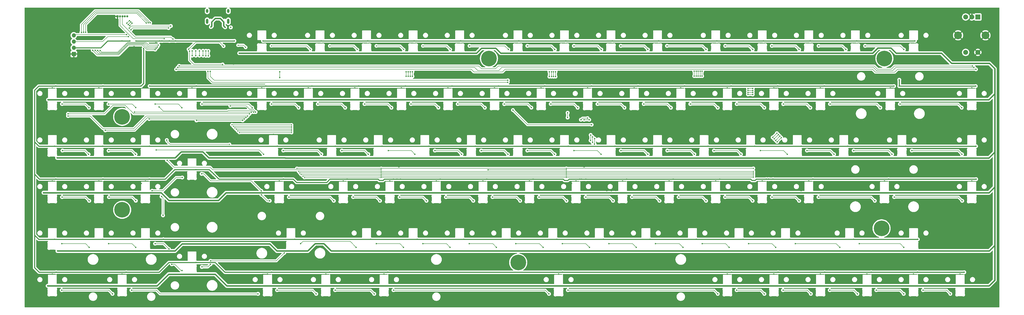
<source format=gbr>
%TF.GenerationSoftware,KiCad,Pcbnew,9.0.5*%
%TF.CreationDate,2026-01-11T09:40:31+07:00*%
%TF.ProjectId,MK98,4d4b3938-2e6b-4696-9361-645f70636258,rev?*%
%TF.SameCoordinates,Original*%
%TF.FileFunction,Copper,L1,Top*%
%TF.FilePolarity,Positive*%
%FSLAX46Y46*%
G04 Gerber Fmt 4.6, Leading zero omitted, Abs format (unit mm)*
G04 Created by KiCad (PCBNEW 9.0.5) date 2026-01-11 09:40:31*
%MOMM*%
%LPD*%
G01*
G04 APERTURE LIST*
%TA.AperFunction,ComponentPad*%
%ADD10C,0.800000*%
%TD*%
%TA.AperFunction,ComponentPad*%
%ADD11C,6.400000*%
%TD*%
%TA.AperFunction,ComponentPad*%
%ADD12R,1.700000X1.700000*%
%TD*%
%TA.AperFunction,ComponentPad*%
%ADD13O,1.700000X1.700000*%
%TD*%
%TA.AperFunction,ComponentPad*%
%ADD14R,2.000000X2.000000*%
%TD*%
%TA.AperFunction,ComponentPad*%
%ADD15C,2.000000*%
%TD*%
%TA.AperFunction,ComponentPad*%
%ADD16C,3.200000*%
%TD*%
%TA.AperFunction,ComponentPad*%
%ADD17R,0.850000X0.850000*%
%TD*%
%TA.AperFunction,ComponentPad*%
%ADD18C,0.850000*%
%TD*%
%TA.AperFunction,ComponentPad*%
%ADD19C,0.600000*%
%TD*%
%TA.AperFunction,HeatsinkPad*%
%ADD20O,1.000000X1.600000*%
%TD*%
%TA.AperFunction,HeatsinkPad*%
%ADD21O,1.000000X2.100000*%
%TD*%
%TA.AperFunction,ViaPad*%
%ADD22C,0.600000*%
%TD*%
%TA.AperFunction,ViaPad*%
%ADD23C,0.500000*%
%TD*%
%TA.AperFunction,Conductor*%
%ADD24C,0.400000*%
%TD*%
%TA.AperFunction,Conductor*%
%ADD25C,0.200000*%
%TD*%
%TA.AperFunction,Conductor*%
%ADD26C,0.600000*%
%TD*%
G04 APERTURE END LIST*
D10*
%TO.P,H3,1*%
%TO.N,N/C*%
X211882679Y-46475571D03*
X212585623Y-44778515D03*
X212585623Y-48172627D03*
X214282679Y-44075571D03*
D11*
X214282679Y-46475571D03*
D10*
X214282679Y-48875571D03*
X215979735Y-44778515D03*
X215979735Y-48172627D03*
X216682679Y-46475571D03*
%TD*%
D12*
%TO.P,J4,1,GND*%
%TO.N,GND*%
X44400000Y-44640000D03*
D13*
%TO.P,J4,2,VCC*%
%TO.N,+3V3*%
X44400000Y-42100000D03*
%TO.P,J4,3,SCL*%
%TO.N,SCL*%
X44400000Y-39560000D03*
%TO.P,J4,4,SDA*%
%TO.N,SDA*%
X44400000Y-37020000D03*
%TD*%
D10*
%TO.P,H2,1*%
%TO.N,N/C*%
X61785000Y-108425000D03*
X62487944Y-106727944D03*
X62487944Y-110122056D03*
X64185000Y-106025000D03*
D11*
X64185000Y-108425000D03*
D10*
X64185000Y-110825000D03*
X65882056Y-106727944D03*
X65882056Y-110122056D03*
X66585000Y-108425000D03*
%TD*%
%TO.P,H5,1*%
%TO.N,N/C*%
X373695424Y-46477450D03*
X374398368Y-44780394D03*
X374398368Y-48174506D03*
X376095424Y-44077450D03*
D11*
X376095424Y-46477450D03*
D10*
X376095424Y-48877450D03*
X377792480Y-44780394D03*
X377792480Y-48174506D03*
X378495424Y-46477450D03*
%TD*%
%TO.P,H6,1*%
%TO.N,N/C*%
X372550000Y-116022814D03*
X373252944Y-114325758D03*
X373252944Y-117719870D03*
X374950000Y-113622814D03*
D11*
X374950000Y-116022814D03*
D10*
X374950000Y-118422814D03*
X376647056Y-114325758D03*
X376647056Y-117719870D03*
X377350000Y-116022814D03*
%TD*%
%TO.P,H1,1*%
%TO.N,N/C*%
X61785000Y-70375000D03*
X62487944Y-68677944D03*
X62487944Y-72072056D03*
X64185000Y-67975000D03*
D11*
X64185000Y-70375000D03*
D10*
X64185000Y-72775000D03*
X65882056Y-68677944D03*
X65882056Y-72072056D03*
X66585000Y-70375000D03*
%TD*%
%TO.P,H4,1*%
%TO.N,N/C*%
X223860000Y-130000000D03*
X224562944Y-128302944D03*
X224562944Y-131697056D03*
X226260000Y-127600000D03*
D11*
X226260000Y-130000000D03*
D10*
X226260000Y-132400000D03*
X227957056Y-128302944D03*
X227957056Y-131697056D03*
X228660000Y-130000000D03*
%TD*%
D14*
%TO.P,ENC1,A,A*%
%TO.N,ENC_A*%
X414347719Y-29487475D03*
D15*
%TO.P,ENC1,B,B*%
%TO.N,ENC_B*%
X409347719Y-29487475D03*
%TO.P,ENC1,C,C*%
%TO.N,GND*%
X411847719Y-29487475D03*
D16*
%TO.P,ENC1,MP,MP*%
X417447719Y-36987475D03*
X406247719Y-36987475D03*
D15*
%TO.P,ENC1,S1,S1*%
%TO.N,ENC_SW*%
X409347719Y-43987475D03*
%TO.P,ENC1,S2,S2*%
%TO.N,GND*%
X414347719Y-43987475D03*
%TD*%
D17*
%TO.P,J3,1,Pin_1*%
%TO.N,GND*%
X62300000Y-29275000D03*
D18*
%TO.P,J3,2,Pin_2*%
%TO.N,JTCK-SWCLK*%
X63300000Y-29275000D03*
%TO.P,J3,3,Pin_3*%
%TO.N,JTMS-SWDIO*%
X64300001Y-29275000D03*
%TO.P,J3,4,Pin_4*%
%TO.N,+3V3*%
X65300000Y-29275000D03*
%TO.P,J3,5,Pin_5*%
%TO.N,+5V*%
X66300000Y-29275000D03*
%TD*%
D19*
%TO.P,HE39,3,GND*%
%TO.N,GND*%
X168960000Y-77550000D03*
%TD*%
%TO.P,HE5,3,GND*%
%TO.N,GND*%
X202297500Y-34687500D03*
%TD*%
%TO.P,HE67,3,GND*%
%TO.N,GND*%
X376128750Y-96600000D03*
%TD*%
%TO.P,HE49,3,GND*%
%TO.N,GND*%
X359460000Y-77550000D03*
%TD*%
%TO.P,HE28,3,GND*%
%TO.N,GND*%
X292785000Y-58500000D03*
%TD*%
%TO.P,HE95,3,GND*%
%TO.N,GND*%
X368985000Y-134700000D03*
%TD*%
%TO.P,HE9,3,GND*%
%TO.N,GND*%
X283260000Y-34687500D03*
%TD*%
%TO.P,HE64,3,GND*%
%TO.N,GND*%
X307072500Y-96600000D03*
%TD*%
%TO.P,HE59,3,GND*%
%TO.N,GND*%
X211822500Y-96600000D03*
%TD*%
%TO.P,HE31,3,GND*%
%TO.N,GND*%
X349935000Y-58500000D03*
%TD*%
%TO.P,HE23,3,GND*%
%TO.N,GND*%
X197535000Y-58500000D03*
%TD*%
%TO.P,HE78,3,GND*%
%TO.N,GND*%
X240397500Y-115650000D03*
%TD*%
%TO.P,HE35,3,GND*%
%TO.N,GND*%
X73710000Y-77550000D03*
%TD*%
%TO.P,HE7,3,GND*%
%TO.N,GND*%
X245160000Y-34687500D03*
%TD*%
%TO.P,HE80,3,GND*%
%TO.N,GND*%
X278497500Y-115650000D03*
%TD*%
%TO.P,HE63,3,GND*%
%TO.N,GND*%
X288022500Y-96600000D03*
%TD*%
%TO.P,HE17,3,GND*%
%TO.N,GND*%
X73710000Y-58500000D03*
%TD*%
%TO.P,HE10,3,GND*%
%TO.N,GND*%
X307072500Y-34687500D03*
%TD*%
%TO.P,HE25,3,GND*%
%TO.N,GND*%
X235635000Y-58500000D03*
%TD*%
%TO.P,HE92,3,GND*%
%TO.N,GND*%
X311835000Y-134700000D03*
%TD*%
%TO.P,HE14,3,GND*%
%TO.N,GND*%
X388035000Y-34687500D03*
%TD*%
%TO.P,HE79,3,GND*%
%TO.N,GND*%
X259447500Y-115650000D03*
%TD*%
%TO.P,HE36,3,GND*%
%TO.N,GND*%
X92760000Y-87075000D03*
%TD*%
%TO.P,HE40,3,GND*%
%TO.N,GND*%
X188010000Y-77550000D03*
%TD*%
%TO.P,HE12,3,GND*%
%TO.N,GND*%
X345172500Y-34687500D03*
%TD*%
%TO.P,HE82,3,GND*%
%TO.N,GND*%
X316597500Y-115650000D03*
%TD*%
%TO.P,HE88,3,GND*%
%TO.N,GND*%
X123716250Y-134700000D03*
%TD*%
%TO.P,HE29,3,GND*%
%TO.N,GND*%
X311835000Y-58500000D03*
%TD*%
%TO.P,HE42,3,GND*%
%TO.N,GND*%
X226110000Y-77550000D03*
%TD*%
%TO.P,HE68,3,GND*%
%TO.N,GND*%
X411847500Y-96600000D03*
%TD*%
%TO.P,HE61,3,GND*%
%TO.N,GND*%
X249922500Y-96600000D03*
%TD*%
%TO.P,HE75,3,GND*%
%TO.N,GND*%
X183247500Y-115650000D03*
%TD*%
%TO.P,HE43,3,GND*%
%TO.N,GND*%
X245160000Y-77550000D03*
%TD*%
%TO.P,HE74,3,GND*%
%TO.N,GND*%
X164197500Y-115650000D03*
%TD*%
%TO.P,HE4,3,GND*%
%TO.N,GND*%
X183247500Y-34687500D03*
%TD*%
%TO.P,HE69,3,GND*%
%TO.N,GND*%
X35610000Y-115650000D03*
%TD*%
%TO.P,HE41,3,GND*%
%TO.N,GND*%
X207060000Y-77550000D03*
%TD*%
%TO.P,HE48,3,GND*%
%TO.N,GND*%
X340410000Y-77550000D03*
%TD*%
%TO.P,HE24,3,GND*%
%TO.N,GND*%
X216585000Y-58500000D03*
%TD*%
%TO.P,HE46,3,GND*%
%TO.N,GND*%
X302310000Y-77550000D03*
%TD*%
%TO.P,HE58,3,GND*%
%TO.N,GND*%
X192772500Y-96600000D03*
%TD*%
%TO.P,HE6,3,GND*%
%TO.N,GND*%
X226110000Y-34687500D03*
%TD*%
%TO.P,HE93,3,GND*%
%TO.N,GND*%
X330885000Y-134700000D03*
%TD*%
%TO.P,HE98,3,GND*%
%TO.N,GND*%
X411847500Y-58500000D03*
%TD*%
%TO.P,HE66,3,GND*%
%TO.N,GND*%
X345172500Y-96600000D03*
%TD*%
%TO.P,HE2,3,GND*%
%TO.N,GND*%
X145147500Y-34687500D03*
%TD*%
%TO.P,HE54,3,GND*%
%TO.N,GND*%
X73710000Y-96600000D03*
%TD*%
%TO.P,HE60,3,GND*%
%TO.N,GND*%
X230872500Y-96600000D03*
%TD*%
%TO.P,HE19,3,GND*%
%TO.N,GND*%
X121335000Y-58500000D03*
%TD*%
%TO.P,HE96,3,GND*%
%TO.N,GND*%
X388035000Y-134700000D03*
%TD*%
%TO.P,HE21,3,GND*%
%TO.N,GND*%
X159435000Y-58500000D03*
%TD*%
%TO.P,HE26,3,GND*%
%TO.N,GND*%
X254680000Y-58500000D03*
%TD*%
%TO.P,HE86,3,GND*%
%TO.N,GND*%
X35610000Y-134700000D03*
%TD*%
%TO.P,HE38,3,GND*%
%TO.N,GND*%
X149910000Y-77550000D03*
%TD*%
%TO.P,HE56,3,GND*%
%TO.N,GND*%
X154672500Y-96600000D03*
%TD*%
%TO.P,HE91,3,GND*%
%TO.N,GND*%
X242778750Y-134700000D03*
%TD*%
%TO.P,HE37,3,GND*%
%TO.N,GND*%
X126097500Y-77550000D03*
%TD*%
%TO.P,HE8,3,GND*%
%TO.N,GND*%
X264210000Y-34687500D03*
%TD*%
%TO.P,HE71,3,GND*%
%TO.N,GND*%
X73710000Y-115650000D03*
%TD*%
%TO.P,HE30,3,GND*%
%TO.N,GND*%
X330885000Y-58500000D03*
%TD*%
%TO.P,HE27,3,GND*%
%TO.N,GND*%
X273735000Y-58500000D03*
%TD*%
%TO.P,HE44,3,GND*%
%TO.N,GND*%
X264210000Y-77550000D03*
%TD*%
%TO.P,HE57,3,GND*%
%TO.N,GND*%
X173722500Y-96600000D03*
%TD*%
%TO.P,HE15,3,GND*%
%TO.N,GND*%
X35610000Y-58500000D03*
%TD*%
%TO.P,HE1,3,GND*%
%TO.N,GND*%
X121335000Y-34687500D03*
%TD*%
%TO.P,HE3,3,GND*%
%TO.N,GND*%
X164197500Y-34687500D03*
%TD*%
%TO.P,HE87,3,GND*%
%TO.N,GND*%
X64185000Y-134700000D03*
%TD*%
%TO.P,HE22,3,GND*%
%TO.N,GND*%
X178485000Y-58500000D03*
%TD*%
%TO.P,HE72,3,GND*%
%TO.N,GND*%
X92760000Y-125175000D03*
%TD*%
%TO.P,HE11,3,GND*%
%TO.N,GND*%
X326122500Y-34687500D03*
%TD*%
%TO.P,HE81,3,GND*%
%TO.N,GND*%
X297547500Y-115650000D03*
%TD*%
%TO.P,HE77,3,GND*%
%TO.N,GND*%
X221347500Y-115650000D03*
%TD*%
%TO.P,HE90,3,GND*%
%TO.N,GND*%
X171341250Y-134700000D03*
%TD*%
%TO.P,HE85,3,GND*%
%TO.N,GND*%
X388035000Y-115650000D03*
%TD*%
%TO.P,HE47,3,GND*%
%TO.N,GND*%
X321360000Y-77550000D03*
%TD*%
%TO.P,HE32,3,GND*%
%TO.N,GND*%
X378510000Y-58500000D03*
%TD*%
%TO.P,HE97,3,GND*%
%TO.N,GND*%
X407085000Y-134700000D03*
%TD*%
%TO.P,HE76,3,GND*%
%TO.N,GND*%
X202297500Y-115650000D03*
%TD*%
%TO.P,HE94,3,GND*%
%TO.N,GND*%
X349935000Y-134700000D03*
%TD*%
%TO.P,HE65,3,GND*%
%TO.N,GND*%
X326122500Y-96600000D03*
%TD*%
%TO.P,HE89,3,GND*%
%TO.N,GND*%
X147528750Y-134700000D03*
%TD*%
%TO.P,HE34,3,GND*%
%TO.N,GND*%
X54660000Y-77550000D03*
%TD*%
%TO.P,HE73,3,GND*%
%TO.N,GND*%
X133241250Y-115650000D03*
%TD*%
%TO.P,HE51,3,GND*%
%TO.N,GND*%
X411847500Y-77550000D03*
%TD*%
%TO.P,HE52,3,GND*%
%TO.N,GND*%
X35610000Y-96600000D03*
%TD*%
%TO.P,HE70,3,GND*%
%TO.N,GND*%
X54660000Y-115650000D03*
%TD*%
%TO.P,HE62,3,GND*%
%TO.N,GND*%
X268972500Y-96600000D03*
%TD*%
%TO.P,HE13,3,GND*%
%TO.N,GND*%
X364222500Y-34687500D03*
%TD*%
%TO.P,HE55,3,GND*%
%TO.N,GND*%
X128478750Y-96600000D03*
%TD*%
%TO.P,HE53,3,GND*%
%TO.N,GND*%
X54660000Y-96600000D03*
%TD*%
%TO.P,HE16,3,GND*%
%TO.N,GND*%
X54660000Y-58500000D03*
%TD*%
%TO.P,HE18,3,GND*%
%TO.N,GND*%
X92760000Y-58500000D03*
%TD*%
%TO.P,HE83,3,GND*%
%TO.N,GND*%
X335647500Y-115650000D03*
%TD*%
D20*
%TO.P,J1,S1,SHIELD*%
%TO.N,unconnected-(J1-SHIELD-PadS1)_2*%
X98992149Y-27067351D03*
D21*
%TO.N,unconnected-(J1-SHIELD-PadS1)_1*%
X98992149Y-31247351D03*
D20*
%TO.N,unconnected-(J1-SHIELD-PadS1)*%
X107632149Y-27067351D03*
D21*
%TO.N,unconnected-(J1-SHIELD-PadS1)_3*%
X107632149Y-31247351D03*
%TD*%
D19*
%TO.P,HE84,3,GND*%
%TO.N,GND*%
X361841250Y-115650000D03*
%TD*%
%TO.P,HE45,3,GND*%
%TO.N,GND*%
X283260000Y-77550000D03*
%TD*%
%TO.P,HE20,3,GND*%
%TO.N,GND*%
X140385000Y-58500000D03*
%TD*%
%TO.P,HE50,3,GND*%
%TO.N,GND*%
X383272500Y-77550000D03*
%TD*%
%TO.P,HE33,3,GND*%
%TO.N,GND*%
X35610000Y-77550000D03*
%TD*%
D22*
%TO.N,*%
X108640000Y-33740000D03*
%TO.N,+3V3*%
X110110000Y-39290000D03*
X83580000Y-39290000D03*
X86050000Y-39290000D03*
X64200000Y-39290000D03*
X80300000Y-103000000D03*
X79610000Y-39290000D03*
X80520000Y-39290000D03*
X69870000Y-39290000D03*
X80900000Y-110700000D03*
X67370000Y-39290000D03*
%TO.N,GND*%
X184060019Y-29655952D03*
X276060019Y-89655952D03*
X108060019Y-125655952D03*
X184060019Y-97655952D03*
X380060019Y-73655952D03*
X332060019Y-69655952D03*
X324060019Y-109655952D03*
X332060019Y-33655952D03*
X156060019Y-69655952D03*
X384060019Y-69655952D03*
X108060019Y-113655952D03*
X140060019Y-113655952D03*
X404060019Y-69655952D03*
X68060019Y-93655952D03*
X67000000Y-61900000D03*
X352060019Y-129655952D03*
X352060019Y-45655952D03*
X284060019Y-61655952D03*
X256060019Y-89655952D03*
X204060019Y-113655952D03*
X188060019Y-29655952D03*
X284060019Y-53655952D03*
X360060019Y-105655952D03*
X368060019Y-109655952D03*
X416060019Y-41655952D03*
X328060019Y-29655952D03*
X112060019Y-145655952D03*
X228060019Y-33655952D03*
X276060019Y-85655952D03*
X324060019Y-29655952D03*
X76060019Y-93655952D03*
X180060019Y-73655952D03*
X180060019Y-137655952D03*
X396060019Y-53655952D03*
X272060019Y-33655952D03*
X168060019Y-45655952D03*
D23*
X90100000Y-61600000D03*
D22*
X404060019Y-61655952D03*
X90900000Y-34300000D03*
X48060019Y-145655952D03*
X44060019Y-93655952D03*
X364060019Y-45655952D03*
X120060019Y-29655952D03*
X152060019Y-89655952D03*
X352060019Y-33655952D03*
X304060019Y-97655952D03*
X168060019Y-145655952D03*
X404060019Y-45655952D03*
X81800000Y-45600000D03*
X268060019Y-33655952D03*
X404060019Y-97655952D03*
X176060019Y-145655952D03*
X296060019Y-69655952D03*
X44060019Y-117655952D03*
X140060019Y-137655952D03*
D23*
X243000000Y-81400000D03*
D22*
X32060019Y-97655952D03*
X90000000Y-33400000D03*
X420060019Y-45655952D03*
X300060019Y-113655952D03*
X356060019Y-109655952D03*
X228060019Y-69655952D03*
X416060019Y-129655952D03*
X336060019Y-29655952D03*
X240060019Y-137655952D03*
X352060019Y-37655952D03*
X132060019Y-145655952D03*
X97800000Y-66700000D03*
X177410000Y-90050000D03*
X96060019Y-141655952D03*
X44060019Y-89655952D03*
X136060019Y-45655952D03*
X180060019Y-117655952D03*
X396060019Y-129655952D03*
X416060019Y-89655952D03*
X171400000Y-97400000D03*
X68060019Y-73655952D03*
X336060019Y-109655952D03*
X352060019Y-137655952D03*
X52060019Y-77655952D03*
X416060019Y-117655952D03*
X296060019Y-33655952D03*
X212060019Y-137655952D03*
X368060019Y-85655952D03*
X384060019Y-109655952D03*
X332060019Y-73655952D03*
X36060019Y-125655952D03*
X420060019Y-113655952D03*
X56060019Y-49655952D03*
X328060019Y-61655952D03*
X152060019Y-129655952D03*
X81958333Y-27100000D03*
X308060019Y-29655952D03*
X416060019Y-133655952D03*
X336060019Y-53655952D03*
X52060019Y-137655952D03*
X256800000Y-68600000D03*
X168060019Y-129655952D03*
X368060019Y-77655952D03*
X96060019Y-33655952D03*
X416060019Y-73655952D03*
X330100000Y-100100000D03*
X264060019Y-137655952D03*
X80060019Y-145655952D03*
X136060019Y-129655952D03*
X56060019Y-93655952D03*
X280060019Y-105655952D03*
X189125000Y-60400000D03*
X342000000Y-100600000D03*
X77125000Y-36425000D03*
X196060019Y-129655952D03*
X304060019Y-89655952D03*
X348060019Y-33655952D03*
X300060019Y-89655952D03*
X352060019Y-89655952D03*
X412060019Y-37655952D03*
X48060019Y-85655952D03*
X73250000Y-36725000D03*
X360060019Y-69655952D03*
X160060019Y-145655952D03*
X64060019Y-77655952D03*
X324060019Y-53655952D03*
X411850000Y-26870000D03*
X344060019Y-117655952D03*
X84060019Y-133655952D03*
X40060019Y-109655952D03*
X176060019Y-109655952D03*
X372060019Y-33655952D03*
X352060019Y-145655952D03*
X184060019Y-129655952D03*
X392060019Y-77655952D03*
X248060019Y-77655952D03*
X100060019Y-145655952D03*
X160060019Y-105655952D03*
X136060019Y-145655952D03*
X392060019Y-85655952D03*
X316060019Y-29655952D03*
X200060019Y-85655952D03*
X109830000Y-48810000D03*
X180060019Y-129655952D03*
X152060019Y-117655952D03*
X296060019Y-37655952D03*
X337200000Y-81400000D03*
X404060019Y-89655952D03*
X336060019Y-45655952D03*
X189125000Y-61600000D03*
X76060019Y-53655952D03*
X416060019Y-77655952D03*
X120060019Y-145655952D03*
X252060019Y-53655952D03*
X140060019Y-73655952D03*
X288060019Y-53655952D03*
X188060019Y-137655952D03*
X388060019Y-77655952D03*
X36060019Y-145655952D03*
X112060019Y-89655952D03*
X32060019Y-69655952D03*
X296060019Y-85655952D03*
X204060019Y-73655952D03*
X116060019Y-145655952D03*
X36060019Y-109655952D03*
X344060019Y-89655952D03*
X260060019Y-77655952D03*
X120060019Y-33655952D03*
X220060019Y-109655952D03*
X404060019Y-117655952D03*
X152060019Y-97655952D03*
X200060019Y-89655952D03*
X396060019Y-85655952D03*
X60060019Y-109655952D03*
X392060019Y-113655952D03*
X60060019Y-129655952D03*
X344060019Y-113655952D03*
X336060019Y-129655952D03*
X200060019Y-145655952D03*
X328060019Y-145655952D03*
X400060019Y-113655952D03*
X272060019Y-29655952D03*
X44325000Y-60575000D03*
X200060019Y-29655952D03*
X364060019Y-61655952D03*
X208060019Y-69655952D03*
X192060019Y-37655952D03*
X176060019Y-29655952D03*
X420060019Y-69655952D03*
X332060019Y-105655952D03*
X280060019Y-29655952D03*
X236060019Y-37655952D03*
X417910000Y-88450000D03*
X96060019Y-97655952D03*
X100060019Y-125655952D03*
X396060019Y-117655952D03*
X272060019Y-69655952D03*
X176060019Y-117655952D03*
X304060019Y-61655952D03*
X210350000Y-116625000D03*
X380060019Y-77655952D03*
D23*
X185600000Y-81400000D03*
D22*
X420060019Y-141655952D03*
X320060019Y-73655952D03*
X256060019Y-45655952D03*
X210525000Y-130425000D03*
X272060019Y-37655952D03*
X92060019Y-141655952D03*
X220060019Y-45655952D03*
X416060019Y-45655952D03*
X128060019Y-33655952D03*
X404060019Y-137655952D03*
X44060019Y-29655952D03*
X224060019Y-73655952D03*
X272060019Y-85655952D03*
X380060019Y-37655952D03*
X348060019Y-37655952D03*
X368060019Y-113655952D03*
X348060019Y-145655952D03*
X64060019Y-85655952D03*
X144060019Y-145655952D03*
X112060019Y-141655952D03*
X324060019Y-145655952D03*
X28060019Y-137655952D03*
X200060019Y-37655952D03*
X268060019Y-129655952D03*
X304060019Y-37655952D03*
X312060019Y-129655952D03*
X52060019Y-97655952D03*
X228060019Y-145655952D03*
X32060019Y-41655952D03*
X268060019Y-53655952D03*
X88060019Y-113655952D03*
X224060019Y-89655952D03*
X360060019Y-97655952D03*
X40060019Y-129655952D03*
X252060019Y-117655952D03*
X163075000Y-99837500D03*
X132060019Y-33655952D03*
X72060019Y-93655952D03*
X280060019Y-89655952D03*
X316060019Y-97655952D03*
X392060019Y-105655952D03*
X264060019Y-145655952D03*
X56060019Y-77655952D03*
X245800000Y-88700000D03*
X140060019Y-29655952D03*
X140060019Y-69655952D03*
X380060019Y-117655952D03*
X356060019Y-129655952D03*
X148060019Y-61655952D03*
X408060019Y-117655952D03*
X232060019Y-89655952D03*
X236060019Y-29655952D03*
X384060019Y-105655952D03*
X156060019Y-137655952D03*
X236060019Y-145655952D03*
X252060019Y-29655952D03*
X112060019Y-97655952D03*
X352060019Y-85655952D03*
X400060019Y-53655952D03*
X356060019Y-69655952D03*
X376060019Y-137655952D03*
X44060019Y-145655952D03*
X380060019Y-53655952D03*
X200060019Y-129655952D03*
X288060019Y-69655952D03*
X404060019Y-113655952D03*
X248060019Y-37655952D03*
X92060019Y-97655952D03*
X224060019Y-113655952D03*
X240060019Y-109655952D03*
X196060019Y-73655952D03*
X400060019Y-33655952D03*
X256060019Y-129655952D03*
X404060019Y-53655952D03*
X420060019Y-53655952D03*
X124060019Y-113655952D03*
X210350000Y-115425000D03*
X160060019Y-85655952D03*
X352060019Y-29655952D03*
X340060019Y-45655952D03*
X36750000Y-68750000D03*
X204060019Y-29655952D03*
X168060019Y-113655952D03*
X360060019Y-145655952D03*
X48060019Y-93655952D03*
X340060019Y-113655952D03*
X332060019Y-45655952D03*
X253280000Y-90010000D03*
X208060019Y-137655952D03*
X128060019Y-93655952D03*
X164060019Y-89655952D03*
X328060019Y-69655952D03*
X336060019Y-113655952D03*
X64060019Y-97655952D03*
X95206612Y-41120000D03*
X91000000Y-36300000D03*
X253250000Y-90840000D03*
X72060019Y-129655952D03*
X372060019Y-45655952D03*
X292060019Y-85655952D03*
X52060019Y-37655952D03*
X32060019Y-49655952D03*
X208060019Y-113655952D03*
X144060019Y-29655952D03*
X160060019Y-29655952D03*
X264060019Y-45655952D03*
X88600000Y-33300000D03*
X32060019Y-113655952D03*
X156060019Y-37655952D03*
X240060019Y-29655952D03*
X132060019Y-29655952D03*
X196060019Y-29655952D03*
X316060019Y-145655952D03*
X163075000Y-98575000D03*
X344060019Y-73655952D03*
X304060019Y-137655952D03*
X240060019Y-33655952D03*
X64920000Y-44180000D03*
X272060019Y-113655952D03*
X156060019Y-109655952D03*
X268060019Y-29655952D03*
X288060019Y-113655952D03*
X372060019Y-85655952D03*
D23*
X115000000Y-66800000D03*
D22*
X172060019Y-29655952D03*
X292060019Y-69655952D03*
X156060019Y-33655952D03*
X304060019Y-77655952D03*
X372060019Y-69655952D03*
X40060019Y-93655952D03*
X416060019Y-113655952D03*
X208060019Y-145655952D03*
X212060019Y-29655952D03*
X356060019Y-97655952D03*
X160060019Y-137655952D03*
X208060019Y-73655952D03*
X292060019Y-113655952D03*
X188060019Y-45655952D03*
X92060019Y-101655952D03*
X144060019Y-73655952D03*
X412060019Y-41655952D03*
X148060019Y-105655952D03*
X204060019Y-137655952D03*
X292060019Y-137655952D03*
X140060019Y-129655952D03*
X96060019Y-101655952D03*
X128060019Y-121655952D03*
X264060019Y-129655952D03*
X56060019Y-145655952D03*
X200060019Y-69655952D03*
X266300000Y-100500000D03*
X268060019Y-137655952D03*
X28060019Y-145655952D03*
X296060019Y-145655952D03*
X252060019Y-129655952D03*
X400060019Y-69655952D03*
X268060019Y-113655952D03*
X210525000Y-129225000D03*
X416060019Y-105655952D03*
X404060019Y-29655952D03*
X216060019Y-145655952D03*
X196060019Y-145655952D03*
X104060019Y-141655952D03*
D23*
X333700000Y-100100000D03*
D22*
X144060019Y-129655952D03*
X36060019Y-29655952D03*
X192060019Y-73655952D03*
X104060019Y-145655952D03*
X392060019Y-61655952D03*
X320060019Y-105655952D03*
X272060019Y-129655952D03*
X120060019Y-113655952D03*
X340060019Y-145655952D03*
X124060019Y-29655952D03*
X356060019Y-37655952D03*
X196060019Y-113655952D03*
X216060019Y-69655952D03*
X416060019Y-53655952D03*
X412060019Y-89655952D03*
X212060019Y-77655952D03*
X44350000Y-66575000D03*
X180060019Y-89655952D03*
X60060019Y-69655952D03*
X32060019Y-129655952D03*
X392060019Y-97655952D03*
X352060019Y-97655952D03*
X136060019Y-69655952D03*
X115651656Y-136912085D03*
X28060019Y-41655952D03*
X392060019Y-89655952D03*
X400060019Y-37655952D03*
X212060019Y-69655952D03*
X112725828Y-136900000D03*
X412060019Y-33655952D03*
X404060019Y-85655952D03*
X264060019Y-89655952D03*
X316060019Y-105655952D03*
X266200000Y-98900000D03*
X337200000Y-79200000D03*
X88060019Y-141655952D03*
X208060019Y-45655952D03*
X296060019Y-129655952D03*
X388060019Y-53655952D03*
X188060019Y-89655952D03*
X52060019Y-89655952D03*
X252210000Y-100270000D03*
X160060019Y-113655952D03*
X192060019Y-45655952D03*
X408060019Y-89655952D03*
X364060019Y-97655952D03*
X192060019Y-77655952D03*
X220060019Y-85655952D03*
X232060019Y-113655952D03*
X148060019Y-89655952D03*
X232060019Y-29655952D03*
X328060019Y-53655952D03*
X268060019Y-69655952D03*
X56060019Y-109655952D03*
X120060019Y-93655952D03*
X262500000Y-100600000D03*
X124060019Y-93655952D03*
X315800000Y-85900000D03*
X392060019Y-129655952D03*
X276060019Y-105655952D03*
X36060019Y-37655952D03*
X408060019Y-69655952D03*
X120060019Y-45655952D03*
X76060019Y-97655952D03*
X268060019Y-145655952D03*
X292060019Y-77655952D03*
X40060019Y-33655952D03*
X60060019Y-89655952D03*
X308060019Y-89655952D03*
X220060019Y-73655952D03*
X348060019Y-85655952D03*
X292060019Y-89655952D03*
X280060019Y-137655952D03*
X76060019Y-77655952D03*
X104060019Y-61655952D03*
X416060019Y-137655952D03*
X396060019Y-113655952D03*
X320060019Y-45655952D03*
X296060019Y-61655952D03*
X326575000Y-106400000D03*
X356060019Y-33655952D03*
X208060019Y-33655952D03*
X80060019Y-129655952D03*
X212625000Y-128025000D03*
X200060019Y-137655952D03*
X296060019Y-105655952D03*
X300060019Y-29655952D03*
X128060019Y-89655952D03*
X400060019Y-105655952D03*
X120500000Y-68400000D03*
X28060019Y-49655952D03*
X384060019Y-97655952D03*
X340060019Y-53655952D03*
X412060019Y-129655952D03*
X380060019Y-29655952D03*
X412060019Y-109655952D03*
X28060019Y-33655952D03*
D23*
X119500000Y-86100000D03*
D22*
X400060019Y-145655952D03*
X340060019Y-129655952D03*
X360060019Y-61655952D03*
X200060019Y-117655952D03*
X340060019Y-137655952D03*
X276500000Y-67900000D03*
X262500000Y-97400000D03*
X132060019Y-129655952D03*
X40060019Y-41655952D03*
X180060019Y-29655952D03*
X324060019Y-37655952D03*
X224060019Y-97655952D03*
X148060019Y-69655952D03*
X156060019Y-129655952D03*
X419640000Y-84110000D03*
X348060019Y-53655952D03*
X388060019Y-61655952D03*
X340060019Y-69655952D03*
X176060019Y-37655952D03*
X56060019Y-37655952D03*
X204060019Y-77655952D03*
X324060019Y-113655952D03*
X76060019Y-89655952D03*
X224060019Y-105655952D03*
X60060019Y-145655952D03*
X320060019Y-109655952D03*
X400060019Y-137655952D03*
X260060019Y-53655952D03*
X56060019Y-137655952D03*
X156060019Y-117655952D03*
X152060019Y-61655952D03*
X384060019Y-113655952D03*
X368060019Y-129655952D03*
X224060019Y-117655952D03*
X300060019Y-129655952D03*
X288060019Y-45655952D03*
X280060019Y-145655952D03*
X324060019Y-137655952D03*
X304060019Y-73655952D03*
X304060019Y-29655952D03*
X48060019Y-129655952D03*
D23*
X121000000Y-86100000D03*
D22*
X396060019Y-145655952D03*
X136060019Y-105655952D03*
X144060019Y-45655952D03*
X392060019Y-145655952D03*
X400060019Y-129655952D03*
X136060019Y-137655952D03*
X408060019Y-77655952D03*
X296060019Y-137655952D03*
X339000000Y-97200000D03*
X236060019Y-69655952D03*
X244060019Y-105655952D03*
X201125000Y-98575000D03*
X300060019Y-145655952D03*
X140060019Y-105655952D03*
X408060019Y-73655952D03*
X312060019Y-145655952D03*
X88060019Y-145655952D03*
X56060019Y-29655952D03*
X372060019Y-73655952D03*
X188060019Y-113655952D03*
X392060019Y-109655952D03*
X240060019Y-45655952D03*
X236060019Y-85655952D03*
X192060019Y-137655952D03*
X32060019Y-89655952D03*
X220060019Y-137655952D03*
X101933333Y-66700000D03*
X36060019Y-73655952D03*
X105544073Y-36507977D03*
X108060019Y-141655952D03*
X104060019Y-45655952D03*
X276060019Y-29655952D03*
X128060019Y-109655952D03*
X88641667Y-27100000D03*
X333600000Y-59300000D03*
X276060019Y-137655952D03*
X148060019Y-129655952D03*
X400060019Y-85655952D03*
X148060019Y-73655952D03*
X344060019Y-69655952D03*
X32060019Y-37655952D03*
X76060019Y-117655952D03*
X404060019Y-109655952D03*
X284060019Y-137655952D03*
X232060019Y-137655952D03*
X44325000Y-59375000D03*
X268060019Y-117655952D03*
X244060019Y-29655952D03*
X380060019Y-145655952D03*
X132060019Y-37655952D03*
X108060019Y-109655952D03*
X60060019Y-105655952D03*
X384060019Y-53655952D03*
X372060019Y-37655952D03*
X384060019Y-145655952D03*
X250600000Y-68600000D03*
X256060019Y-117655952D03*
X260060019Y-129655952D03*
X196060019Y-69655952D03*
X396060019Y-73655952D03*
X316060019Y-45655952D03*
X404060019Y-105655952D03*
X236060019Y-129655952D03*
X163400000Y-86100000D03*
X52060019Y-93655952D03*
X276060019Y-97655952D03*
X112060019Y-105655952D03*
X116060019Y-29655952D03*
X36060019Y-89655952D03*
X412060019Y-93655952D03*
X168060019Y-69655952D03*
X156060019Y-45655952D03*
X107420000Y-42950000D03*
X324060019Y-129655952D03*
X32060019Y-73655952D03*
X396060019Y-61655952D03*
X344060019Y-45655952D03*
X380060019Y-113655952D03*
X52060019Y-53655952D03*
X91700000Y-35400000D03*
X284060019Y-129655952D03*
X316060019Y-109655952D03*
X240060019Y-105655952D03*
X60060019Y-49655952D03*
X32300000Y-59124999D03*
X328060019Y-33655952D03*
X156060019Y-113655952D03*
X232060019Y-129655952D03*
X108060019Y-145655952D03*
X328450000Y-100290000D03*
X210525000Y-128025000D03*
X32060019Y-77655952D03*
X76060019Y-137655952D03*
X236060019Y-77655952D03*
X152060019Y-45655952D03*
X32300000Y-60975000D03*
X177410000Y-90871558D03*
X280060019Y-69655952D03*
X316060019Y-73655952D03*
X408060019Y-113655952D03*
X228060019Y-113655952D03*
X384060019Y-73655952D03*
X163075000Y-97312500D03*
X276060019Y-61655952D03*
X284060019Y-113655952D03*
X312060019Y-53655952D03*
X342000000Y-97200000D03*
X180060019Y-37655952D03*
X96060019Y-89655952D03*
X160060019Y-69655952D03*
X376060019Y-129655952D03*
X364060019Y-53655952D03*
X276060019Y-37655952D03*
X300060019Y-77655952D03*
X124060019Y-117655952D03*
D23*
X333700000Y-98800000D03*
D22*
X64060019Y-49655952D03*
X216060019Y-105655952D03*
X368060019Y-105655952D03*
X148060019Y-117655952D03*
X316060019Y-77655952D03*
X91983333Y-27100000D03*
X280060019Y-97655952D03*
X348060019Y-113655952D03*
X40060019Y-89655952D03*
X96060019Y-113655952D03*
X88060019Y-117655952D03*
X184060019Y-113655952D03*
X91300000Y-48500000D03*
X85300000Y-27100000D03*
X68060019Y-129655952D03*
X329880000Y-89770000D03*
X324724999Y-106400000D03*
X48060019Y-109655952D03*
X78035000Y-39990000D03*
X140060019Y-145655952D03*
X224060019Y-45655952D03*
X96060019Y-61655952D03*
X40060019Y-53655952D03*
X32060019Y-145655952D03*
X132060019Y-93655952D03*
X420060019Y-33655952D03*
X224060019Y-29655952D03*
X264060019Y-69655952D03*
X112060019Y-117655952D03*
X72060019Y-97655952D03*
X288060019Y-33655952D03*
X316060019Y-129655952D03*
X40060019Y-77655952D03*
X144060019Y-77655952D03*
X296060019Y-29655952D03*
X216060019Y-113655952D03*
X192060019Y-29655952D03*
X64060019Y-129655952D03*
X204060019Y-89655952D03*
X240060019Y-97655952D03*
X96540000Y-40960000D03*
X276060019Y-45655952D03*
X99080000Y-33140000D03*
X160060019Y-77655952D03*
X92060019Y-137655952D03*
X260060019Y-145655952D03*
X332060019Y-145655952D03*
X372060019Y-145655952D03*
X96060019Y-73655952D03*
X392060019Y-29655952D03*
X40060019Y-69655952D03*
X388060019Y-29655952D03*
X172060019Y-45655952D03*
X342000000Y-99000000D03*
X164060019Y-69655952D03*
X176060019Y-113655952D03*
X201125000Y-97312500D03*
X244900000Y-88700000D03*
X176060019Y-129655952D03*
X76060019Y-113655952D03*
X360060019Y-73655952D03*
X164060019Y-45655952D03*
X284060019Y-29655952D03*
X400060019Y-117655952D03*
X336060019Y-145655952D03*
X368060019Y-61655952D03*
X300060019Y-117655952D03*
X156060019Y-77655952D03*
X128060019Y-29655952D03*
X253280000Y-89190000D03*
X388060019Y-97655952D03*
X412060019Y-53655952D03*
X200060019Y-45655952D03*
X84200000Y-60700000D03*
X300060019Y-73655952D03*
X84060019Y-121655952D03*
X103320000Y-33690000D03*
X360060019Y-45655952D03*
X208060019Y-129655952D03*
X376060019Y-61655952D03*
X352060019Y-69655952D03*
X420060019Y-65655952D03*
X364060019Y-113655952D03*
X56060019Y-53655952D03*
X92060019Y-145655952D03*
X376060019Y-29655952D03*
X412060019Y-113655952D03*
X68060019Y-89655952D03*
X328060019Y-129655952D03*
X244060019Y-109655952D03*
X256060019Y-29655952D03*
X408060019Y-41655952D03*
X240060019Y-89655952D03*
D23*
X107100000Y-41050002D03*
D22*
X340060019Y-33655952D03*
X416060019Y-33655952D03*
X73250000Y-35175000D03*
X44060019Y-129655952D03*
X416060019Y-145655952D03*
X252060019Y-145655952D03*
X216060019Y-33655952D03*
X200060019Y-105655952D03*
X116060019Y-141655952D03*
X68060019Y-53655952D03*
X336060019Y-73655952D03*
X50675000Y-44125000D03*
X304060019Y-145655952D03*
X68060019Y-145655952D03*
X44060019Y-85655952D03*
X196060019Y-97655952D03*
X120800000Y-135400000D03*
X64060019Y-89655952D03*
X348060019Y-29655952D03*
X192060019Y-33655952D03*
X116060019Y-117655952D03*
X152060019Y-69655952D03*
X48060019Y-77655952D03*
X28060019Y-37655952D03*
X256060019Y-105655952D03*
X48060019Y-137655952D03*
X396060019Y-69655952D03*
X48060019Y-29655952D03*
X84200000Y-59300000D03*
X188060019Y-69655952D03*
X336060019Y-37655952D03*
X140060019Y-85655952D03*
X164060019Y-137655952D03*
X144060019Y-113655952D03*
X280060019Y-77655952D03*
X360060019Y-129655952D03*
X340060019Y-61655952D03*
X104060019Y-117655952D03*
X148060019Y-109655952D03*
X152060019Y-113655952D03*
X296060019Y-53655952D03*
X44325000Y-61775000D03*
X78616667Y-27100000D03*
X176060019Y-61655952D03*
X108060019Y-61655952D03*
X412060019Y-145655952D03*
X210350000Y-114225000D03*
X256060019Y-137655952D03*
X408060019Y-33655952D03*
X152060019Y-77655952D03*
X376060019Y-77655952D03*
X248060019Y-117655952D03*
X324060019Y-45655952D03*
X60060019Y-77655952D03*
X244000000Y-88700000D03*
X368060019Y-29655952D03*
X244060019Y-145655952D03*
X110390000Y-88800000D03*
X160060019Y-33655952D03*
X204060019Y-97655952D03*
X212060019Y-37655952D03*
X332060019Y-29655952D03*
X124060019Y-109655952D03*
X36060019Y-129655952D03*
X328060019Y-117655952D03*
X352060019Y-61655952D03*
X280060019Y-45655952D03*
X260060019Y-113655952D03*
X300060019Y-137655952D03*
X108060019Y-117655952D03*
X172060019Y-129655952D03*
X420060019Y-105655952D03*
X400060019Y-97655952D03*
X168060019Y-61655952D03*
X100060019Y-73655952D03*
X360060019Y-53655952D03*
X372060019Y-137655952D03*
X46300000Y-44150000D03*
X109800000Y-136900000D03*
X36060019Y-53655952D03*
X328060019Y-113655952D03*
D23*
X85600000Y-74500000D03*
D22*
X144060019Y-69655952D03*
X60060019Y-53655952D03*
X214575000Y-116650000D03*
X392060019Y-33655952D03*
X352060019Y-73655952D03*
X128060019Y-145655952D03*
X292060019Y-29655952D03*
X160060019Y-109655952D03*
X136060019Y-29655952D03*
X44060019Y-137655952D03*
X148060019Y-33655952D03*
X392060019Y-73655952D03*
X364060019Y-73655952D03*
X40060019Y-105655952D03*
X308060019Y-53655952D03*
X244060019Y-129655952D03*
X168060019Y-109655952D03*
X320060019Y-113655952D03*
X420060019Y-117655952D03*
X124100000Y-67700000D03*
X108060019Y-137655952D03*
X160060019Y-129655952D03*
X292060019Y-53655952D03*
X224060019Y-145655952D03*
X104060019Y-125655952D03*
X372060019Y-77655952D03*
X288060019Y-29655952D03*
X152060019Y-33655952D03*
X272060019Y-97655952D03*
X180060019Y-69655952D03*
X268060019Y-77655952D03*
X82100000Y-43400000D03*
X220060019Y-89655952D03*
X252600000Y-68600000D03*
X408060019Y-145655952D03*
X268060019Y-89655952D03*
X356060019Y-45655952D03*
X120060019Y-89655952D03*
X204060019Y-33655952D03*
X44060019Y-53655952D03*
X416060019Y-49655952D03*
X296060019Y-77655952D03*
X276060019Y-53655952D03*
X75275000Y-27100000D03*
X380060019Y-109655952D03*
X408060019Y-109655952D03*
D23*
X120400000Y-85300000D03*
D22*
X396060019Y-77655952D03*
X32060019Y-53655952D03*
D23*
X84700000Y-73600000D03*
D22*
X44350000Y-67775000D03*
X288060019Y-117655952D03*
X100060019Y-89655952D03*
X152060019Y-29655952D03*
X80060019Y-73655952D03*
X70980000Y-36730000D03*
X156060019Y-145655952D03*
X60060019Y-29655952D03*
X76060019Y-73655952D03*
X243000000Y-88700000D03*
X372060019Y-53655952D03*
X404060019Y-77655952D03*
X416060019Y-69655952D03*
X376060019Y-53655952D03*
X384060019Y-45655952D03*
X228060019Y-137655952D03*
X82100000Y-41625000D03*
X148060019Y-113655952D03*
X337200000Y-80400000D03*
X214575000Y-115450000D03*
X320060019Y-145655952D03*
X296060019Y-89655952D03*
X136060019Y-33655952D03*
X284060019Y-69655952D03*
X68060019Y-77655952D03*
X416060019Y-81655952D03*
X84060019Y-145655952D03*
X408060019Y-129655952D03*
X232060019Y-117655952D03*
X144060019Y-105655952D03*
X280060019Y-113655952D03*
X128060019Y-113655952D03*
X376060019Y-73655952D03*
X272060019Y-45655952D03*
X376060019Y-85655952D03*
X400060019Y-61655952D03*
X64060019Y-145655952D03*
X396060019Y-109655952D03*
X288060019Y-145655952D03*
X196060019Y-137655952D03*
X192060019Y-69655952D03*
X236060019Y-89655952D03*
X340060019Y-89655952D03*
X248060019Y-109655952D03*
X400060019Y-109655952D03*
X280060019Y-53655952D03*
X332060019Y-113655952D03*
X28060019Y-53655952D03*
X280060019Y-37655952D03*
X216060019Y-129655952D03*
X266200000Y-97500000D03*
X276060019Y-77655952D03*
X392060019Y-45655952D03*
X220060019Y-33655952D03*
X224060019Y-77655952D03*
X232060019Y-145655952D03*
X400060019Y-73655952D03*
X228060019Y-29655952D03*
D23*
X333700000Y-97500000D03*
D22*
X96060019Y-77655952D03*
X228060019Y-97655952D03*
X176060019Y-69655952D03*
X356060019Y-89655952D03*
X356060019Y-113655952D03*
X200060019Y-77655952D03*
X214575000Y-114250000D03*
X224060019Y-109655952D03*
X28060019Y-45655952D03*
X368060019Y-145655952D03*
X340060019Y-29655952D03*
X40060019Y-29655952D03*
X256060019Y-113655952D03*
X236060019Y-33655952D03*
X356060019Y-105655952D03*
X312060019Y-29655952D03*
X308060019Y-77655952D03*
D23*
X113800000Y-66800000D03*
D22*
X104060019Y-77655952D03*
X216060019Y-29655952D03*
X292060019Y-33655952D03*
X228060019Y-73655952D03*
X272060019Y-89655952D03*
X332060019Y-89655952D03*
X388060019Y-145655952D03*
X32300000Y-60049999D03*
X332060019Y-129655952D03*
X228060019Y-61655952D03*
X256060019Y-53655952D03*
X220060019Y-97655952D03*
X364060019Y-145655952D03*
X288060019Y-77655952D03*
X184060019Y-137655952D03*
X352060019Y-53655952D03*
X320060019Y-137655952D03*
X420060019Y-81655952D03*
X380060019Y-33655952D03*
X104060019Y-113655952D03*
X160060019Y-45655952D03*
X44060019Y-97655952D03*
X72060019Y-137655952D03*
X64060019Y-93655952D03*
X380060019Y-69655952D03*
X368060019Y-73655952D03*
X240060019Y-145655952D03*
X52060019Y-45655952D03*
X40060019Y-49655952D03*
X416060019Y-109655952D03*
X388060019Y-73655952D03*
X156060019Y-29655952D03*
X232060019Y-109655952D03*
X264060019Y-29655952D03*
X356060019Y-73655952D03*
X236060019Y-45655952D03*
X164060019Y-129655952D03*
X324060019Y-97655952D03*
X380060019Y-89655952D03*
X100060019Y-97655952D03*
X35550000Y-68750000D03*
X356060019Y-53655952D03*
X360060019Y-137655952D03*
X148060019Y-145655952D03*
X316060019Y-37655952D03*
X220060019Y-29655952D03*
X204060019Y-129655952D03*
X184060019Y-77655952D03*
X236060019Y-105655952D03*
X312060019Y-45655952D03*
X95325000Y-27100000D03*
X116060019Y-93655952D03*
X48060019Y-89655952D03*
X69061472Y-41610000D03*
X56060019Y-129655952D03*
X48770000Y-66210000D03*
X228060019Y-109655952D03*
X96060019Y-145655952D03*
X212060019Y-145655952D03*
X348060019Y-73655952D03*
X220060019Y-129655952D03*
X280060019Y-129655952D03*
X400060019Y-89655952D03*
X32060019Y-45655952D03*
X180060019Y-109655952D03*
X360060019Y-29655952D03*
X364060019Y-77655952D03*
X201125000Y-99837500D03*
X416060019Y-65655952D03*
X112060019Y-109655952D03*
X288060019Y-137655952D03*
X324060019Y-77655952D03*
X248060019Y-129655952D03*
X116060019Y-33655952D03*
X192060019Y-117655952D03*
X104060019Y-73655952D03*
X292060019Y-37655952D03*
X284060019Y-89655952D03*
X220060019Y-105655952D03*
X296060019Y-45655952D03*
X324060019Y-117655952D03*
X360060019Y-89655952D03*
X348060019Y-97655952D03*
X89900000Y-37400000D03*
X316060019Y-53655952D03*
X328060019Y-137655952D03*
X88060019Y-137655952D03*
X372060019Y-109655952D03*
X107470000Y-33200000D03*
X76060019Y-61655952D03*
X252060019Y-137655952D03*
X329900000Y-90580000D03*
X196060019Y-45655952D03*
X224060019Y-69655952D03*
X128060019Y-69655952D03*
X400060019Y-77655952D03*
X420060019Y-57655952D03*
X48060019Y-49655952D03*
X188060019Y-129655952D03*
X84200000Y-62100000D03*
X80060019Y-77655952D03*
X188060019Y-33655952D03*
X100060019Y-61655952D03*
X396060019Y-97655952D03*
X216060019Y-37655952D03*
X116060019Y-109655952D03*
X396060019Y-105655952D03*
X84060019Y-141655952D03*
X220060019Y-77655952D03*
X412060019Y-117655952D03*
X420060019Y-73655952D03*
X152060019Y-37655952D03*
X396060019Y-37655952D03*
X304060019Y-129655952D03*
X184060019Y-145655952D03*
X312060019Y-105655952D03*
X36060019Y-33655952D03*
X320060019Y-129655952D03*
X400060019Y-29655952D03*
X140060019Y-77655952D03*
X152060019Y-109655952D03*
X108900000Y-84900000D03*
X396060019Y-29655952D03*
X32060019Y-109655952D03*
X112060019Y-113655952D03*
X260060019Y-29655952D03*
X212060019Y-73655952D03*
X320060019Y-29655952D03*
X96060019Y-125655952D03*
X396060019Y-45655952D03*
X340500000Y-97200000D03*
X96060019Y-137655952D03*
X140060019Y-89655952D03*
X308060019Y-113655952D03*
X132060019Y-137655952D03*
X376060019Y-69655952D03*
X136060019Y-37655952D03*
X40060019Y-145655952D03*
X344060019Y-145655952D03*
X172060019Y-77655952D03*
X220060019Y-145655952D03*
X34350000Y-68750000D03*
X248060019Y-97655952D03*
X260060019Y-137655952D03*
X360060019Y-33655952D03*
X112060019Y-29655952D03*
X164060019Y-109655952D03*
X276060019Y-33655952D03*
X412060019Y-133655952D03*
X388060019Y-113655952D03*
X384060019Y-29655952D03*
X340060019Y-73655952D03*
X264400000Y-100600000D03*
X325649999Y-106400000D03*
X192060019Y-113655952D03*
X236060019Y-113655952D03*
X296060019Y-97655952D03*
X136060019Y-117655952D03*
X72060019Y-145655952D03*
X381500000Y-60000000D03*
X119900000Y-69400000D03*
X416060019Y-93655952D03*
X188060019Y-145655952D03*
X64060019Y-53655952D03*
X256060019Y-145655952D03*
X96060019Y-117655952D03*
X336060019Y-69655952D03*
X168060019Y-137655952D03*
X328060019Y-109655952D03*
X148060019Y-29655952D03*
X420060019Y-37655952D03*
X224060019Y-137655952D03*
X140060019Y-117655952D03*
X420060019Y-29655952D03*
X376060019Y-109655952D03*
X144060019Y-89655952D03*
X196060019Y-33655952D03*
X368060019Y-33655952D03*
X56060019Y-89655952D03*
X388060019Y-45655952D03*
X200060019Y-61655952D03*
X32300000Y-62825000D03*
X420060019Y-145655952D03*
X99866667Y-66700000D03*
X348060019Y-69655952D03*
X32300000Y-61900000D03*
X204060019Y-145655952D03*
X43930000Y-74460000D03*
X248060019Y-29655952D03*
X164060019Y-105655952D03*
X248060019Y-145655952D03*
X208060019Y-89655952D03*
X212060019Y-33655952D03*
X372060019Y-89655952D03*
X156060019Y-89655952D03*
X180060019Y-145655952D03*
X272060019Y-145655952D03*
X52060019Y-73655952D03*
X344060019Y-29655952D03*
X412060019Y-73655952D03*
X72060019Y-89655952D03*
X248060019Y-53655952D03*
X109500000Y-88800000D03*
X28060019Y-29655952D03*
X87000000Y-33300000D03*
X268060019Y-45655952D03*
X60060019Y-73655952D03*
X300060019Y-97655952D03*
X396060019Y-33655952D03*
X132060019Y-89655952D03*
X180060019Y-113655952D03*
X396060019Y-137655952D03*
X292060019Y-45655952D03*
X404060019Y-145655952D03*
X380060019Y-137655952D03*
X376060019Y-89655952D03*
X112060019Y-125655952D03*
X329900000Y-91410000D03*
X120060019Y-117655952D03*
X264060019Y-113655952D03*
X124060019Y-145655952D03*
X272060019Y-137655952D03*
X212060019Y-89655952D03*
X68060019Y-49655952D03*
X412060019Y-69655952D03*
X124060019Y-61655952D03*
X360060019Y-109655952D03*
X120060019Y-105655952D03*
X32060019Y-125655952D03*
X84060019Y-117655952D03*
X260060019Y-45655952D03*
X332060019Y-53655952D03*
X404060019Y-33655952D03*
X316060019Y-69655952D03*
X248600000Y-68600000D03*
X36060019Y-49655952D03*
X348060019Y-117655952D03*
X368060019Y-45655952D03*
X228060019Y-77655952D03*
X372060019Y-129655952D03*
X304060019Y-53655952D03*
X420060019Y-121655952D03*
X212625000Y-129225000D03*
X252060019Y-109655952D03*
X44060019Y-109655952D03*
X164060019Y-145655952D03*
X276060019Y-145655952D03*
X308060019Y-117655952D03*
X124060019Y-37655952D03*
X52060019Y-61655952D03*
X32060019Y-93655952D03*
X348060019Y-129655952D03*
X288060019Y-129655952D03*
X104000000Y-66700000D03*
X376060019Y-145655952D03*
X140060019Y-33655952D03*
X232060019Y-69655952D03*
X64060019Y-61655952D03*
X420060019Y-109655952D03*
X396060019Y-89655952D03*
X312060019Y-69655952D03*
X264060019Y-53655952D03*
X372060019Y-29655952D03*
X408060019Y-53655952D03*
X189125000Y-59200000D03*
X95206612Y-42040000D03*
X144060019Y-117655952D03*
X44060019Y-105655952D03*
X156060019Y-61655952D03*
X420060019Y-41655952D03*
X254700000Y-68600000D03*
X336060019Y-33655952D03*
X344060019Y-53655952D03*
X107520000Y-36960000D03*
X164060019Y-77655952D03*
X348060019Y-89655952D03*
X376060019Y-37655952D03*
X36060019Y-93655952D03*
X308060019Y-145655952D03*
X304060019Y-45655952D03*
X193400000Y-83300000D03*
X420060019Y-77655952D03*
X344060019Y-129655952D03*
X276060019Y-117655952D03*
X164060019Y-29655952D03*
X168060019Y-29655952D03*
X28060019Y-57655952D03*
X288060019Y-89655952D03*
X32060019Y-33655952D03*
X376060019Y-33655952D03*
X284060019Y-145655952D03*
X384060019Y-89655952D03*
X140060019Y-45655952D03*
X70210000Y-43760000D03*
X64060019Y-117655952D03*
X32060019Y-29655952D03*
X364060019Y-117655952D03*
X380060019Y-129655952D03*
X140060019Y-109655952D03*
X152060019Y-145655952D03*
X327500000Y-106400000D03*
X300060019Y-105655952D03*
X212625000Y-130425000D03*
X416060019Y-57655952D03*
X175960000Y-100250000D03*
X124060019Y-89655952D03*
X224060019Y-33655952D03*
X312060019Y-113655952D03*
X404060019Y-73655952D03*
X177420000Y-89230000D03*
X110050000Y-38210000D03*
X80060019Y-113655952D03*
X88060019Y-125655952D03*
X356060019Y-145655952D03*
X204060019Y-105655952D03*
X208060019Y-29655952D03*
X232060019Y-33655952D03*
X124060019Y-33655952D03*
X28060019Y-141655952D03*
X272060019Y-77655952D03*
X216060019Y-137655952D03*
X116060019Y-113655952D03*
X368060019Y-89655952D03*
X364060019Y-29655952D03*
X252060019Y-37655952D03*
X272060019Y-53655952D03*
X264400000Y-97400000D03*
X228060019Y-89655952D03*
X368060019Y-97655952D03*
X352060019Y-105655952D03*
X136060019Y-109655952D03*
X276060019Y-129655952D03*
X172060019Y-145655952D03*
X52060019Y-117655952D03*
X232060019Y-77655952D03*
X356060019Y-29655952D03*
X388060019Y-129655952D03*
X136060019Y-113655952D03*
X148060019Y-37655952D03*
X236060019Y-109655952D03*
X60060019Y-93655952D03*
X232060019Y-45655952D03*
%TO.N,+5V_LED*%
X190800000Y-101470000D03*
X271820000Y-63370000D03*
X170980000Y-87200000D03*
X37720000Y-125290000D03*
X52830000Y-63370000D03*
X119610000Y-63370000D03*
X208890000Y-87200000D03*
X228860000Y-101470000D03*
X343260000Y-101470000D03*
X376450000Y-63370000D03*
X328960000Y-139570000D03*
X280370000Y-125290000D03*
X348020000Y-63370000D03*
X88080000Y-104560000D03*
X308710000Y-44310000D03*
X374180000Y-101470000D03*
X151740000Y-87200000D03*
X227740000Y-44310000D03*
X367120000Y-139570000D03*
X126540000Y-101470000D03*
X266040000Y-87200000D03*
X247900000Y-101470000D03*
X284890000Y-44310000D03*
X91050000Y-63370000D03*
X337480000Y-125290000D03*
X361310000Y-87200000D03*
X33880000Y-63370000D03*
X33690000Y-139550000D03*
X323320000Y-87200000D03*
X328930000Y-63370000D03*
X285150000Y-87200000D03*
X90060000Y-84680000D03*
D23*
X131380000Y-44310000D03*
D22*
X324180000Y-101470000D03*
X233610000Y-63370000D03*
X386210000Y-139570000D03*
X71950000Y-63370000D03*
X135170000Y-125290000D03*
X157350000Y-63370000D03*
X363730000Y-125290000D03*
X413680000Y-87200000D03*
X309820000Y-139570000D03*
X169360000Y-139570000D03*
X71760000Y-101430000D03*
X405360000Y-139570000D03*
X285960000Y-101470000D03*
X214630000Y-63370000D03*
X305100000Y-101470000D03*
X146840000Y-44310000D03*
X327820000Y-44310000D03*
X290810000Y-63370000D03*
X46960000Y-63370000D03*
X94630000Y-134800000D03*
X261360000Y-125290000D03*
X127990000Y-87190000D03*
X176340000Y-63370000D03*
X170980000Y-87200000D03*
X121650000Y-139570000D03*
X112090000Y-44310000D03*
X409740000Y-101470000D03*
X389830000Y-44310000D03*
X171680000Y-101470000D03*
X318560000Y-125290000D03*
X32000000Y-101430000D03*
X252820000Y-63370000D03*
X304130000Y-87200000D03*
X123060000Y-44310000D03*
X203930000Y-44310000D03*
X56520000Y-125290000D03*
X299640000Y-125290000D03*
X385180000Y-87200000D03*
X75730000Y-87170000D03*
D23*
X132810000Y-44310000D03*
D22*
X165920000Y-44310000D03*
D23*
X134360000Y-44310000D03*
D22*
X195490000Y-63370000D03*
X75580000Y-125290000D03*
X342250000Y-87200000D03*
X242300000Y-125290000D03*
X138310000Y-63370000D03*
X223190000Y-125290000D03*
X365860000Y-44310000D03*
X56710000Y-87170000D03*
X246770000Y-44310000D03*
D23*
X116330000Y-44310000D03*
D22*
X265860000Y-44310000D03*
X52780000Y-101430000D03*
X389990000Y-125290000D03*
X309910000Y-63370000D03*
X409740000Y-63370000D03*
X152680000Y-101470000D03*
X266960000Y-101470000D03*
X37610000Y-87170000D03*
X240750000Y-139570000D03*
X347960000Y-139570000D03*
X166030000Y-125290000D03*
X184930000Y-44310000D03*
X189770000Y-87200000D03*
X204180000Y-125290000D03*
X247170000Y-87200000D03*
X209730000Y-101470000D03*
X185180000Y-125290000D03*
D23*
X114210000Y-44310000D03*
D22*
X145520000Y-139570000D03*
X346960000Y-44310000D03*
X228090000Y-87200000D03*
D23*
X118070000Y-44310000D03*
D22*
X62220000Y-139550000D03*
%TO.N,ENC_B*%
X86900000Y-50160000D03*
X412770000Y-50160000D03*
%TO.N,ENC_A*%
X86300000Y-50920000D03*
X413550000Y-50920000D03*
%TO.N,ENC_SW*%
X87500000Y-49500000D03*
X412110000Y-49550000D03*
%TO.N,Net-(F1-Pad2)*%
X100500000Y-33580000D03*
X106349237Y-33709505D03*
%TO.N,/HE Sensor/HE1_Esc*%
X128640000Y-51920000D03*
X128640000Y-54320000D03*
%TO.N,/HE Sensor/HE2_F1*%
X181280000Y-51900000D03*
X181276458Y-53796023D03*
%TO.N,/HE Sensor/HE3_F2*%
X180416458Y-53796023D03*
X180420000Y-51900000D03*
%TO.N,/HE Sensor/HE4_F3*%
X182976458Y-53806023D03*
X182980000Y-51910000D03*
%TO.N,/HE Sensor/HE5_F4*%
X182126458Y-53806023D03*
X182130000Y-51910000D03*
%TO.N,/HE Sensor/HE6_F5*%
X239887845Y-51898092D03*
X239886897Y-53897600D03*
%TO.N,/HE Sensor/HE7_F6*%
X238996897Y-53897600D03*
X238997845Y-51898092D03*
%TO.N,/HE Sensor/HE8_F7*%
X241527845Y-51908092D03*
X241526897Y-53907600D03*
%TO.N,/HE Sensor/HE9_F8*%
X240727845Y-51918092D03*
X240726897Y-53917600D03*
%TO.N,/HE Sensor/HE10_F9*%
X301500000Y-51700000D03*
X301494255Y-53697153D03*
%TO.N,/HE Sensor/HE11_F10*%
X300694255Y-53697153D03*
X300700000Y-51700000D03*
%TO.N,/HE Sensor/HE12_F11*%
X299894255Y-53697153D03*
X299900000Y-51700000D03*
%TO.N,/HE Sensor/HE13_F12*%
X299100000Y-51700000D03*
X299094255Y-53697153D03*
%TO.N,/HE Sensor/HE14_PrtSc*%
X298300000Y-51700000D03*
X298294255Y-53697153D03*
%TO.N,/HE Sensor/HE18_NumLock*%
X116300000Y-69150000D03*
X42050000Y-69150000D03*
%TO.N,/HE Sensor/HE17_Num_Slash*%
X117110000Y-68410000D03*
X69270000Y-68410000D03*
%TO.N,/HE Sensor/HE16_Num_Star*%
X117980000Y-68420000D03*
X79320000Y-66330000D03*
%TO.N,/HE Sensor/HE15_Num_Minus*%
X108470000Y-65910000D03*
X118800000Y-68400000D03*
%TO.N,/HE Sensor/HE26_7*%
X246480000Y-68710000D03*
X246470000Y-70660000D03*
%TO.N,/HE Sensor/HE27_8*%
X254620000Y-70920000D03*
X251910000Y-71540000D03*
%TO.N,/HE Sensor/HE28_9*%
X255300000Y-71570000D03*
X253220000Y-71560000D03*
%TO.N,/HE Sensor/HE30_Minus*%
X320299999Y-61190849D03*
X322200000Y-61200000D03*
%TO.N,/HE Sensor/HE31_Plus*%
X320299999Y-60390849D03*
X322200000Y-60400000D03*
%TO.N,/HE Sensor/HE32_Backspace*%
X322200000Y-59600000D03*
X320299999Y-59590849D03*
%TO.N,/HE Sensor/HE33_Del*%
X322200000Y-58800000D03*
X320299999Y-58790849D03*
%TO.N,/HE Sensor/HE34_Num_1*%
X115550000Y-70010000D03*
X42050000Y-70010000D03*
%TO.N,/HE Sensor/HE35_Num_2*%
X114870000Y-70610000D03*
X57290000Y-75900000D03*
%TO.N,/HE Sensor/HE36_Num_3*%
X75230000Y-71240000D03*
X114190000Y-71240000D03*
%TO.N,/HE Sensor/HE44_U*%
X257476895Y-81526832D03*
X257500000Y-79300000D03*
%TO.N,/HE Sensor/HE45_I*%
X256700000Y-78600000D03*
X256676895Y-80826832D03*
%TO.N,/HE Sensor/HE46_O*%
X255876895Y-80026832D03*
X255900000Y-77800000D03*
%TO.N,/HE Sensor/HE48_LeftBracket*%
X332197712Y-80597389D03*
X333900000Y-78900000D03*
%TO.N,/HE Sensor/HE49_RightBracket*%
X331597712Y-79997389D03*
X333300000Y-78300000D03*
%TO.N,/HE Sensor/HE50_BackSlash*%
X330997712Y-79397389D03*
X332700000Y-77700000D03*
%TO.N,/HE Sensor/HE51_PgUp*%
X332100000Y-77100000D03*
X330397712Y-78797389D03*
%TO.N,/HE Sensor/HE52_Num_Plus*%
X113480000Y-71840000D03*
X94610000Y-71840000D03*
%TO.N,Net-(U4-PC9)*%
X92856612Y-43358640D03*
X92860000Y-45330000D03*
D23*
%TO.N,Net-(LED1-DOUT)*%
X125260000Y-41310000D03*
X141250000Y-42810000D03*
%TO.N,Net-(LED2-DOUT)*%
X160430000Y-42820000D03*
X149170000Y-41320000D03*
%TO.N,Net-(LED3-DOUT)*%
X179370000Y-42820000D03*
X168200000Y-41320000D03*
%TO.N,Net-(LED4-DOUT)*%
X187270000Y-41320000D03*
X198430000Y-42810000D03*
D22*
%TO.N,Net-(LED5-DOUT)*%
X206330000Y-41320000D03*
X222210000Y-42810000D03*
%TO.N,Net-(LED6-DOUT)*%
X230010000Y-41320000D03*
X241240000Y-42810000D03*
%TO.N,Net-(LED7-DOUT)*%
X260280000Y-42820000D03*
X249060000Y-41320000D03*
%TO.N,Net-(LED8-DOUT)*%
X279320000Y-42810000D03*
X268210000Y-41320000D03*
%TO.N,Net-(LED10-DIN)*%
X287160000Y-41320000D03*
X303120000Y-42820000D03*
%TO.N,Net-(LED10-DOUT)*%
X310980000Y-41320000D03*
X322200000Y-42820000D03*
%TO.N,Net-(LED11-DOUT)*%
X341210000Y-42800000D03*
X330020000Y-41320000D03*
%TO.N,Net-(LED12-DOUT)*%
X349190000Y-41320000D03*
X360290000Y-42810000D03*
%TO.N,Net-(LED13-DOUT)*%
X368210000Y-41320000D03*
X384050000Y-42820000D03*
%TO.N,Net-(LED15-DIN)*%
X50590000Y-66620000D03*
X39590000Y-65120000D03*
%TO.N,Net-(LED16-DIN)*%
X58600000Y-65140000D03*
X69770000Y-66610000D03*
%TO.N,Net-(LED17-DIN)*%
X77700000Y-65130000D03*
X88670000Y-66630000D03*
%TO.N,Net-(LED18-DIN)*%
X96810000Y-65130000D03*
X117380000Y-66620000D03*
%TO.N,Net-(LED19-DIN)*%
X136390000Y-66620000D03*
X125260000Y-65130000D03*
%TO.N,Net-(LED20-DIN)*%
X144280000Y-65130000D03*
X155440000Y-66630000D03*
%TO.N,Net-(LED21-DIN)*%
X174380000Y-66630000D03*
X163370000Y-65130000D03*
%TO.N,Net-(LED22-DIN)*%
X182360000Y-65130000D03*
X193600000Y-66600000D03*
%TO.N,Net-(LED23-DIN)*%
X212590000Y-66620000D03*
X201500000Y-65130000D03*
%TO.N,Net-(LED24-DIN)*%
X220570000Y-65150000D03*
X231630000Y-66610000D03*
%TO.N,Net-(LED25-DIN)*%
X250580000Y-66620000D03*
X239560000Y-65130000D03*
%TO.N,Net-(LED26-DIN)*%
X258710000Y-65130000D03*
X269730000Y-66620000D03*
%TO.N,Net-(LED27-DIN)*%
X277630000Y-65110000D03*
X288710000Y-66620000D03*
%TO.N,Net-(LED28-DIN)*%
X296700000Y-65120000D03*
X307890000Y-66650000D03*
%TO.N,Net-(LED29-DIN)*%
X315690000Y-65120000D03*
X326930000Y-66620000D03*
%TO.N,Net-(LED30-DIN)*%
X334740000Y-65150000D03*
X345790000Y-66630000D03*
%TO.N,Net-(LED31-DIN)*%
X374420000Y-66620000D03*
X353870000Y-65130000D03*
%TO.N,Net-(LED32-DIN)*%
X407740000Y-66620000D03*
X382470000Y-65140000D03*
%TO.N,Net-(LED36-DOUT)*%
X76440000Y-100630000D03*
X88760000Y-95200000D03*
%TO.N,Net-(LED37-DOUT)*%
X145700000Y-85670000D03*
X130130000Y-84180000D03*
%TO.N,Net-(LED38-DOUT)*%
X164930000Y-85670000D03*
X154070000Y-84170000D03*
%TO.N,Net-(LED39-DOUT)*%
X183990000Y-85680000D03*
X173090000Y-84180000D03*
%TO.N,Net-(LED40-DOUT)*%
X192160000Y-84180000D03*
X203080000Y-85700000D03*
%TO.N,Net-(LED41-DOUT)*%
X222040000Y-85690000D03*
X211120000Y-84170000D03*
%TO.N,Net-(LED42-DOUT)*%
X230000000Y-84180000D03*
X241120000Y-85680000D03*
%TO.N,Net-(LED43-DOUT)*%
X249090000Y-84180000D03*
X260140000Y-85670000D03*
%TO.N,Net-(LED44-DOUT)*%
X279270000Y-85680000D03*
X268280000Y-84180000D03*
%TO.N,Net-(LED45-DOUT)*%
X298350000Y-85670000D03*
X287280000Y-84170000D03*
%TO.N,Net-(LED46-DOUT)*%
X317380000Y-85680000D03*
X306360000Y-84180000D03*
%TO.N,Net-(LED47-DOUT)*%
X336360000Y-85690000D03*
X325350000Y-84180000D03*
%TO.N,Net-(LED48-DOUT)*%
X344420000Y-84170000D03*
X355460000Y-85690000D03*
%TO.N,Net-(LED49-DOUT)*%
X379240000Y-85680000D03*
X363530000Y-84180000D03*
%TO.N,Net-(LED50-DOUT)*%
X387300000Y-84170000D03*
X407840000Y-85690000D03*
%TO.N,Net-(LED52-DIN)*%
X39600000Y-103230000D03*
X50720000Y-104740000D03*
%TO.N,Net-(LED53-DIN)*%
X58810000Y-103240000D03*
X69780000Y-104710000D03*
%TO.N,Net-(LED55-DIN)*%
X150800000Y-104740000D03*
X132440000Y-103230000D03*
%TO.N,Net-(LED56-DIN)*%
X169690000Y-104730000D03*
X158710000Y-103230000D03*
%TO.N,Net-(LED57-DIN)*%
X177700000Y-103230000D03*
X188740000Y-104740000D03*
%TO.N,Net-(LED58-DIN)*%
X207870000Y-104730000D03*
X196680000Y-103230000D03*
%TO.N,Net-(LED59-DIN)*%
X227050000Y-104730000D03*
X215750000Y-103230000D03*
%TO.N,Net-(LED60-DIN)*%
X234770000Y-103230000D03*
X246030000Y-104730000D03*
%TO.N,Net-(LED61-DIN)*%
X253860000Y-103230000D03*
X265060000Y-104730000D03*
%TO.N,Net-(LED62-DIN)*%
X284080000Y-104740000D03*
X272800000Y-103230000D03*
%TO.N,Net-(LED63-DIN)*%
X291910000Y-103230000D03*
X303120000Y-104730000D03*
%TO.N,Net-(LED65-DIN)*%
X341210000Y-104760000D03*
X330090000Y-103230000D03*
%TO.N,Net-(LED66-DIN)*%
X349130000Y-103230000D03*
X372180000Y-104730000D03*
%TO.N,Net-(LED67-DIN)*%
X380110000Y-103230000D03*
X407920000Y-104730000D03*
%TO.N,Net-(LED70-DOUT)*%
X69720000Y-123780000D03*
X58660000Y-122280000D03*
%TO.N,Net-(LED71-DOUT)*%
X83350000Y-124490000D03*
X88750000Y-133310000D03*
X77690000Y-122280000D03*
X84500000Y-130730000D03*
%TO.N,Net-(LED72-DOUT)*%
X130510000Y-126090000D03*
X100360000Y-129330000D03*
X96820000Y-131810000D03*
X100340000Y-130730000D03*
%TO.N,Net-(LED73-DOUT)*%
X137230000Y-122300000D03*
X159960000Y-123780000D03*
%TO.N,Net-(LED74-DOUT)*%
X168250000Y-122290000D03*
X179350000Y-123780000D03*
%TO.N,Net-(LED75-DOUT)*%
X187290000Y-122280000D03*
X198390000Y-123780000D03*
%TO.N,Net-(LED76-DOUT)*%
X206240000Y-122280000D03*
X217360000Y-123770000D03*
%TO.N,Net-(LED77-DOUT)*%
X225310000Y-122280000D03*
X236470000Y-123780000D03*
%TO.N,Net-(LED78-DOUT)*%
X244340000Y-122280000D03*
X255440000Y-123780000D03*
%TO.N,Net-(LED79-DOUT)*%
X274520000Y-123790000D03*
X263380000Y-122290000D03*
%TO.N,Net-(LED80-DOUT)*%
X293710000Y-123780000D03*
X282390000Y-122280000D03*
%TO.N,Net-(LED81-DOUT)*%
X312600000Y-123780000D03*
X301590000Y-122280000D03*
%TO.N,Net-(LED82-DOUT)*%
X331620000Y-123780000D03*
X320570000Y-122280000D03*
%TO.N,Net-(LED83-DOUT)*%
X357860000Y-123780000D03*
X339630000Y-122280000D03*
%TO.N,Net-(LED84-DOUT)*%
X384070000Y-123780000D03*
X365800000Y-122280000D03*
%TO.N,Net-(U4-PC8)*%
X94326612Y-43358640D03*
X94330000Y-45330000D03*
%TO.N,Net-(LED86-DIN)*%
X39440000Y-141330000D03*
X60230000Y-142830000D03*
%TO.N,Net-(LED87-DIN)*%
X68020000Y-141330000D03*
X119800000Y-142830000D03*
%TO.N,Net-(LED88-DIN)*%
X143600000Y-142830000D03*
X127580000Y-141330000D03*
%TO.N,Net-(LED89-DIN)*%
X151350000Y-141330000D03*
X167340000Y-142830000D03*
%TO.N,Net-(LED90-DIN)*%
X175230000Y-141330000D03*
X238840000Y-142830000D03*
%TO.N,Net-(LED91-DIN)*%
X246590000Y-141330000D03*
X307920000Y-142830000D03*
%TO.N,Net-(LED92-DIN)*%
X326980000Y-142830000D03*
X315650000Y-141330000D03*
%TO.N,Net-(LED93-DIN)*%
X334630000Y-141330000D03*
X346000000Y-142830000D03*
%TO.N,Net-(LED94-DIN)*%
X353750000Y-141330000D03*
X365070000Y-142830000D03*
%TO.N,Net-(LED95-DIN)*%
X383990000Y-142830000D03*
X372790000Y-141330000D03*
%TO.N,Net-(LED96-DIN)*%
X391910000Y-141330000D03*
X403080000Y-142830000D03*
%TO.N,Net-(U4-PC7)*%
X95806612Y-43358640D03*
X95810000Y-45330000D03*
%TO.N,/GP23_LED_EN*%
X91800000Y-43491475D03*
X105310000Y-48950000D03*
D23*
%TO.N,5V_RGB_OUT*%
X114730000Y-41920000D03*
X111660000Y-41050000D03*
D22*
%TO.N,Net-(U4-PC6)*%
X97286612Y-43358640D03*
X97290000Y-45330000D03*
D23*
%TO.N,MUX_A3*%
X245924137Y-93335049D03*
X170192721Y-93352197D03*
X110874965Y-75497623D03*
X133495987Y-75519495D03*
X322490000Y-93330000D03*
X136900000Y-93352197D03*
D22*
%TO.N,Net-(J5-Pin_3)*%
X54150000Y-43200000D03*
X78633583Y-41741315D03*
%TO.N,SDA*%
X66000000Y-36700000D03*
X84100000Y-33200000D03*
X67100000Y-34100000D03*
D23*
%TO.N,MUX_A0*%
X245924137Y-95215957D03*
X133495987Y-73638587D03*
X322490000Y-95210908D03*
X109082312Y-73627765D03*
X170192721Y-95233105D03*
X138803970Y-95237907D03*
%TO.N,MUX_WR*%
X322490000Y-91449361D03*
X170192721Y-91471558D03*
X112177193Y-76785669D03*
X135720000Y-91470000D03*
X245924137Y-91454410D03*
X133500000Y-76807541D03*
D22*
%TO.N,Net-(J6-Pin_1)*%
X49250000Y-35750000D03*
X74100000Y-31925000D03*
%TO.N,Net-(J7-Pin_2)*%
X67745551Y-31551312D03*
X66713805Y-32587839D03*
D23*
%TO.N,MUX_A1*%
X245924137Y-94588954D03*
X138200000Y-94650000D03*
X322490000Y-94583905D03*
X170192721Y-94606102D03*
X133495987Y-74265590D03*
X109679362Y-74252426D03*
D22*
%TO.N,Net-(J5-Pin_1)*%
X77700000Y-42850000D03*
X52150000Y-43150000D03*
%TO.N,Net-(J7-Pin_3)*%
X67209620Y-31015380D03*
X66150000Y-32025000D03*
D23*
%TO.N,MUX_A4*%
X136401000Y-92715984D03*
X111474773Y-76124624D03*
X245924137Y-92708049D03*
X133495987Y-76146496D03*
X170192721Y-92725197D03*
X322490000Y-92703000D03*
%TO.N,MUX_A2*%
X245924137Y-93961951D03*
X322490000Y-93956902D03*
X137400000Y-93979099D03*
X133495987Y-74892593D03*
X170192721Y-93979099D03*
X110279170Y-74879429D03*
D22*
%TO.N,3V_RGB*%
X105680000Y-41400000D03*
X91395000Y-42705000D03*
D23*
%TO.N,MUX_CS1*%
X108100000Y-81650000D03*
D22*
X82460000Y-79880000D03*
D23*
%TO.N,MUX_CS2*%
X170192721Y-92098319D03*
D22*
X82580000Y-88180000D03*
%TO.N,MUX_CS3*%
X213930000Y-92071558D03*
D23*
X245924137Y-92081171D03*
D22*
X221980000Y-56210000D03*
X98490000Y-45380000D03*
X99340000Y-51740000D03*
X98490000Y-43360000D03*
%TO.N,MUX_CS4*%
X256300000Y-73600000D03*
X222000000Y-55400000D03*
X99500000Y-43400000D03*
X99500000Y-45400000D03*
X224100000Y-67600000D03*
X100200000Y-51800000D03*
%TO.N,Net-(LED33-DOUT)*%
X50450000Y-85680000D03*
X39770000Y-84170000D03*
%TO.N,Net-(LED34-DOUT)*%
X58650000Y-84200000D03*
X69670000Y-85700000D03*
%TO.N,Net-(LED64-DIN)*%
X322170000Y-104730000D03*
X310890000Y-103230000D03*
%TO.N,Net-(LED69-DOUT)*%
X50740000Y-123780000D03*
X39510000Y-122280000D03*
%TO.N,Net-(LED36-DIN)*%
X124560000Y-104750000D03*
X121150000Y-102270000D03*
X121140000Y-100670000D03*
X96720000Y-93710000D03*
%TO.N,Net-(LED35-DOUT)*%
X122050000Y-85700000D03*
X78100000Y-83970000D03*
%TO.N,+3V3A*%
X264800000Y-39290000D03*
X342160000Y-82390000D03*
X242150000Y-120500000D03*
X384870000Y-82390000D03*
X280250000Y-120500000D03*
X165910000Y-120500000D03*
X75350000Y-95880000D03*
X125360000Y-133990000D03*
X227820000Y-82390000D03*
X318330000Y-120500000D03*
X275320000Y-57790000D03*
X303980000Y-82390000D03*
X73000000Y-42400000D03*
X36560000Y-82390000D03*
X184950000Y-120500000D03*
X351540000Y-57790000D03*
X75390000Y-82390000D03*
X202790000Y-39290000D03*
X289690000Y-95890000D03*
X232410000Y-95890000D03*
X332610000Y-133990000D03*
X389690000Y-133990000D03*
X203990000Y-120500000D03*
X56280000Y-120500000D03*
X323100000Y-82390000D03*
X36560000Y-120500000D03*
X265940000Y-82390000D03*
X308770000Y-95890000D03*
X122980000Y-57790000D03*
X380040000Y-57790000D03*
X151480000Y-82390000D03*
X299180000Y-120500000D03*
X164720000Y-39290000D03*
X180120000Y-57790000D03*
X145680000Y-39290000D03*
X56350000Y-95880000D03*
X408780000Y-133990000D03*
X208770000Y-82390000D03*
X71900000Y-57790000D03*
X261150000Y-120500000D03*
X328760000Y-95890000D03*
X75430000Y-57790000D03*
X256280000Y-57790000D03*
X37200000Y-133970000D03*
X252230000Y-95890000D03*
X364800000Y-39290000D03*
X121840000Y-39290000D03*
X245750000Y-39290000D03*
X149160000Y-133990000D03*
X346900000Y-95890000D03*
X199180000Y-57790000D03*
X178150000Y-95890000D03*
X361200000Y-82390000D03*
X330550000Y-95890000D03*
X313420000Y-57790000D03*
X56330000Y-57790000D03*
X363570000Y-120500000D03*
X251490000Y-95890000D03*
X173000000Y-133990000D03*
X130210000Y-95890000D03*
X337430000Y-120500000D03*
X388600000Y-39290000D03*
X156290000Y-95890000D03*
X246820000Y-82390000D03*
X226560000Y-39290000D03*
X413490000Y-57790000D03*
X389760000Y-120500000D03*
X194350000Y-95890000D03*
X141890000Y-57790000D03*
X81090000Y-120500000D03*
X218280000Y-57790000D03*
X213450000Y-95890000D03*
X327790000Y-95890000D03*
X37040000Y-57790000D03*
X313570000Y-133990000D03*
X332480000Y-57790000D03*
X284980000Y-82390000D03*
X127740000Y-82390000D03*
X94430000Y-130030000D03*
X175280000Y-95890000D03*
X170580000Y-82390000D03*
X382200000Y-55200000D03*
X294330000Y-57790000D03*
X283820000Y-39290000D03*
X183700000Y-39290000D03*
X65890000Y-133970000D03*
X413590000Y-82390000D03*
X345730000Y-39290000D03*
X94550000Y-57790000D03*
X270640000Y-95890000D03*
X326640000Y-39290000D03*
X94380000Y-91960000D03*
X253990000Y-95890000D03*
X134880000Y-120500000D03*
X377810000Y-95890000D03*
X351690000Y-133990000D03*
X56270000Y-82390000D03*
X382200000Y-57790000D03*
X101660000Y-93780000D03*
X176686719Y-95840000D03*
X237170000Y-57790000D03*
X37100000Y-95880000D03*
X75370000Y-120500000D03*
X413650000Y-95890000D03*
X307620000Y-39290000D03*
X160990000Y-57790000D03*
X370730000Y-133990000D03*
X223070000Y-120500000D03*
X244420000Y-133990000D03*
X189770000Y-82390000D03*
%TO.N,JTCK-SWCLK*%
X81420000Y-38370000D03*
%TO.N,JTMS-SWDIO*%
X84950000Y-38590000D03*
%TO.N,Net-(J5-Pin_2)*%
X53150000Y-43150000D03*
X78122561Y-42258413D03*
%TO.N,Net-(J6-Pin_2)*%
X48375000Y-35775000D03*
X74900000Y-31900000D03*
%TO.N,Net-(J5-Pin_4)*%
X79010000Y-41000000D03*
X55150000Y-43225000D03*
%TO.N,Net-(J7-Pin_1)*%
X67275000Y-33050000D03*
X68259620Y-32065380D03*
%TO.N,Net-(J6-Pin_3)*%
X47525000Y-35800000D03*
X75675000Y-31900000D03*
%TO.N,SCL*%
X67800000Y-34700000D03*
X83200000Y-34000000D03*
X66800000Y-37500000D03*
%TD*%
D24*
%TO.N,+3V3*%
X79610000Y-39290000D02*
X80520000Y-39290000D01*
X55400000Y-42100000D02*
X44400000Y-42100000D01*
X86050000Y-39290000D02*
X110110000Y-39290000D01*
X83580000Y-39290000D02*
X85120000Y-39290000D01*
X64200000Y-39290000D02*
X67370000Y-39290000D01*
X85120000Y-39290000D02*
X86050000Y-39290000D01*
D25*
X80900000Y-103600000D02*
X80300000Y-103000000D01*
D24*
X64200000Y-39290000D02*
X58210000Y-39290000D01*
X69870000Y-39290000D02*
X79610000Y-39290000D01*
X80520000Y-39290000D02*
X83580000Y-39290000D01*
D25*
X80900000Y-110700000D02*
X80900000Y-103600000D01*
D24*
X58210000Y-39290000D02*
X55400000Y-42100000D01*
D26*
%TO.N,GND*%
X411847719Y-26872281D02*
X411850000Y-26870000D01*
D25*
X378510000Y-58500000D02*
X380000000Y-58500000D01*
X380000000Y-58500000D02*
X381500000Y-60000000D01*
X332800000Y-58500000D02*
X333600000Y-59300000D01*
D26*
X115000000Y-66800000D02*
X113800000Y-66800000D01*
D25*
X121500000Y-134700000D02*
X120800000Y-135400000D01*
X330885000Y-58500000D02*
X332800000Y-58500000D01*
X123716250Y-134700000D02*
X121500000Y-134700000D01*
D26*
X411847719Y-29487475D02*
X411847719Y-26872281D01*
%TO.N,+5V_LED*%
X327820000Y-44310000D02*
X346960000Y-44310000D01*
X85870000Y-87170000D02*
X88360000Y-84680000D01*
X152680000Y-101470000D02*
X171680000Y-101470000D01*
X52780000Y-101430000D02*
X71760000Y-101430000D01*
X342250000Y-87200000D02*
X361310000Y-87200000D01*
X247170000Y-87200000D02*
X266040000Y-87200000D01*
X47660000Y-63370000D02*
X52830000Y-63370000D01*
X223190000Y-125290000D02*
X242300000Y-125290000D01*
X265860000Y-44310000D02*
X284890000Y-44310000D01*
X33690000Y-139550000D02*
X62220000Y-139550000D01*
X132810000Y-44310000D02*
X134360000Y-44310000D01*
X324180000Y-101470000D02*
X343260000Y-101470000D01*
X409740000Y-101470000D02*
X418890000Y-101470000D01*
X419070000Y-48480000D02*
X421250000Y-50660000D01*
X102270000Y-134800000D02*
X107040000Y-139570000D01*
X209730000Y-101470000D02*
X228860000Y-101470000D01*
X346960000Y-44310000D02*
X365860000Y-44310000D01*
X211200000Y-42300000D02*
X217100000Y-42300000D01*
X123060000Y-44310000D02*
X131380000Y-44310000D01*
X112090000Y-44310000D02*
X114210000Y-44310000D01*
X328930000Y-63370000D02*
X348020000Y-63370000D01*
X378790000Y-42200000D02*
X380900000Y-44310000D01*
X418790000Y-63370000D02*
X421250000Y-60910000D01*
X56520000Y-125290000D02*
X75580000Y-125290000D01*
X217100000Y-42300000D02*
X219110000Y-44310000D01*
X413680000Y-87200000D02*
X418850000Y-87200000D01*
X46960000Y-63370000D02*
X47660000Y-63370000D01*
X323320000Y-87200000D02*
X342250000Y-87200000D01*
X78500000Y-139550000D02*
X83250000Y-134800000D01*
X88710000Y-122380000D02*
X124600000Y-122380000D01*
X347960000Y-139570000D02*
X367120000Y-139570000D01*
X209190000Y-44310000D02*
X211200000Y-42300000D01*
X127510000Y-125290000D02*
X135170000Y-125290000D01*
X146730000Y-122290000D02*
X149730000Y-125290000D01*
X71950000Y-63370000D02*
X91050000Y-63370000D01*
X71760000Y-101430000D02*
X80160000Y-101430000D01*
X169360000Y-139570000D02*
X240750000Y-139570000D01*
X304130000Y-87200000D02*
X323320000Y-87200000D01*
X107040000Y-139570000D02*
X121650000Y-139570000D01*
X52830000Y-63370000D02*
X71950000Y-63370000D01*
X365860000Y-44310000D02*
X371290000Y-44310000D01*
X386210000Y-139570000D02*
X405360000Y-139570000D01*
X399400000Y-44310000D02*
X403570000Y-48480000D01*
X318560000Y-125290000D02*
X337480000Y-125290000D01*
X299640000Y-125290000D02*
X318560000Y-125290000D01*
X348020000Y-63370000D02*
X376450000Y-63370000D01*
X343260000Y-101470000D02*
X374180000Y-101470000D01*
X80160000Y-101430000D02*
X83290000Y-104560000D01*
X83250000Y-134800000D02*
X94630000Y-134800000D01*
X90060000Y-84680000D02*
X97160000Y-84680000D01*
X145520000Y-139570000D02*
X169360000Y-139570000D01*
X385180000Y-87200000D02*
X413680000Y-87200000D01*
X280370000Y-125290000D02*
X299640000Y-125290000D01*
X418960000Y-125290000D02*
X421250000Y-123000000D01*
X373400000Y-42200000D02*
X378790000Y-42200000D01*
X389990000Y-125290000D02*
X418960000Y-125290000D01*
X131380000Y-44310000D02*
X132810000Y-44310000D01*
X228090000Y-87200000D02*
X247170000Y-87200000D01*
X170980000Y-87200000D02*
X189770000Y-87200000D01*
X361310000Y-87200000D02*
X385180000Y-87200000D01*
X418850000Y-87200000D02*
X421250000Y-84800000D01*
X403570000Y-48480000D02*
X419070000Y-48480000D01*
X88080000Y-104560000D02*
X103590000Y-104560000D01*
X157350000Y-63370000D02*
X176340000Y-63370000D01*
X103590000Y-104560000D02*
X106680000Y-101470000D01*
X271820000Y-63370000D02*
X290810000Y-63370000D01*
X190800000Y-101470000D02*
X209730000Y-101470000D01*
X195490000Y-63370000D02*
X214630000Y-63370000D01*
X32000000Y-101430000D02*
X52780000Y-101430000D01*
X208890000Y-87200000D02*
X228090000Y-87200000D01*
X421250000Y-123000000D02*
X421250000Y-137270000D01*
X240750000Y-139570000D02*
X309820000Y-139570000D01*
X242300000Y-125290000D02*
X261360000Y-125290000D01*
X88360000Y-84680000D02*
X90060000Y-84680000D01*
X140130000Y-125290000D02*
X143130000Y-122290000D01*
X184930000Y-44310000D02*
X203930000Y-44310000D01*
X138310000Y-63370000D02*
X157350000Y-63370000D01*
X62220000Y-139550000D02*
X78500000Y-139550000D01*
X309910000Y-63370000D02*
X328930000Y-63370000D01*
X134360000Y-44310000D02*
X146840000Y-44310000D01*
X94630000Y-134800000D02*
X102270000Y-134800000D01*
X146840000Y-44310000D02*
X165920000Y-44310000D01*
X204180000Y-125290000D02*
X223190000Y-125290000D01*
X371290000Y-44310000D02*
X373400000Y-42200000D01*
X97160000Y-84680000D02*
X99670000Y-87190000D01*
X126540000Y-101470000D02*
X152680000Y-101470000D01*
X165920000Y-44310000D02*
X184930000Y-44310000D01*
X409740000Y-63370000D02*
X418790000Y-63370000D01*
X233610000Y-63370000D02*
X252820000Y-63370000D01*
X166030000Y-125290000D02*
X185180000Y-125290000D01*
X246770000Y-44310000D02*
X265860000Y-44310000D01*
X227740000Y-44310000D02*
X246770000Y-44310000D01*
X247900000Y-101470000D02*
X266960000Y-101470000D01*
X130900000Y-87190000D02*
X130910000Y-87200000D01*
X418890000Y-101470000D02*
X421250000Y-99110000D01*
X176340000Y-63370000D02*
X195490000Y-63370000D01*
X118070000Y-44310000D02*
X123060000Y-44310000D01*
X149730000Y-125290000D02*
X166030000Y-125290000D01*
X380900000Y-44310000D02*
X389830000Y-44310000D01*
X305100000Y-101470000D02*
X324180000Y-101470000D01*
X116330000Y-44310000D02*
X118070000Y-44310000D01*
X266960000Y-101470000D02*
X285960000Y-101470000D01*
X374180000Y-101470000D02*
X409740000Y-101470000D01*
X389830000Y-44310000D02*
X399400000Y-44310000D01*
X284890000Y-44310000D02*
X308710000Y-44310000D01*
X37610000Y-87170000D02*
X56710000Y-87170000D01*
X189770000Y-87200000D02*
X208890000Y-87200000D01*
X203930000Y-44310000D02*
X209190000Y-44310000D01*
X91050000Y-63370000D02*
X119610000Y-63370000D01*
X99670000Y-87190000D02*
X127990000Y-87190000D01*
X421250000Y-99110000D02*
X421250000Y-123000000D01*
X418950000Y-139570000D02*
X421250000Y-137270000D01*
X285150000Y-87200000D02*
X304130000Y-87200000D01*
X85800000Y-125290000D02*
X88710000Y-122380000D01*
X46490000Y-63370000D02*
X46960000Y-63370000D01*
X171680000Y-101470000D02*
X190800000Y-101470000D01*
X151740000Y-87200000D02*
X170980000Y-87200000D01*
X75580000Y-125290000D02*
X85800000Y-125290000D01*
X363730000Y-125290000D02*
X389990000Y-125290000D01*
X285960000Y-101470000D02*
X305100000Y-101470000D01*
X261360000Y-125290000D02*
X280370000Y-125290000D01*
X185180000Y-125290000D02*
X204180000Y-125290000D01*
X127990000Y-87190000D02*
X130900000Y-87190000D01*
X290810000Y-63370000D02*
X309910000Y-63370000D01*
X376450000Y-63370000D02*
X409740000Y-63370000D01*
X421250000Y-84800000D02*
X421250000Y-99110000D01*
X106680000Y-101470000D02*
X126540000Y-101470000D01*
X228860000Y-101470000D02*
X247900000Y-101470000D01*
X119610000Y-63370000D02*
X138310000Y-63370000D01*
X214630000Y-63370000D02*
X233610000Y-63370000D01*
X75730000Y-87170000D02*
X85870000Y-87170000D01*
X33880000Y-63370000D02*
X46490000Y-63370000D01*
X309820000Y-139570000D02*
X328960000Y-139570000D01*
X56710000Y-87170000D02*
X75730000Y-87170000D01*
X219110000Y-44310000D02*
X227740000Y-44310000D01*
X252820000Y-63370000D02*
X271820000Y-63370000D01*
X367120000Y-139570000D02*
X386210000Y-139570000D01*
X328960000Y-139570000D02*
X347960000Y-139570000D01*
X83290000Y-104560000D02*
X88080000Y-104560000D01*
X266040000Y-87200000D02*
X285150000Y-87200000D01*
X37720000Y-125290000D02*
X56520000Y-125290000D01*
X130910000Y-87200000D02*
X151740000Y-87200000D01*
X135170000Y-125290000D02*
X140130000Y-125290000D01*
X421250000Y-50660000D02*
X421250000Y-60910000D01*
X308710000Y-44310000D02*
X327820000Y-44310000D01*
X143130000Y-122290000D02*
X146730000Y-122290000D01*
X124600000Y-122380000D02*
X127510000Y-125290000D01*
X421250000Y-60910000D02*
X421250000Y-84800000D01*
X114210000Y-44310000D02*
X116330000Y-44310000D01*
X337480000Y-125290000D02*
X363730000Y-125290000D01*
X121650000Y-139570000D02*
X145520000Y-139570000D01*
X405360000Y-139570000D02*
X418950000Y-139570000D01*
D25*
%TO.N,ENC_B*%
X372950000Y-51500000D02*
X379500000Y-51500000D01*
X208460000Y-50160000D02*
X209700000Y-51400000D01*
X379500000Y-51500000D02*
X380840000Y-50160000D01*
X380840000Y-50160000D02*
X412770000Y-50160000D01*
X86900000Y-50160000D02*
X208460000Y-50160000D01*
X219540000Y-50160000D02*
X371610000Y-50160000D01*
X371610000Y-50160000D02*
X372950000Y-51500000D01*
X209700000Y-51400000D02*
X218300000Y-51400000D01*
X218300000Y-51400000D02*
X219540000Y-50160000D01*
%TO.N,ENC_A*%
X207070000Y-50920000D02*
X208150000Y-52000000D01*
X371220000Y-50920000D02*
X372400000Y-52100000D01*
X372400000Y-52100000D02*
X380300000Y-52100000D01*
X220880000Y-50920000D02*
X371220000Y-50920000D01*
X381480000Y-50920000D02*
X413550000Y-50920000D01*
X86300000Y-50920000D02*
X207070000Y-50920000D01*
X208150000Y-52000000D02*
X219800000Y-52000000D01*
X219800000Y-52000000D02*
X220880000Y-50920000D01*
X380300000Y-52100000D02*
X381480000Y-50920000D01*
%TO.N,ENC_SW*%
X87550000Y-49550000D02*
X210050000Y-49550000D01*
X210050000Y-49550000D02*
X211200000Y-50700000D01*
X217000000Y-50700000D02*
X218150000Y-49550000D01*
X218150000Y-49550000D02*
X371950000Y-49550000D01*
X87500000Y-49500000D02*
X87550000Y-49550000D01*
X380250000Y-49550000D02*
X412110000Y-49550000D01*
X211200000Y-50700000D02*
X217000000Y-50700000D01*
X373300000Y-50900000D02*
X378900000Y-50900000D01*
X371950000Y-49550000D02*
X373300000Y-50900000D01*
X378900000Y-50900000D02*
X380250000Y-49550000D01*
D26*
%TO.N,Net-(F1-Pad2)*%
X100860000Y-31524008D02*
X102284008Y-30100000D01*
X106349237Y-33709237D02*
X106349237Y-33709505D01*
X105760000Y-31519710D02*
X105760000Y-33120000D01*
X104350000Y-30100000D02*
X105322149Y-31072149D01*
X100860000Y-33220000D02*
X100860000Y-31524008D01*
X100500000Y-33580000D02*
X100860000Y-33220000D01*
X105322149Y-31072149D02*
X105322149Y-31081859D01*
X102284008Y-30100000D02*
X104350000Y-30100000D01*
X105760000Y-33120000D02*
X106349237Y-33709237D01*
X105322149Y-31081859D02*
X105760000Y-31519710D01*
D25*
%TO.N,/HE Sensor/HE1_Esc*%
X128640000Y-51920000D02*
X128640000Y-54320000D01*
%TO.N,/HE Sensor/HE2_F1*%
X181280000Y-53792481D02*
X181276458Y-53796023D01*
X181280000Y-51900000D02*
X181280000Y-53792481D01*
%TO.N,/HE Sensor/HE3_F2*%
X180420000Y-51900000D02*
X180420000Y-53792481D01*
X180420000Y-53792481D02*
X180416458Y-53796023D01*
%TO.N,/HE Sensor/HE4_F3*%
X182980000Y-53802481D02*
X182976458Y-53806023D01*
X182980000Y-51910000D02*
X182980000Y-53802481D01*
%TO.N,/HE Sensor/HE5_F4*%
X182130000Y-51910000D02*
X182130000Y-53802481D01*
X182130000Y-53802481D02*
X182126458Y-53806023D01*
%TO.N,/HE Sensor/HE6_F5*%
X239886897Y-51899040D02*
X239887845Y-51898092D01*
X239886898Y-53897599D02*
X239886897Y-53897600D01*
X239886897Y-53897600D02*
X239886897Y-51899040D01*
%TO.N,/HE Sensor/HE7_F6*%
X238996898Y-53897599D02*
X238996897Y-53897600D01*
X238996897Y-53897600D02*
X238996897Y-51899040D01*
X238996897Y-51899040D02*
X238997845Y-51898092D01*
%TO.N,/HE Sensor/HE8_F7*%
X241526897Y-51909040D02*
X241527845Y-51908092D01*
X241526898Y-53907599D02*
X241526897Y-53907600D01*
X241526897Y-53907600D02*
X241526897Y-51909040D01*
%TO.N,/HE Sensor/HE9_F8*%
X240726897Y-51919040D02*
X240727845Y-51918092D01*
X240726897Y-53917600D02*
X240726897Y-51919040D01*
X240726898Y-53917599D02*
X240726897Y-53917600D01*
%TO.N,/HE Sensor/HE10_F9*%
X301500000Y-53691408D02*
X301494255Y-53697153D01*
X301500000Y-51700000D02*
X301500000Y-53691408D01*
%TO.N,/HE Sensor/HE11_F10*%
X300700000Y-53691408D02*
X300694255Y-53697153D01*
X300700000Y-51700000D02*
X300700000Y-53691408D01*
%TO.N,/HE Sensor/HE12_F11*%
X299900000Y-51700000D02*
X299900000Y-53691408D01*
X299900000Y-53691408D02*
X299894255Y-53697153D01*
%TO.N,/HE Sensor/HE13_F12*%
X299100000Y-53691408D02*
X299094255Y-53697153D01*
X299100000Y-51700000D02*
X299100000Y-53691408D01*
%TO.N,/HE Sensor/HE14_PrtSc*%
X298300000Y-53691408D02*
X298294255Y-53697153D01*
X298300000Y-51700000D02*
X298300000Y-53691408D01*
%TO.N,/HE Sensor/HE18_NumLock*%
X68960000Y-69150000D02*
X107550000Y-69150000D01*
X65470000Y-65660000D02*
X68960000Y-69150000D01*
X107550000Y-69150000D02*
X107740000Y-69150000D01*
X42050000Y-69150000D02*
X56910000Y-69150000D01*
X60400000Y-65660000D02*
X65470000Y-65660000D01*
X107550000Y-69150000D02*
X116300000Y-69150000D01*
X56910000Y-69150000D02*
X60400000Y-65660000D01*
%TO.N,/HE Sensor/HE17_Num_Slash*%
X69270000Y-68410000D02*
X117110000Y-68410000D01*
%TO.N,/HE Sensor/HE16_Num_Star*%
X117320000Y-67760000D02*
X117980000Y-68420000D01*
X81020000Y-68030000D02*
X107380000Y-68030000D01*
X79320000Y-66330000D02*
X81020000Y-68030000D01*
X107380000Y-68030000D02*
X107650000Y-67760000D01*
X107650000Y-67760000D02*
X117320000Y-67760000D01*
%TO.N,/HE Sensor/HE15_Num_Minus*%
X118800000Y-68390057D02*
X118800000Y-68400000D01*
X108470000Y-65910000D02*
X114980000Y-65910000D01*
X117630943Y-67221000D02*
X118800000Y-68390057D01*
X116291000Y-67221000D02*
X117630943Y-67221000D01*
X114980000Y-65910000D02*
X116291000Y-67221000D01*
%TO.N,/HE Sensor/HE26_7*%
X246480000Y-70650000D02*
X246470000Y-70660000D01*
X246480000Y-68710000D02*
X246480000Y-70650000D01*
%TO.N,/HE Sensor/HE27_8*%
X254620000Y-70920000D02*
X252530000Y-70920000D01*
X252530000Y-70920000D02*
X251910000Y-71540000D01*
%TO.N,/HE Sensor/HE28_9*%
X255300000Y-71570000D02*
X253230000Y-71570000D01*
X253230000Y-71570000D02*
X253220000Y-71560000D01*
%TO.N,/HE Sensor/HE30_Minus*%
X320309150Y-61200000D02*
X320299999Y-61190849D01*
X322200000Y-61200000D02*
X320309150Y-61200000D01*
%TO.N,/HE Sensor/HE31_Plus*%
X322200000Y-60400000D02*
X320309150Y-60400000D01*
X320309150Y-60400000D02*
X320299999Y-60390849D01*
%TO.N,/HE Sensor/HE32_Backspace*%
X322200000Y-59600000D02*
X320309150Y-59600000D01*
X320309150Y-59600000D02*
X320299999Y-59590849D01*
%TO.N,/HE Sensor/HE33_Del*%
X322200000Y-58800000D02*
X320309150Y-58800000D01*
X320309150Y-58800000D02*
X320299999Y-58790849D01*
%TO.N,/HE Sensor/HE34_Num_1*%
X68910000Y-75180000D02*
X74080000Y-70010000D01*
X51140000Y-70010000D02*
X56310000Y-75180000D01*
X56310000Y-75180000D02*
X68910000Y-75180000D01*
X42050000Y-70010000D02*
X51140000Y-70010000D01*
X74080000Y-70010000D02*
X107650000Y-70010000D01*
X107650000Y-70010000D02*
X115550000Y-70010000D01*
X107650000Y-70010000D02*
X107792312Y-70010000D01*
%TO.N,/HE Sensor/HE35_Num_2*%
X74590000Y-70610000D02*
X114870000Y-70610000D01*
X69300000Y-75900000D02*
X74590000Y-70610000D01*
X57290000Y-75900000D02*
X69300000Y-75900000D01*
%TO.N,/HE Sensor/HE36_Num_3*%
X108482312Y-71240000D02*
X114190000Y-71240000D01*
X75230000Y-71240000D02*
X108482312Y-71240000D01*
%TO.N,/HE Sensor/HE44_U*%
X257500000Y-79300000D02*
X257500000Y-81503727D01*
X257500000Y-81503727D02*
X257476895Y-81526832D01*
%TO.N,/HE Sensor/HE45_I*%
X256700000Y-78600000D02*
X256700000Y-80803727D01*
X256700000Y-80803727D02*
X256676895Y-80826832D01*
%TO.N,/HE Sensor/HE46_O*%
X255900000Y-80003727D02*
X255876895Y-80026832D01*
X255900000Y-77800000D02*
X255900000Y-80003727D01*
%TO.N,/HE Sensor/HE48_LeftBracket*%
X333895101Y-78900000D02*
X332197712Y-80597389D01*
X333900000Y-78900000D02*
X333895101Y-78900000D01*
%TO.N,/HE Sensor/HE49_RightBracket*%
X331602611Y-79997389D02*
X331597712Y-79997389D01*
X333300000Y-78300000D02*
X331602611Y-79997389D01*
%TO.N,/HE Sensor/HE50_BackSlash*%
X332700000Y-77700000D02*
X332695101Y-77700000D01*
X332695101Y-77700000D02*
X330997712Y-79397389D01*
%TO.N,/HE Sensor/HE51_PgUp*%
X332100000Y-77100000D02*
X332095101Y-77100000D01*
X332095101Y-77100000D02*
X330397712Y-78797389D01*
%TO.N,/HE Sensor/HE52_Num_Plus*%
X94610000Y-71840000D02*
X108002312Y-71840000D01*
X108002312Y-71840000D02*
X113480000Y-71840000D01*
%TO.N,Net-(U4-PC9)*%
X92860000Y-45330000D02*
X92860000Y-43362028D01*
X92860000Y-43362028D02*
X92856612Y-43358640D01*
%TO.N,Net-(LED1-DOUT)*%
X125260000Y-41310000D02*
X139750000Y-41310000D01*
X139750000Y-41310000D02*
X141250000Y-42810000D01*
%TO.N,Net-(LED2-DOUT)*%
X158930000Y-41320000D02*
X160430000Y-42820000D01*
X149170000Y-41320000D02*
X158930000Y-41320000D01*
%TO.N,Net-(LED3-DOUT)*%
X168200000Y-41320000D02*
X177870000Y-41320000D01*
X177870000Y-41320000D02*
X179370000Y-42820000D01*
%TO.N,Net-(LED4-DOUT)*%
X196940000Y-41320000D02*
X198430000Y-42810000D01*
X187270000Y-41320000D02*
X196940000Y-41320000D01*
%TO.N,Net-(LED5-DOUT)*%
X206330000Y-41320000D02*
X220720000Y-41320000D01*
X220720000Y-41320000D02*
X222210000Y-42810000D01*
%TO.N,Net-(LED6-DOUT)*%
X230010000Y-41320000D02*
X239750000Y-41320000D01*
X239750000Y-41320000D02*
X241240000Y-42810000D01*
%TO.N,Net-(LED7-DOUT)*%
X249060000Y-41320000D02*
X258780000Y-41320000D01*
X258780000Y-41320000D02*
X260280000Y-42820000D01*
%TO.N,Net-(LED8-DOUT)*%
X268210000Y-41320000D02*
X277830000Y-41320000D01*
X277830000Y-41320000D02*
X279320000Y-42810000D01*
%TO.N,Net-(LED10-DIN)*%
X287160000Y-41320000D02*
X301620000Y-41320000D01*
X301620000Y-41320000D02*
X303120000Y-42820000D01*
%TO.N,Net-(LED10-DOUT)*%
X320700000Y-41320000D02*
X322200000Y-42820000D01*
X310980000Y-41320000D02*
X320700000Y-41320000D01*
%TO.N,Net-(LED11-DOUT)*%
X330020000Y-41320000D02*
X339730000Y-41320000D01*
X339730000Y-41320000D02*
X341210000Y-42800000D01*
%TO.N,Net-(LED12-DOUT)*%
X358800000Y-41320000D02*
X360290000Y-42810000D01*
X349190000Y-41320000D02*
X358800000Y-41320000D01*
%TO.N,Net-(LED13-DOUT)*%
X368210000Y-41320000D02*
X382550000Y-41320000D01*
X382550000Y-41320000D02*
X384050000Y-42820000D01*
%TO.N,Net-(LED15-DIN)*%
X39590000Y-65120000D02*
X49090000Y-65120000D01*
X49090000Y-65120000D02*
X50590000Y-66620000D01*
%TO.N,Net-(LED16-DIN)*%
X58600000Y-65140000D02*
X68300000Y-65140000D01*
X68300000Y-65140000D02*
X69770000Y-66610000D01*
%TO.N,Net-(LED17-DIN)*%
X87170000Y-65130000D02*
X88670000Y-66630000D01*
X77700000Y-65130000D02*
X87170000Y-65130000D01*
%TO.N,Net-(LED18-DIN)*%
X115890000Y-65130000D02*
X117380000Y-66620000D01*
X96810000Y-65130000D02*
X115890000Y-65130000D01*
%TO.N,Net-(LED19-DIN)*%
X134900000Y-65130000D02*
X136390000Y-66620000D01*
X125260000Y-65130000D02*
X134900000Y-65130000D01*
%TO.N,Net-(LED20-DIN)*%
X144280000Y-65130000D02*
X153940000Y-65130000D01*
X153940000Y-65130000D02*
X155440000Y-66630000D01*
%TO.N,Net-(LED21-DIN)*%
X163370000Y-65130000D02*
X172880000Y-65130000D01*
X172880000Y-65130000D02*
X174380000Y-66630000D01*
%TO.N,Net-(LED22-DIN)*%
X182360000Y-65130000D02*
X192130000Y-65130000D01*
X192130000Y-65130000D02*
X193600000Y-66600000D01*
%TO.N,Net-(LED23-DIN)*%
X201500000Y-65130000D02*
X211100000Y-65130000D01*
X211100000Y-65130000D02*
X212590000Y-66620000D01*
%TO.N,Net-(LED24-DIN)*%
X220570000Y-65150000D02*
X230170000Y-65150000D01*
X230170000Y-65150000D02*
X231630000Y-66610000D01*
%TO.N,Net-(LED25-DIN)*%
X249090000Y-65130000D02*
X250580000Y-66620000D01*
X239560000Y-65130000D02*
X249090000Y-65130000D01*
%TO.N,Net-(LED26-DIN)*%
X268240000Y-65130000D02*
X269730000Y-66620000D01*
X258710000Y-65130000D02*
X268240000Y-65130000D01*
%TO.N,Net-(LED27-DIN)*%
X287200000Y-65110000D02*
X288710000Y-66620000D01*
X277630000Y-65110000D02*
X287200000Y-65110000D01*
%TO.N,Net-(LED28-DIN)*%
X296700000Y-65120000D02*
X306360000Y-65120000D01*
X306360000Y-65120000D02*
X307890000Y-66650000D01*
%TO.N,Net-(LED29-DIN)*%
X325430000Y-65120000D02*
X326930000Y-66620000D01*
X315690000Y-65120000D02*
X325430000Y-65120000D01*
%TO.N,Net-(LED30-DIN)*%
X344310000Y-65150000D02*
X345790000Y-66630000D01*
X334740000Y-65150000D02*
X344310000Y-65150000D01*
%TO.N,Net-(LED31-DIN)*%
X353870000Y-65130000D02*
X372930000Y-65130000D01*
X372930000Y-65130000D02*
X374420000Y-66620000D01*
%TO.N,Net-(LED32-DIN)*%
X382470000Y-65140000D02*
X406260000Y-65140000D01*
X406260000Y-65140000D02*
X407740000Y-66620000D01*
%TO.N,Net-(LED36-DOUT)*%
X80840000Y-100630000D02*
X86270000Y-95200000D01*
X86270000Y-95200000D02*
X88760000Y-95200000D01*
X76440000Y-100630000D02*
X80840000Y-100630000D01*
%TO.N,Net-(LED37-DOUT)*%
X130130000Y-84180000D02*
X144210000Y-84180000D01*
X144210000Y-84180000D02*
X145700000Y-85670000D01*
%TO.N,Net-(LED38-DOUT)*%
X163430000Y-84170000D02*
X164930000Y-85670000D01*
X154070000Y-84170000D02*
X163430000Y-84170000D01*
%TO.N,Net-(LED39-DOUT)*%
X182490000Y-84180000D02*
X183990000Y-85680000D01*
X173090000Y-84180000D02*
X182490000Y-84180000D01*
%TO.N,Net-(LED40-DOUT)*%
X201560000Y-84180000D02*
X203080000Y-85700000D01*
X192160000Y-84180000D02*
X201560000Y-84180000D01*
%TO.N,Net-(LED41-DOUT)*%
X211120000Y-84170000D02*
X220520000Y-84170000D01*
X220520000Y-84170000D02*
X222040000Y-85690000D01*
%TO.N,Net-(LED42-DOUT)*%
X239620000Y-84180000D02*
X241120000Y-85680000D01*
X230000000Y-84180000D02*
X239620000Y-84180000D01*
%TO.N,Net-(LED43-DOUT)*%
X258650000Y-84180000D02*
X260140000Y-85670000D01*
X249090000Y-84180000D02*
X258650000Y-84180000D01*
%TO.N,Net-(LED44-DOUT)*%
X268280000Y-84180000D02*
X277770000Y-84180000D01*
X277770000Y-84180000D02*
X279270000Y-85680000D01*
%TO.N,Net-(LED45-DOUT)*%
X296850000Y-84170000D02*
X298350000Y-85670000D01*
X287280000Y-84170000D02*
X296850000Y-84170000D01*
%TO.N,Net-(LED46-DOUT)*%
X306360000Y-84180000D02*
X315880000Y-84180000D01*
X315880000Y-84180000D02*
X317380000Y-85680000D01*
%TO.N,Net-(LED47-DOUT)*%
X325350000Y-84180000D02*
X334850000Y-84180000D01*
X334850000Y-84180000D02*
X336360000Y-85690000D01*
%TO.N,Net-(LED48-DOUT)*%
X344420000Y-84170000D02*
X353940000Y-84170000D01*
X353940000Y-84170000D02*
X355460000Y-85690000D01*
%TO.N,Net-(LED49-DOUT)*%
X377740000Y-84180000D02*
X379240000Y-85680000D01*
X363530000Y-84180000D02*
X377740000Y-84180000D01*
%TO.N,Net-(LED50-DOUT)*%
X406320000Y-84170000D02*
X407840000Y-85690000D01*
X387300000Y-84170000D02*
X406320000Y-84170000D01*
%TO.N,Net-(LED52-DIN)*%
X39600000Y-103230000D02*
X49210000Y-103230000D01*
X49210000Y-103230000D02*
X50720000Y-104740000D01*
%TO.N,Net-(LED53-DIN)*%
X68310000Y-103240000D02*
X69780000Y-104710000D01*
X58810000Y-103240000D02*
X68310000Y-103240000D01*
%TO.N,Net-(LED55-DIN)*%
X132440000Y-103230000D02*
X149290000Y-103230000D01*
X149290000Y-103230000D02*
X150800000Y-104740000D01*
%TO.N,Net-(LED56-DIN)*%
X158710000Y-103230000D02*
X168190000Y-103230000D01*
X168190000Y-103230000D02*
X169690000Y-104730000D01*
%TO.N,Net-(LED57-DIN)*%
X177700000Y-103230000D02*
X187230000Y-103230000D01*
X187230000Y-103230000D02*
X188740000Y-104740000D01*
%TO.N,Net-(LED58-DIN)*%
X206370000Y-103230000D02*
X207870000Y-104730000D01*
X196680000Y-103230000D02*
X206370000Y-103230000D01*
%TO.N,Net-(LED59-DIN)*%
X225550000Y-103230000D02*
X227050000Y-104730000D01*
X215750000Y-103230000D02*
X225550000Y-103230000D01*
%TO.N,Net-(LED60-DIN)*%
X234770000Y-103230000D02*
X244530000Y-103230000D01*
X244530000Y-103230000D02*
X246030000Y-104730000D01*
%TO.N,Net-(LED61-DIN)*%
X253860000Y-103230000D02*
X263560000Y-103230000D01*
X263560000Y-103230000D02*
X265060000Y-104730000D01*
%TO.N,Net-(LED62-DIN)*%
X272800000Y-103230000D02*
X282570000Y-103230000D01*
X282570000Y-103230000D02*
X284080000Y-104740000D01*
%TO.N,Net-(LED63-DIN)*%
X301620000Y-103230000D02*
X303120000Y-104730000D01*
X291910000Y-103230000D02*
X301620000Y-103230000D01*
%TO.N,Net-(LED65-DIN)*%
X339680000Y-103230000D02*
X341210000Y-104760000D01*
X330090000Y-103230000D02*
X339680000Y-103230000D01*
%TO.N,Net-(LED66-DIN)*%
X370680000Y-103230000D02*
X372180000Y-104730000D01*
X349130000Y-103230000D02*
X370680000Y-103230000D01*
%TO.N,Net-(LED67-DIN)*%
X406420000Y-103230000D02*
X407920000Y-104730000D01*
X380110000Y-103230000D02*
X406420000Y-103230000D01*
%TO.N,Net-(LED70-DOUT)*%
X68220000Y-122280000D02*
X69720000Y-123780000D01*
X58660000Y-122280000D02*
X68220000Y-122280000D01*
%TO.N,Net-(LED71-DOUT)*%
X83350000Y-124490000D02*
X81140000Y-122280000D01*
X81140000Y-122280000D02*
X77690000Y-122280000D01*
X84500000Y-130730000D02*
X85740000Y-130730000D01*
X85740000Y-130730000D02*
X88320000Y-133310000D01*
X88320000Y-133310000D02*
X88750000Y-133310000D01*
%TO.N,Net-(LED72-DOUT)*%
X96820000Y-131810000D02*
X99260000Y-131810000D01*
X100360000Y-129330000D02*
X127270000Y-129330000D01*
X127270000Y-129330000D02*
X130510000Y-126090000D01*
X99260000Y-131810000D02*
X100340000Y-130730000D01*
%TO.N,Net-(LED73-DOUT)*%
X137230000Y-122300000D02*
X138200000Y-121330000D01*
X157510000Y-121330000D02*
X159960000Y-123780000D01*
X138200000Y-121330000D02*
X157510000Y-121330000D01*
%TO.N,Net-(LED74-DOUT)*%
X177860000Y-122290000D02*
X179350000Y-123780000D01*
X168250000Y-122290000D02*
X177860000Y-122290000D01*
%TO.N,Net-(LED75-DOUT)*%
X196890000Y-122280000D02*
X198390000Y-123780000D01*
X187290000Y-122280000D02*
X196890000Y-122280000D01*
%TO.N,Net-(LED76-DOUT)*%
X215870000Y-122280000D02*
X217360000Y-123770000D01*
X206240000Y-122280000D02*
X215870000Y-122280000D01*
%TO.N,Net-(LED77-DOUT)*%
X225310000Y-122280000D02*
X234970000Y-122280000D01*
X234970000Y-122280000D02*
X236470000Y-123780000D01*
%TO.N,Net-(LED78-DOUT)*%
X244340000Y-122280000D02*
X253940000Y-122280000D01*
X253940000Y-122280000D02*
X255440000Y-123780000D01*
%TO.N,Net-(LED79-DOUT)*%
X273020000Y-122290000D02*
X274520000Y-123790000D01*
X263380000Y-122290000D02*
X273020000Y-122290000D01*
%TO.N,Net-(LED80-DOUT)*%
X292210000Y-122280000D02*
X293710000Y-123780000D01*
X282390000Y-122280000D02*
X292210000Y-122280000D01*
%TO.N,Net-(LED81-DOUT)*%
X301590000Y-122280000D02*
X311100000Y-122280000D01*
X311100000Y-122280000D02*
X312600000Y-123780000D01*
%TO.N,Net-(LED82-DOUT)*%
X330120000Y-122280000D02*
X331620000Y-123780000D01*
X320570000Y-122280000D02*
X330120000Y-122280000D01*
%TO.N,Net-(LED83-DOUT)*%
X339630000Y-122280000D02*
X356360000Y-122280000D01*
X356360000Y-122280000D02*
X357860000Y-123780000D01*
%TO.N,Net-(LED84-DOUT)*%
X365800000Y-122280000D02*
X382570000Y-122280000D01*
X382570000Y-122280000D02*
X384070000Y-123780000D01*
%TO.N,Net-(U4-PC8)*%
X94330000Y-45330000D02*
X94330000Y-43362028D01*
X94330000Y-43362028D02*
X94326612Y-43358640D01*
%TO.N,Net-(LED86-DIN)*%
X58730000Y-141330000D02*
X60230000Y-142830000D01*
X39440000Y-141330000D02*
X58730000Y-141330000D01*
%TO.N,Net-(LED87-DIN)*%
X79700000Y-142830000D02*
X119800000Y-142830000D01*
X68020000Y-141330000D02*
X78200000Y-141330000D01*
X78200000Y-141330000D02*
X79700000Y-142830000D01*
%TO.N,Net-(LED88-DIN)*%
X142100000Y-141330000D02*
X143600000Y-142830000D01*
X127580000Y-141330000D02*
X142100000Y-141330000D01*
%TO.N,Net-(LED89-DIN)*%
X151350000Y-141330000D02*
X165840000Y-141330000D01*
X165840000Y-141330000D02*
X167340000Y-142830000D01*
%TO.N,Net-(LED90-DIN)*%
X237340000Y-141330000D02*
X238840000Y-142830000D01*
X175230000Y-141330000D02*
X237340000Y-141330000D01*
%TO.N,Net-(LED91-DIN)*%
X306420000Y-141330000D02*
X307920000Y-142830000D01*
X246590000Y-141330000D02*
X306420000Y-141330000D01*
%TO.N,Net-(LED92-DIN)*%
X325480000Y-141330000D02*
X326980000Y-142830000D01*
X315650000Y-141330000D02*
X325480000Y-141330000D01*
%TO.N,Net-(LED93-DIN)*%
X344500000Y-141330000D02*
X346000000Y-142830000D01*
X334630000Y-141330000D02*
X344500000Y-141330000D01*
%TO.N,Net-(LED94-DIN)*%
X363570000Y-141330000D02*
X365070000Y-142830000D01*
X353750000Y-141330000D02*
X363570000Y-141330000D01*
%TO.N,Net-(LED95-DIN)*%
X382490000Y-141330000D02*
X383990000Y-142830000D01*
X372790000Y-141330000D02*
X382490000Y-141330000D01*
%TO.N,Net-(LED96-DIN)*%
X391910000Y-141330000D02*
X401580000Y-141330000D01*
X401580000Y-141330000D02*
X403080000Y-142830000D01*
%TO.N,Net-(U4-PC7)*%
X95810000Y-45330000D02*
X95810000Y-43362028D01*
X95810000Y-43362028D02*
X95806612Y-43358640D01*
%TO.N,/GP23_LED_EN*%
X105310000Y-48950000D02*
X93565000Y-48950000D01*
X93565000Y-48950000D02*
X91800000Y-47185000D01*
X91800000Y-47185000D02*
X91800000Y-43491475D01*
%TO.N,5V_RGB_OUT*%
X113860000Y-41050000D02*
X114730000Y-41920000D01*
X111660000Y-41050000D02*
X113860000Y-41050000D01*
%TO.N,Net-(U4-PC6)*%
X97290000Y-45330000D02*
X97290000Y-43362028D01*
X97290000Y-43362028D02*
X97286612Y-43358640D01*
%TO.N,MUX_A3*%
X170209869Y-93335049D02*
X245924137Y-93335049D01*
X322490000Y-93330000D02*
X245929186Y-93330000D01*
X245929186Y-93330000D02*
X245924137Y-93335049D01*
X170192721Y-93352197D02*
X170209869Y-93335049D01*
X136900000Y-93352197D02*
X170192721Y-93352197D01*
X110896837Y-75519495D02*
X110874965Y-75497623D01*
X133495987Y-75519495D02*
X110896837Y-75519495D01*
%TO.N,Net-(J5-Pin_3)*%
X78371504Y-41657413D02*
X74857413Y-41657413D01*
X66475000Y-40275000D02*
X62550000Y-44200000D01*
X55150000Y-44200000D02*
X54150000Y-43200000D01*
X74857413Y-41657413D02*
X73475000Y-40275000D01*
X78633583Y-41741315D02*
X78455406Y-41741315D01*
X62550000Y-44200000D02*
X55150000Y-44200000D01*
X73475000Y-40275000D02*
X66475000Y-40275000D01*
X78455406Y-41741315D02*
X78371504Y-41657413D01*
%TO.N,SDA*%
X68000000Y-33200000D02*
X67100000Y-34100000D01*
X70500000Y-33200000D02*
X84100000Y-33200000D01*
X44720000Y-36700000D02*
X44400000Y-37020000D01*
X70500000Y-33200000D02*
X68000000Y-33200000D01*
X66000000Y-36700000D02*
X44720000Y-36700000D01*
%TO.N,MUX_A0*%
X170209869Y-95215957D02*
X170192721Y-95233105D01*
X245924137Y-95215957D02*
X170209869Y-95215957D01*
X170187919Y-95237907D02*
X170192721Y-95233105D01*
X322490000Y-95210908D02*
X245929186Y-95210908D01*
X109093134Y-73638587D02*
X109082312Y-73627765D01*
X133451418Y-73683156D02*
X133495987Y-73638587D01*
X133495987Y-73638587D02*
X109093134Y-73638587D01*
X138803970Y-95237907D02*
X170187919Y-95237907D01*
X245929186Y-95210908D02*
X245924137Y-95215957D01*
%TO.N,MUX_WR*%
X322490000Y-91449361D02*
X245929186Y-91449361D01*
X245929186Y-91449361D02*
X245924137Y-91454410D01*
X170192721Y-91471558D02*
X135721558Y-91471558D01*
X112199065Y-76807541D02*
X112177193Y-76785669D01*
X135721558Y-91471558D02*
X135720000Y-91470000D01*
X245924137Y-91454410D02*
X245906989Y-91471558D01*
X245906989Y-91471558D02*
X170192721Y-91471558D01*
X133500000Y-76807541D02*
X112199065Y-76807541D01*
%TO.N,Net-(J6-Pin_1)*%
X51950000Y-29875000D02*
X49250000Y-32575000D01*
X70250000Y-28075000D02*
X66600000Y-28075000D01*
X53750000Y-28075000D02*
X51950000Y-29875000D01*
X74100000Y-31925000D02*
X70250000Y-28075000D01*
X49250000Y-32575000D02*
X49250000Y-35750000D01*
X66600000Y-28075000D02*
X53750000Y-28075000D01*
%TO.N,Net-(J7-Pin_2)*%
X67745551Y-31556093D02*
X66713805Y-32587839D01*
X67745551Y-31551312D02*
X67745551Y-31556093D01*
%TO.N,MUX_A1*%
X245906989Y-94606102D02*
X245924137Y-94588954D01*
X138200000Y-94650000D02*
X138243898Y-94606102D01*
X170192721Y-94606102D02*
X245906989Y-94606102D01*
X245929186Y-94583905D02*
X245924137Y-94588954D01*
X322490000Y-94583905D02*
X245929186Y-94583905D01*
X133495987Y-74265590D02*
X109692526Y-74265590D01*
X109692526Y-74265590D02*
X109679362Y-74252426D01*
X138243898Y-94606102D02*
X170192721Y-94606102D01*
%TO.N,Net-(J5-Pin_1)*%
X77700000Y-42850000D02*
X74400000Y-42850000D01*
X54025000Y-45025000D02*
X52150000Y-43150000D01*
X72559000Y-41009000D02*
X66741000Y-41009000D01*
X62725000Y-45025000D02*
X54025000Y-45025000D01*
X74400000Y-42850000D02*
X72559000Y-41009000D01*
X66741000Y-41009000D02*
X62725000Y-45025000D01*
%TO.N,Net-(J7-Pin_3)*%
X67209620Y-31015380D02*
X67159620Y-31015380D01*
X67159620Y-31015380D02*
X66150000Y-32025000D01*
%TO.N,MUX_A4*%
X170187919Y-92729999D02*
X170192721Y-92725197D01*
X133474115Y-76124624D02*
X133495987Y-76146496D01*
X111474773Y-76124624D02*
X133474115Y-76124624D01*
X133451418Y-76191065D02*
X133495987Y-76146496D01*
X245906989Y-92725197D02*
X170192721Y-92725197D01*
X136401000Y-92715984D02*
X136415015Y-92729999D01*
X245924137Y-92708049D02*
X245906989Y-92725197D01*
X245929186Y-92703000D02*
X245924137Y-92708049D01*
X322490000Y-92703000D02*
X245929186Y-92703000D01*
X136415015Y-92729999D02*
X170187919Y-92729999D01*
%TO.N,MUX_A2*%
X170209869Y-93961951D02*
X170192721Y-93979099D01*
X245929186Y-93956902D02*
X245924137Y-93961951D01*
X245924137Y-93961951D02*
X170209869Y-93961951D01*
X133495987Y-74892593D02*
X110292334Y-74892593D01*
X110292334Y-74892593D02*
X110279170Y-74879429D01*
X322490000Y-93956902D02*
X245929186Y-93956902D01*
X137400000Y-93979099D02*
X170192721Y-93979099D01*
%TO.N,3V_RGB*%
X91395000Y-42705000D02*
X94270000Y-39830000D01*
X104110000Y-39830000D02*
X105680000Y-41400000D01*
X94270000Y-39830000D02*
X104110000Y-39830000D01*
%TO.N,MUX_CS1*%
X82460000Y-79880000D02*
X82460000Y-80340000D01*
X82460000Y-80340000D02*
X83770000Y-81650000D01*
X83770000Y-81650000D02*
X108100000Y-81650000D01*
%TO.N,MUX_CS2*%
X100220000Y-91010000D02*
X95370000Y-91010000D01*
X95370000Y-91010000D02*
X85410000Y-91010000D01*
X100650000Y-91440000D02*
X100220000Y-91010000D01*
X170192721Y-92098319D02*
X101308319Y-92098319D01*
X101308319Y-92098319D02*
X100650000Y-91440000D01*
X85410000Y-91010000D02*
X82580000Y-88180000D01*
%TO.N,MUX_CS3*%
X221980000Y-56210000D02*
X101110000Y-56210000D01*
X245924137Y-92081171D02*
X213939613Y-92081171D01*
X101110000Y-56210000D02*
X99340000Y-54440000D01*
X99340000Y-54440000D02*
X99340000Y-51740000D01*
X213939613Y-92081171D02*
X213930000Y-92071558D01*
X98490000Y-45380000D02*
X98490000Y-43360000D01*
%TO.N,MUX_CS4*%
X99500000Y-45400000D02*
X99500000Y-43400000D01*
X101800000Y-55400000D02*
X100700000Y-54300000D01*
X100200000Y-53800000D02*
X100200000Y-51800000D01*
X230100000Y-73600000D02*
X256300000Y-73600000D01*
X100700000Y-54300000D02*
X100200000Y-53800000D01*
X224100000Y-67600000D02*
X230100000Y-73600000D01*
X222000000Y-55400000D02*
X101800000Y-55400000D01*
%TO.N,Net-(LED33-DOUT)*%
X39770000Y-84170000D02*
X48940000Y-84170000D01*
X48940000Y-84170000D02*
X50450000Y-85680000D01*
%TO.N,Net-(LED34-DOUT)*%
X58650000Y-84200000D02*
X68170000Y-84200000D01*
X68170000Y-84200000D02*
X69670000Y-85700000D01*
%TO.N,Net-(LED64-DIN)*%
X310890000Y-103230000D02*
X320670000Y-103230000D01*
X320670000Y-103230000D02*
X322170000Y-104730000D01*
%TO.N,Net-(LED69-DOUT)*%
X49240000Y-122280000D02*
X50740000Y-123780000D01*
X39510000Y-122280000D02*
X49240000Y-122280000D01*
%TO.N,Net-(LED36-DIN)*%
X116990000Y-96520000D02*
X121140000Y-100670000D01*
X97570000Y-93710000D02*
X100380000Y-96520000D01*
X96720000Y-93710000D02*
X97570000Y-93710000D01*
X121150000Y-102270000D02*
X123630000Y-104750000D01*
X100380000Y-96520000D02*
X116990000Y-96520000D01*
X123630000Y-104750000D02*
X124560000Y-104750000D01*
%TO.N,Net-(LED35-DOUT)*%
X78100000Y-83970000D02*
X120320000Y-83970000D01*
X120320000Y-83970000D02*
X122050000Y-85700000D01*
D24*
%TO.N,+3V3A*%
X151480000Y-82390000D02*
X170580000Y-82390000D01*
X245750000Y-39290000D02*
X264800000Y-39290000D01*
X36560000Y-120500000D02*
X30030000Y-120500000D01*
X244700000Y-95900000D02*
X245200000Y-96400000D01*
X382200000Y-57790000D02*
X413490000Y-57790000D01*
X208770000Y-82390000D02*
X227820000Y-82390000D01*
X175280000Y-95890000D02*
X171410000Y-95890000D01*
X28330000Y-93880000D02*
X28330000Y-92740000D01*
X199180000Y-57790000D02*
X218280000Y-57790000D01*
X75430000Y-57790000D02*
X94550000Y-57790000D01*
X102280000Y-130030000D02*
X106240000Y-133990000D01*
X289690000Y-95890000D02*
X308770000Y-95890000D01*
X73000000Y-48500000D02*
X73000000Y-56690000D01*
X303980000Y-82390000D02*
X323100000Y-82390000D01*
X218280000Y-57790000D02*
X237170000Y-57790000D01*
X94380000Y-91960000D02*
X99840000Y-91960000D01*
X246500000Y-96400000D02*
X247010000Y-95890000D01*
X242150000Y-120500000D02*
X261150000Y-120500000D01*
X244190000Y-95890000D02*
X244200000Y-95900000D01*
X284980000Y-82390000D02*
X303980000Y-82390000D01*
X251490000Y-95890000D02*
X252230000Y-95890000D01*
X94430000Y-130030000D02*
X102280000Y-130030000D01*
X149160000Y-133990000D02*
X173000000Y-133990000D01*
X299180000Y-120500000D02*
X318330000Y-120500000D01*
X37100000Y-95880000D02*
X56350000Y-95880000D01*
X184950000Y-120500000D02*
X203990000Y-120500000D01*
X173000000Y-133990000D02*
X244420000Y-133990000D01*
X75390000Y-82390000D02*
X127740000Y-82390000D01*
X307620000Y-39290000D02*
X326640000Y-39290000D01*
X384870000Y-82390000D02*
X413590000Y-82390000D01*
X189770000Y-82390000D02*
X208770000Y-82390000D01*
X245200000Y-96400000D02*
X246500000Y-96400000D01*
X247010000Y-95890000D02*
X251490000Y-95890000D01*
X275320000Y-57790000D02*
X294330000Y-57790000D01*
X389690000Y-133990000D02*
X408780000Y-133990000D01*
X351540000Y-57790000D02*
X380040000Y-57790000D01*
X56270000Y-82390000D02*
X75390000Y-82390000D01*
X36560000Y-82390000D02*
X30090000Y-82390000D01*
X169400000Y-96400000D02*
X168890000Y-95890000D01*
X37200000Y-133970000D02*
X65890000Y-133970000D01*
X81090000Y-120500000D02*
X134880000Y-120500000D01*
X125360000Y-133990000D02*
X149160000Y-133990000D01*
X332480000Y-57790000D02*
X351540000Y-57790000D01*
X265940000Y-82390000D02*
X284980000Y-82390000D01*
X65890000Y-133970000D02*
X79330000Y-133970000D01*
X252230000Y-95890000D02*
X253990000Y-95890000D01*
X280250000Y-120500000D02*
X299180000Y-120500000D01*
X147870000Y-97220000D02*
X149200000Y-95890000D01*
X294330000Y-57790000D02*
X313420000Y-57790000D01*
X283820000Y-39290000D02*
X307620000Y-39290000D01*
X149200000Y-95890000D02*
X156290000Y-95890000D01*
X99840000Y-91960000D02*
X101660000Y-93780000D01*
X134190000Y-95890000D02*
X135520000Y-97220000D01*
X28330000Y-80630000D02*
X28330000Y-92740000D01*
X30190000Y-133970000D02*
X28330000Y-132110000D01*
X361200000Y-82390000D02*
X384870000Y-82390000D01*
X227820000Y-82390000D02*
X246820000Y-82390000D01*
X203990000Y-120500000D02*
X223070000Y-120500000D01*
X36560000Y-120500000D02*
X56280000Y-120500000D01*
X253990000Y-95890000D02*
X270640000Y-95890000D01*
X382200000Y-55200000D02*
X382200000Y-57790000D01*
X170580000Y-82390000D02*
X189770000Y-82390000D01*
X30010000Y-57790000D02*
X28330000Y-59470000D01*
X56280000Y-120500000D02*
X75370000Y-120500000D01*
X130210000Y-95890000D02*
X134190000Y-95890000D01*
X37100000Y-95880000D02*
X30330000Y-95880000D01*
X165910000Y-120500000D02*
X184950000Y-120500000D01*
X134880000Y-120500000D02*
X165910000Y-120500000D01*
X73000000Y-42400000D02*
X73000000Y-48500000D01*
X135520000Y-97220000D02*
X147870000Y-97220000D01*
X223070000Y-120500000D02*
X242150000Y-120500000D01*
X36560000Y-82390000D02*
X56270000Y-82390000D01*
X141890000Y-57790000D02*
X160990000Y-57790000D01*
X345730000Y-39290000D02*
X364800000Y-39290000D01*
X37200000Y-133970000D02*
X30190000Y-133970000D01*
X377810000Y-95890000D02*
X413650000Y-95890000D01*
X232410000Y-95890000D02*
X244190000Y-95890000D01*
X28330000Y-132110000D02*
X28330000Y-118800000D01*
X79330000Y-133970000D02*
X83270000Y-130030000D01*
X313420000Y-57790000D02*
X332480000Y-57790000D01*
X321390000Y-95890000D02*
X321900000Y-96400000D01*
X256280000Y-57790000D02*
X275320000Y-57790000D01*
X261150000Y-120500000D02*
X280250000Y-120500000D01*
X330550000Y-95890000D02*
X346900000Y-95890000D01*
X244420000Y-133990000D02*
X313570000Y-133990000D01*
X364800000Y-39290000D02*
X388600000Y-39290000D01*
X313570000Y-133990000D02*
X332610000Y-133990000D01*
X171410000Y-95890000D02*
X170900000Y-96400000D01*
X323195000Y-96400000D02*
X323705000Y-95890000D01*
X37040000Y-57790000D02*
X56330000Y-57790000D01*
X246820000Y-82390000D02*
X265940000Y-82390000D01*
X308770000Y-95890000D02*
X321390000Y-95890000D01*
X323705000Y-95890000D02*
X327790000Y-95890000D01*
X106240000Y-133990000D02*
X125360000Y-133990000D01*
X175280000Y-95890000D02*
X178150000Y-95890000D01*
X103770000Y-95890000D02*
X130210000Y-95890000D01*
X264800000Y-39290000D02*
X283820000Y-39290000D01*
X28330000Y-59470000D02*
X28330000Y-80630000D01*
X127740000Y-82390000D02*
X151480000Y-82390000D01*
X351690000Y-133990000D02*
X370730000Y-133990000D01*
X145680000Y-39290000D02*
X164720000Y-39290000D01*
X37040000Y-57790000D02*
X30010000Y-57790000D01*
X180120000Y-57790000D02*
X199180000Y-57790000D01*
X85680000Y-91960000D02*
X94380000Y-91960000D01*
X164720000Y-39290000D02*
X183700000Y-39290000D01*
X328760000Y-95890000D02*
X330550000Y-95890000D01*
X160990000Y-57790000D02*
X180120000Y-57790000D01*
X244200000Y-95900000D02*
X244700000Y-95900000D01*
X370730000Y-133990000D02*
X389690000Y-133990000D01*
X323100000Y-82390000D02*
X342160000Y-82390000D01*
X327790000Y-95890000D02*
X328760000Y-95890000D01*
X30030000Y-120500000D02*
X28330000Y-118800000D01*
X56350000Y-95880000D02*
X75350000Y-95880000D01*
X326640000Y-39290000D02*
X345730000Y-39290000D01*
X194350000Y-95890000D02*
X213450000Y-95890000D01*
X346900000Y-95890000D02*
X377810000Y-95890000D01*
X170900000Y-96400000D02*
X169400000Y-96400000D01*
X28330000Y-92740000D02*
X28330000Y-118800000D01*
X321900000Y-96400000D02*
X323195000Y-96400000D01*
X101660000Y-93780000D02*
X103770000Y-95890000D01*
X318330000Y-120500000D02*
X337430000Y-120500000D01*
X75370000Y-120500000D02*
X81090000Y-120500000D01*
X121840000Y-39290000D02*
X145680000Y-39290000D01*
X178150000Y-95890000D02*
X194350000Y-95890000D01*
X30330000Y-95880000D02*
X28330000Y-93880000D01*
X94550000Y-57790000D02*
X122980000Y-57790000D01*
X213450000Y-95890000D02*
X232410000Y-95890000D01*
X83270000Y-130030000D02*
X94430000Y-130030000D01*
X183700000Y-39290000D02*
X202790000Y-39290000D01*
X56330000Y-57790000D02*
X71900000Y-57790000D01*
X73000000Y-56690000D02*
X71900000Y-57790000D01*
X363570000Y-120500000D02*
X389760000Y-120500000D01*
X342160000Y-82390000D02*
X361200000Y-82390000D01*
X168890000Y-95890000D02*
X156290000Y-95890000D01*
X75350000Y-95880000D02*
X81760000Y-95880000D01*
X270640000Y-95890000D02*
X289690000Y-95890000D01*
X81760000Y-95880000D02*
X85680000Y-91960000D01*
X202790000Y-39290000D02*
X226560000Y-39290000D01*
X122980000Y-57790000D02*
X141890000Y-57790000D01*
X237170000Y-57790000D02*
X256280000Y-57790000D01*
X30090000Y-82390000D02*
X28330000Y-80630000D01*
X332610000Y-133990000D02*
X351690000Y-133990000D01*
X337430000Y-120500000D02*
X363570000Y-120500000D01*
X226560000Y-39290000D02*
X245750000Y-39290000D01*
D25*
%TO.N,JTCK-SWCLK*%
X68710000Y-38370000D02*
X81420000Y-38370000D01*
X63279999Y-32939999D02*
X66650000Y-36310000D01*
X63279999Y-29250000D02*
X63279999Y-32939999D01*
X66650000Y-36310000D02*
X68710000Y-38370000D01*
%TO.N,JTMS-SWDIO*%
X64280000Y-32490000D02*
X69540000Y-37750000D01*
X64280000Y-29250000D02*
X64280000Y-32490000D01*
X84110000Y-37750000D02*
X84950000Y-38590000D01*
X69540000Y-37750000D02*
X84110000Y-37750000D01*
%TO.N,Net-(J5-Pin_2)*%
X66661138Y-40625000D02*
X62736138Y-44550000D01*
X77451057Y-42249000D02*
X77441644Y-42258413D01*
X74608413Y-42258413D02*
X72975000Y-40625000D01*
X54550000Y-44550000D02*
X53150000Y-43150000D01*
X72975000Y-40625000D02*
X66661138Y-40625000D01*
X78122561Y-42258413D02*
X77958356Y-42258413D01*
X77958356Y-42258413D02*
X77948943Y-42249000D01*
X77441644Y-42258413D02*
X74608413Y-42258413D01*
X62736138Y-44550000D02*
X54550000Y-44550000D01*
X77948943Y-42249000D02*
X77451057Y-42249000D01*
%TO.N,Net-(J6-Pin_2)*%
X74900000Y-31900000D02*
X74900000Y-31875057D01*
X70549943Y-27525000D02*
X66675000Y-27525000D01*
X48375000Y-32600000D02*
X48375000Y-35775000D01*
X74900000Y-31875057D02*
X70549943Y-27525000D01*
X51025000Y-29950000D02*
X48375000Y-32600000D01*
X53450000Y-27525000D02*
X51025000Y-29950000D01*
X66675000Y-27525000D02*
X53450000Y-27525000D01*
%TO.N,Net-(J5-Pin_4)*%
X73925000Y-39925000D02*
X66361138Y-39925000D01*
X66361138Y-39925000D02*
X62414138Y-43872000D01*
X55797000Y-43872000D02*
X55150000Y-43225000D01*
X75000000Y-41000000D02*
X73925000Y-39925000D01*
X62414138Y-43872000D02*
X55797000Y-43872000D01*
X79010000Y-41000000D02*
X75000000Y-41000000D01*
%TO.N,Net-(J7-Pin_1)*%
X68259620Y-32065380D02*
X67275000Y-33050000D01*
%TO.N,Net-(J6-Pin_3)*%
X53150000Y-26925000D02*
X52275000Y-27800000D01*
X75675000Y-31825057D02*
X70774943Y-26925000D01*
X47525000Y-32550000D02*
X47525000Y-35800000D01*
X52275000Y-27800000D02*
X47525000Y-32550000D01*
X70774943Y-26925000D02*
X68975000Y-26925000D01*
X68975000Y-26925000D02*
X53150000Y-26925000D01*
X75675000Y-31900000D02*
X75675000Y-31825057D01*
%TO.N,SCL*%
X66800000Y-37500000D02*
X58300000Y-37500000D01*
X56240000Y-39560000D02*
X44400000Y-39560000D01*
X71600000Y-34000000D02*
X68500000Y-34000000D01*
X71600000Y-34000000D02*
X83200000Y-34000000D01*
X58300000Y-37500000D02*
X56240000Y-39560000D01*
X68500000Y-34000000D02*
X67800000Y-34700000D01*
%TD*%
%TA.AperFunction,Conductor*%
%TO.N,GND*%
G36*
X99257941Y-130750185D02*
G01*
X99303696Y-130802989D01*
X99313640Y-130872147D01*
X99284615Y-130935703D01*
X99278583Y-130942181D01*
X99047584Y-131173181D01*
X98986261Y-131206666D01*
X98959903Y-131209500D01*
X97399766Y-131209500D01*
X97332727Y-131189815D01*
X97330875Y-131188602D01*
X97199185Y-131100609D01*
X97199172Y-131100602D01*
X97053501Y-131040264D01*
X97053489Y-131040261D01*
X96898845Y-131009500D01*
X96898842Y-131009500D01*
X96741158Y-131009500D01*
X96741155Y-131009500D01*
X96586510Y-131040261D01*
X96586498Y-131040264D01*
X96440827Y-131100602D01*
X96440814Y-131100609D01*
X96309711Y-131188210D01*
X96309707Y-131188213D01*
X96198213Y-131299707D01*
X96198210Y-131299711D01*
X96110609Y-131430814D01*
X96110602Y-131430827D01*
X96050264Y-131576498D01*
X96050261Y-131576510D01*
X96019500Y-131731153D01*
X96019500Y-131888846D01*
X96050261Y-132043489D01*
X96050264Y-132043501D01*
X96110602Y-132189172D01*
X96110609Y-132189185D01*
X96198210Y-132320288D01*
X96198213Y-132320292D01*
X96309707Y-132431786D01*
X96309711Y-132431789D01*
X96440814Y-132519390D01*
X96440827Y-132519397D01*
X96530507Y-132556543D01*
X96586503Y-132579737D01*
X96741153Y-132610499D01*
X96741156Y-132610500D01*
X96741158Y-132610500D01*
X96898844Y-132610500D01*
X96898845Y-132610499D01*
X97053497Y-132579737D01*
X97199179Y-132519394D01*
X97204341Y-132515945D01*
X97330875Y-132431398D01*
X97397553Y-132410520D01*
X97399766Y-132410500D01*
X99173331Y-132410500D01*
X99173347Y-132410501D01*
X99180943Y-132410501D01*
X99339054Y-132410501D01*
X99339057Y-132410501D01*
X99491785Y-132369577D01*
X99567120Y-132326082D01*
X99628716Y-132290520D01*
X99740520Y-132178716D01*
X99740520Y-132178714D01*
X99750724Y-132168511D01*
X99750727Y-132168506D01*
X100354665Y-131564570D01*
X100415984Y-131531088D01*
X100418151Y-131530637D01*
X100418840Y-131530500D01*
X100418842Y-131530500D01*
X100573497Y-131499737D01*
X100719179Y-131439394D01*
X100850289Y-131351789D01*
X100961789Y-131240289D01*
X101049394Y-131109179D01*
X101109737Y-130963497D01*
X101122323Y-130900223D01*
X101136231Y-130830308D01*
X101168616Y-130768397D01*
X101229332Y-130733823D01*
X101257848Y-130730500D01*
X101938481Y-130730500D01*
X102005520Y-130750185D01*
X102026162Y-130766819D01*
X105793453Y-134534111D01*
X105793454Y-134534112D01*
X105908192Y-134610777D01*
X106000313Y-134648934D01*
X106035672Y-134663580D01*
X106035676Y-134663580D01*
X106035677Y-134663581D01*
X106171003Y-134690500D01*
X106171006Y-134690500D01*
X106171007Y-134690500D01*
X124934684Y-134690500D01*
X124942860Y-134692126D01*
X124947939Y-134691210D01*
X124982137Y-134699939D01*
X125130612Y-134761439D01*
X125185015Y-134805280D01*
X125207080Y-134871574D01*
X125189801Y-134939273D01*
X125138664Y-134986884D01*
X125083159Y-135000000D01*
X122116250Y-135000000D01*
X122096597Y-135000436D01*
X122077323Y-135004274D01*
X122058047Y-135008113D01*
X122021740Y-135023160D01*
X121989056Y-135045006D01*
X121989055Y-135045007D01*
X121961274Y-135072795D01*
X121961268Y-135072803D01*
X121939438Y-135105480D01*
X121939433Y-135105489D01*
X121924399Y-135141791D01*
X121924397Y-135141797D01*
X121916731Y-135180342D01*
X121916250Y-135200008D01*
X121916250Y-138645500D01*
X121896565Y-138712539D01*
X121843761Y-138758294D01*
X121792250Y-138769500D01*
X107422940Y-138769500D01*
X107355901Y-138749815D01*
X107335259Y-138733181D01*
X105580202Y-136978124D01*
X105498608Y-136896530D01*
X117585750Y-136896530D01*
X117585750Y-137103469D01*
X117626118Y-137306412D01*
X117626120Y-137306420D01*
X117705306Y-137497592D01*
X117705309Y-137497598D01*
X117742167Y-137552760D01*
X117820274Y-137669657D01*
X117966592Y-137815975D01*
X117966595Y-137815977D01*
X118138652Y-137930941D01*
X118329830Y-138010130D01*
X118532780Y-138050499D01*
X118532784Y-138050500D01*
X118532785Y-138050500D01*
X118739716Y-138050500D01*
X118739717Y-138050499D01*
X118942670Y-138010130D01*
X119133848Y-137930941D01*
X119305905Y-137815977D01*
X119452227Y-137669655D01*
X119567191Y-137497598D01*
X119646380Y-137306420D01*
X119686750Y-137103465D01*
X119686750Y-136896535D01*
X119646380Y-136693580D01*
X119567191Y-136502402D01*
X119452227Y-136330345D01*
X119452225Y-136330342D01*
X119305907Y-136184024D01*
X119219876Y-136126541D01*
X119133848Y-136069059D01*
X118942670Y-135989870D01*
X118942662Y-135989868D01*
X118739719Y-135949500D01*
X118739715Y-135949500D01*
X118532785Y-135949500D01*
X118532780Y-135949500D01*
X118329837Y-135989868D01*
X118329829Y-135989870D01*
X118138653Y-136069058D01*
X117966592Y-136184024D01*
X117820274Y-136330342D01*
X117705308Y-136502403D01*
X117626120Y-136693579D01*
X117626118Y-136693587D01*
X117585750Y-136896530D01*
X105498608Y-136896530D01*
X102780291Y-134178212D01*
X102780288Y-134178210D01*
X102649185Y-134090609D01*
X102649172Y-134090602D01*
X102503501Y-134030264D01*
X102503489Y-134030261D01*
X102348845Y-133999500D01*
X102348842Y-133999500D01*
X94863151Y-133999500D01*
X94796112Y-133979815D01*
X94750357Y-133927011D01*
X94740413Y-133857853D01*
X94741345Y-133852276D01*
X94760950Y-133749450D01*
X94760951Y-133749446D01*
X94757374Y-133600196D01*
X94722420Y-133455053D01*
X94712347Y-133434052D01*
X94707443Y-133423825D01*
X94707436Y-133423673D01*
X94692056Y-133391732D01*
X94692052Y-133391703D01*
X94688439Y-133383421D01*
X94682470Y-133368211D01*
X94680486Y-133363154D01*
X94677178Y-133354724D01*
X94671718Y-133337022D01*
X94665893Y-133311502D01*
X94663133Y-133293189D01*
X94662856Y-133289500D01*
X94660846Y-133262689D01*
X94660499Y-133253417D01*
X94660499Y-131856823D01*
X94660846Y-131847551D01*
X94663151Y-131816812D01*
X94665911Y-131798502D01*
X94671737Y-131772975D01*
X94677191Y-131755290D01*
X94688395Y-131726739D01*
X94692014Y-131718431D01*
X94701085Y-131699519D01*
X94701168Y-131699346D01*
X94712610Y-131675583D01*
X94712749Y-131675200D01*
X94722457Y-131654963D01*
X94757413Y-131509811D01*
X94760991Y-131360552D01*
X94733028Y-131213892D01*
X94674782Y-131076421D01*
X94610605Y-130985207D01*
X94588128Y-130919051D01*
X94604985Y-130851246D01*
X94655825Y-130803318D01*
X94664528Y-130799309D01*
X94807867Y-130739937D01*
X94855316Y-130730500D01*
X99190902Y-130730500D01*
X99257941Y-130750185D01*
G37*
%TD.AperFunction*%
%TA.AperFunction,Conductor*%
G36*
X148782137Y-134699939D02*
G01*
X148930612Y-134761439D01*
X148985015Y-134805280D01*
X149007080Y-134871574D01*
X148989801Y-134939273D01*
X148938664Y-134986884D01*
X148883159Y-135000000D01*
X145928750Y-135000000D01*
X145909097Y-135000436D01*
X145889823Y-135004274D01*
X145870547Y-135008113D01*
X145834240Y-135023160D01*
X145801556Y-135045006D01*
X145801555Y-135045007D01*
X145773774Y-135072795D01*
X145773768Y-135072803D01*
X145751938Y-135105480D01*
X145751933Y-135105489D01*
X145736899Y-135141791D01*
X145736897Y-135141797D01*
X145729231Y-135180342D01*
X145728750Y-135200008D01*
X145728750Y-138645500D01*
X145709065Y-138712539D01*
X145656261Y-138758294D01*
X145604750Y-138769500D01*
X125640250Y-138769500D01*
X125573211Y-138749815D01*
X125527456Y-138697011D01*
X125516250Y-138645500D01*
X125516250Y-136896530D01*
X127745750Y-136896530D01*
X127745750Y-137103469D01*
X127786118Y-137306412D01*
X127786120Y-137306420D01*
X127865306Y-137497592D01*
X127865309Y-137497598D01*
X127902167Y-137552760D01*
X127980274Y-137669657D01*
X128126592Y-137815975D01*
X128126595Y-137815977D01*
X128298652Y-137930941D01*
X128489830Y-138010130D01*
X128692780Y-138050499D01*
X128692784Y-138050500D01*
X128692785Y-138050500D01*
X128899716Y-138050500D01*
X128899717Y-138050499D01*
X129102670Y-138010130D01*
X129293848Y-137930941D01*
X129465905Y-137815977D01*
X129612227Y-137669655D01*
X129727191Y-137497598D01*
X129806380Y-137306420D01*
X129846750Y-137103465D01*
X129846750Y-136896535D01*
X129846749Y-136896530D01*
X141398250Y-136896530D01*
X141398250Y-137103469D01*
X141438618Y-137306412D01*
X141438620Y-137306420D01*
X141517806Y-137497592D01*
X141517809Y-137497598D01*
X141554667Y-137552760D01*
X141632774Y-137669657D01*
X141779092Y-137815975D01*
X141779095Y-137815977D01*
X141951152Y-137930941D01*
X142142330Y-138010130D01*
X142345280Y-138050499D01*
X142345284Y-138050500D01*
X142345285Y-138050500D01*
X142552216Y-138050500D01*
X142552217Y-138050499D01*
X142755170Y-138010130D01*
X142946348Y-137930941D01*
X143118405Y-137815977D01*
X143264727Y-137669655D01*
X143379691Y-137497598D01*
X143458880Y-137306420D01*
X143499250Y-137103465D01*
X143499250Y-136896535D01*
X143458880Y-136693580D01*
X143379691Y-136502402D01*
X143264727Y-136330345D01*
X143264725Y-136330342D01*
X143118407Y-136184024D01*
X143032376Y-136126541D01*
X142946348Y-136069059D01*
X142755170Y-135989870D01*
X142755162Y-135989868D01*
X142552219Y-135949500D01*
X142552215Y-135949500D01*
X142345285Y-135949500D01*
X142345280Y-135949500D01*
X142142337Y-135989868D01*
X142142329Y-135989870D01*
X141951153Y-136069058D01*
X141779092Y-136184024D01*
X141632774Y-136330342D01*
X141517808Y-136502403D01*
X141438620Y-136693579D01*
X141438618Y-136693587D01*
X141398250Y-136896530D01*
X129846749Y-136896530D01*
X129806380Y-136693580D01*
X129727191Y-136502402D01*
X129612227Y-136330345D01*
X129612225Y-136330342D01*
X129465907Y-136184024D01*
X129379876Y-136126541D01*
X129293848Y-136069059D01*
X129102670Y-135989870D01*
X129102662Y-135989868D01*
X128899719Y-135949500D01*
X128899715Y-135949500D01*
X128692785Y-135949500D01*
X128692780Y-135949500D01*
X128489837Y-135989868D01*
X128489829Y-135989870D01*
X128298653Y-136069058D01*
X128126592Y-136184024D01*
X127980274Y-136330342D01*
X127865308Y-136502403D01*
X127786120Y-136693579D01*
X127786118Y-136693587D01*
X127745750Y-136896530D01*
X125516250Y-136896530D01*
X125516250Y-135200008D01*
X125516250Y-135200000D01*
X125515719Y-135180352D01*
X125508054Y-135141812D01*
X125493018Y-135105506D01*
X125471190Y-135072831D01*
X125443407Y-135045042D01*
X125443383Y-135045026D01*
X125410735Y-135023203D01*
X125406689Y-135021039D01*
X125356855Y-134972066D01*
X125341409Y-134903926D01*
X125365254Y-134838251D01*
X125420820Y-134795893D01*
X125440974Y-134790076D01*
X125461405Y-134786012D01*
X125593497Y-134759737D01*
X125668963Y-134728478D01*
X125737864Y-134699939D01*
X125785316Y-134690500D01*
X148734684Y-134690500D01*
X148782137Y-134699939D01*
G37*
%TD.AperFunction*%
%TA.AperFunction,Conductor*%
G36*
X172622137Y-134699939D02*
G01*
X172770612Y-134761439D01*
X172825015Y-134805280D01*
X172847080Y-134871574D01*
X172829801Y-134939273D01*
X172778664Y-134986884D01*
X172723159Y-135000000D01*
X169741250Y-135000000D01*
X169721597Y-135000436D01*
X169702323Y-135004274D01*
X169683047Y-135008113D01*
X169646740Y-135023160D01*
X169614056Y-135045006D01*
X169614055Y-135045007D01*
X169586274Y-135072795D01*
X169586268Y-135072803D01*
X169564438Y-135105480D01*
X169564433Y-135105489D01*
X169549399Y-135141791D01*
X169549397Y-135141797D01*
X169541731Y-135180342D01*
X169541250Y-135200008D01*
X169541250Y-138645500D01*
X169521565Y-138712539D01*
X169468761Y-138758294D01*
X169417250Y-138769500D01*
X149452750Y-138769500D01*
X149385711Y-138749815D01*
X149339956Y-138697011D01*
X149328750Y-138645500D01*
X149328750Y-136896530D01*
X151558250Y-136896530D01*
X151558250Y-137103469D01*
X151598618Y-137306412D01*
X151598620Y-137306420D01*
X151677806Y-137497592D01*
X151677809Y-137497598D01*
X151714667Y-137552760D01*
X151792774Y-137669657D01*
X151939092Y-137815975D01*
X151939095Y-137815977D01*
X152111152Y-137930941D01*
X152302330Y-138010130D01*
X152505280Y-138050499D01*
X152505284Y-138050500D01*
X152505285Y-138050500D01*
X152712216Y-138050500D01*
X152712217Y-138050499D01*
X152915170Y-138010130D01*
X153106348Y-137930941D01*
X153278405Y-137815977D01*
X153424727Y-137669655D01*
X153539691Y-137497598D01*
X153618880Y-137306420D01*
X153659250Y-137103465D01*
X153659250Y-136896535D01*
X153659249Y-136896530D01*
X165210750Y-136896530D01*
X165210750Y-137103469D01*
X165251118Y-137306412D01*
X165251120Y-137306420D01*
X165330306Y-137497592D01*
X165330309Y-137497598D01*
X165367167Y-137552760D01*
X165445274Y-137669657D01*
X165591592Y-137815975D01*
X165591595Y-137815977D01*
X165763652Y-137930941D01*
X165954830Y-138010130D01*
X166157780Y-138050499D01*
X166157784Y-138050500D01*
X166157785Y-138050500D01*
X166364716Y-138050500D01*
X166364717Y-138050499D01*
X166567670Y-138010130D01*
X166758848Y-137930941D01*
X166930905Y-137815977D01*
X167077227Y-137669655D01*
X167192191Y-137497598D01*
X167271380Y-137306420D01*
X167311750Y-137103465D01*
X167311750Y-136896535D01*
X167271380Y-136693580D01*
X167192191Y-136502402D01*
X167077227Y-136330345D01*
X167077225Y-136330342D01*
X166930907Y-136184024D01*
X166844876Y-136126541D01*
X166758848Y-136069059D01*
X166567670Y-135989870D01*
X166567662Y-135989868D01*
X166364719Y-135949500D01*
X166364715Y-135949500D01*
X166157785Y-135949500D01*
X166157780Y-135949500D01*
X165954837Y-135989868D01*
X165954829Y-135989870D01*
X165763653Y-136069058D01*
X165591592Y-136184024D01*
X165445274Y-136330342D01*
X165330308Y-136502403D01*
X165251120Y-136693579D01*
X165251118Y-136693587D01*
X165210750Y-136896530D01*
X153659249Y-136896530D01*
X153618880Y-136693580D01*
X153539691Y-136502402D01*
X153424727Y-136330345D01*
X153424725Y-136330342D01*
X153278407Y-136184024D01*
X153192376Y-136126541D01*
X153106348Y-136069059D01*
X152915170Y-135989870D01*
X152915162Y-135989868D01*
X152712219Y-135949500D01*
X152712215Y-135949500D01*
X152505285Y-135949500D01*
X152505280Y-135949500D01*
X152302337Y-135989868D01*
X152302329Y-135989870D01*
X152111153Y-136069058D01*
X151939092Y-136184024D01*
X151792774Y-136330342D01*
X151677808Y-136502403D01*
X151598620Y-136693579D01*
X151598618Y-136693587D01*
X151558250Y-136896530D01*
X149328750Y-136896530D01*
X149328750Y-135200008D01*
X149328750Y-135200000D01*
X149328219Y-135180352D01*
X149320554Y-135141812D01*
X149305518Y-135105506D01*
X149283690Y-135072831D01*
X149255907Y-135045042D01*
X149255900Y-135045037D01*
X149223240Y-135023206D01*
X149217867Y-135020333D01*
X149218872Y-135018453D01*
X149171987Y-134980641D01*
X149149948Y-134914338D01*
X149167254Y-134846646D01*
X149218410Y-134799055D01*
X149249678Y-134788344D01*
X149393497Y-134759737D01*
X149468963Y-134728478D01*
X149537864Y-134699939D01*
X149585316Y-134690500D01*
X172574684Y-134690500D01*
X172622137Y-134699939D01*
G37*
%TD.AperFunction*%
%TA.AperFunction,Conductor*%
G36*
X244002860Y-134692126D02*
G01*
X244007939Y-134691210D01*
X244042137Y-134699939D01*
X244190612Y-134761439D01*
X244245015Y-134805280D01*
X244267080Y-134871574D01*
X244249801Y-134939273D01*
X244198664Y-134986884D01*
X244143159Y-135000000D01*
X241178750Y-135000000D01*
X241159097Y-135000436D01*
X241139823Y-135004274D01*
X241120547Y-135008113D01*
X241084240Y-135023160D01*
X241051556Y-135045006D01*
X241051555Y-135045007D01*
X241023774Y-135072795D01*
X241023768Y-135072803D01*
X241001938Y-135105480D01*
X241001933Y-135105489D01*
X240986899Y-135141791D01*
X240986897Y-135141797D01*
X240979231Y-135180342D01*
X240978750Y-135200008D01*
X240978750Y-138645500D01*
X240959065Y-138712539D01*
X240906261Y-138758294D01*
X240854750Y-138769500D01*
X173265250Y-138769500D01*
X173198211Y-138749815D01*
X173152456Y-138697011D01*
X173141250Y-138645500D01*
X173141250Y-136896530D01*
X175370750Y-136896530D01*
X175370750Y-137103469D01*
X175411118Y-137306412D01*
X175411120Y-137306420D01*
X175490306Y-137497592D01*
X175490309Y-137497598D01*
X175527167Y-137552760D01*
X175605274Y-137669657D01*
X175751592Y-137815975D01*
X175751595Y-137815977D01*
X175923652Y-137930941D01*
X176114830Y-138010130D01*
X176317780Y-138050499D01*
X176317784Y-138050500D01*
X176317785Y-138050500D01*
X176524716Y-138050500D01*
X176524717Y-138050499D01*
X176727670Y-138010130D01*
X176918848Y-137930941D01*
X177090905Y-137815977D01*
X177237227Y-137669655D01*
X177352191Y-137497598D01*
X177431380Y-137306420D01*
X177471750Y-137103465D01*
X177471750Y-136896535D01*
X177471749Y-136896530D01*
X236648250Y-136896530D01*
X236648250Y-137103469D01*
X236688618Y-137306412D01*
X236688620Y-137306420D01*
X236767806Y-137497592D01*
X236767809Y-137497598D01*
X236804667Y-137552760D01*
X236882774Y-137669657D01*
X237029092Y-137815975D01*
X237029095Y-137815977D01*
X237201152Y-137930941D01*
X237392330Y-138010130D01*
X237595280Y-138050499D01*
X237595284Y-138050500D01*
X237595285Y-138050500D01*
X237802216Y-138050500D01*
X237802217Y-138050499D01*
X238005170Y-138010130D01*
X238196348Y-137930941D01*
X238368405Y-137815977D01*
X238514727Y-137669655D01*
X238629691Y-137497598D01*
X238708880Y-137306420D01*
X238749250Y-137103465D01*
X238749250Y-136896535D01*
X238708880Y-136693580D01*
X238629691Y-136502402D01*
X238514727Y-136330345D01*
X238514725Y-136330342D01*
X238368407Y-136184024D01*
X238282376Y-136126541D01*
X238196348Y-136069059D01*
X238005170Y-135989870D01*
X238005162Y-135989868D01*
X237802219Y-135949500D01*
X237802215Y-135949500D01*
X237595285Y-135949500D01*
X237595280Y-135949500D01*
X237392337Y-135989868D01*
X237392329Y-135989870D01*
X237201153Y-136069058D01*
X237029092Y-136184024D01*
X236882774Y-136330342D01*
X236767808Y-136502403D01*
X236688620Y-136693579D01*
X236688618Y-136693587D01*
X236648250Y-136896530D01*
X177471749Y-136896530D01*
X177431380Y-136693580D01*
X177352191Y-136502402D01*
X177237227Y-136330345D01*
X177237225Y-136330342D01*
X177090907Y-136184024D01*
X177004876Y-136126541D01*
X176918848Y-136069059D01*
X176727670Y-135989870D01*
X176727662Y-135989868D01*
X176524719Y-135949500D01*
X176524715Y-135949500D01*
X176317785Y-135949500D01*
X176317780Y-135949500D01*
X176114837Y-135989868D01*
X176114829Y-135989870D01*
X175923653Y-136069058D01*
X175751592Y-136184024D01*
X175605274Y-136330342D01*
X175490308Y-136502403D01*
X175411120Y-136693579D01*
X175411118Y-136693587D01*
X175370750Y-136896530D01*
X173141250Y-136896530D01*
X173141250Y-135200008D01*
X173141250Y-135200000D01*
X173140719Y-135180352D01*
X173133054Y-135141812D01*
X173118018Y-135105506D01*
X173096190Y-135072831D01*
X173068407Y-135045042D01*
X173068400Y-135045037D01*
X173035732Y-135023200D01*
X173035310Y-135022975D01*
X173035130Y-135022798D01*
X173030673Y-135019819D01*
X173031238Y-135018973D01*
X172985474Y-134974004D01*
X172970026Y-134905863D01*
X172993870Y-134840188D01*
X173049436Y-134797829D01*
X173072983Y-134792269D01*
X173072868Y-134791689D01*
X173159334Y-134774488D01*
X173233497Y-134759737D01*
X173308963Y-134728478D01*
X173377864Y-134699939D01*
X173425316Y-134690500D01*
X243994684Y-134690500D01*
X244002860Y-134692126D01*
G37*
%TD.AperFunction*%
%TA.AperFunction,Conductor*%
G36*
X313192137Y-134699939D02*
G01*
X313340612Y-134761439D01*
X313395015Y-134805280D01*
X313417080Y-134871574D01*
X313399801Y-134939273D01*
X313348664Y-134986884D01*
X313293159Y-135000000D01*
X310235000Y-135000000D01*
X310219279Y-135000384D01*
X310215347Y-135000481D01*
X310215344Y-135000481D01*
X310176808Y-135008147D01*
X310176803Y-135008148D01*
X310176803Y-135008149D01*
X310146550Y-135020680D01*
X310140490Y-135023190D01*
X310107810Y-135045026D01*
X310080026Y-135072810D01*
X310058197Y-135105480D01*
X310058189Y-135105492D01*
X310043149Y-135141803D01*
X310043147Y-135141808D01*
X310035481Y-135180344D01*
X310035481Y-135180347D01*
X310035000Y-135200008D01*
X310035000Y-138645500D01*
X310015315Y-138712539D01*
X309962511Y-138758294D01*
X309911000Y-138769500D01*
X244702750Y-138769500D01*
X244635711Y-138749815D01*
X244589956Y-138697011D01*
X244578750Y-138645500D01*
X244578750Y-136896530D01*
X246808250Y-136896530D01*
X246808250Y-137103469D01*
X246848618Y-137306412D01*
X246848620Y-137306420D01*
X246927806Y-137497592D01*
X246927809Y-137497598D01*
X246964667Y-137552760D01*
X247042774Y-137669657D01*
X247189092Y-137815975D01*
X247189095Y-137815977D01*
X247361152Y-137930941D01*
X247552330Y-138010130D01*
X247755280Y-138050499D01*
X247755284Y-138050500D01*
X247755285Y-138050500D01*
X247962216Y-138050500D01*
X247962217Y-138050499D01*
X248165170Y-138010130D01*
X248356348Y-137930941D01*
X248528405Y-137815977D01*
X248674727Y-137669655D01*
X248789691Y-137497598D01*
X248868880Y-137306420D01*
X248909250Y-137103465D01*
X248909250Y-136896535D01*
X248909249Y-136896530D01*
X305704500Y-136896530D01*
X305704500Y-137103469D01*
X305744868Y-137306412D01*
X305744870Y-137306420D01*
X305824056Y-137497592D01*
X305824059Y-137497598D01*
X305860917Y-137552760D01*
X305939024Y-137669657D01*
X306085342Y-137815975D01*
X306085345Y-137815977D01*
X306257402Y-137930941D01*
X306448580Y-138010130D01*
X306651530Y-138050499D01*
X306651534Y-138050500D01*
X306651535Y-138050500D01*
X306858466Y-138050500D01*
X306858467Y-138050499D01*
X307061420Y-138010130D01*
X307252598Y-137930941D01*
X307424655Y-137815977D01*
X307570977Y-137669655D01*
X307685941Y-137497598D01*
X307765130Y-137306420D01*
X307805500Y-137103465D01*
X307805500Y-136896535D01*
X307765130Y-136693580D01*
X307685941Y-136502402D01*
X307570977Y-136330345D01*
X307570975Y-136330342D01*
X307424657Y-136184024D01*
X307338626Y-136126541D01*
X307252598Y-136069059D01*
X307061420Y-135989870D01*
X307061412Y-135989868D01*
X306858469Y-135949500D01*
X306858465Y-135949500D01*
X306651535Y-135949500D01*
X306651530Y-135949500D01*
X306448587Y-135989868D01*
X306448579Y-135989870D01*
X306257403Y-136069058D01*
X306085342Y-136184024D01*
X305939024Y-136330342D01*
X305824058Y-136502403D01*
X305744870Y-136693579D01*
X305744868Y-136693587D01*
X305704500Y-136896530D01*
X248909249Y-136896530D01*
X248868880Y-136693580D01*
X248789691Y-136502402D01*
X248674727Y-136330345D01*
X248674725Y-136330342D01*
X248528407Y-136184024D01*
X248442376Y-136126541D01*
X248356348Y-136069059D01*
X248165170Y-135989870D01*
X248165162Y-135989868D01*
X247962219Y-135949500D01*
X247962215Y-135949500D01*
X247755285Y-135949500D01*
X247755280Y-135949500D01*
X247552337Y-135989868D01*
X247552329Y-135989870D01*
X247361153Y-136069058D01*
X247189092Y-136184024D01*
X247042774Y-136330342D01*
X246927808Y-136502403D01*
X246848620Y-136693579D01*
X246848618Y-136693587D01*
X246808250Y-136896530D01*
X244578750Y-136896530D01*
X244578750Y-135200008D01*
X244578750Y-135200000D01*
X244578219Y-135180352D01*
X244570554Y-135141812D01*
X244555518Y-135105506D01*
X244533690Y-135072831D01*
X244505907Y-135045042D01*
X244505900Y-135045037D01*
X244473240Y-135023206D01*
X244468516Y-135020680D01*
X244418680Y-134971709D01*
X244403230Y-134903569D01*
X244427073Y-134837893D01*
X244482637Y-134795533D01*
X244502796Y-134789714D01*
X244572196Y-134775908D01*
X244653497Y-134759737D01*
X244728963Y-134728478D01*
X244797864Y-134699939D01*
X244845316Y-134690500D01*
X313144684Y-134690500D01*
X313192137Y-134699939D01*
G37*
%TD.AperFunction*%
%TA.AperFunction,Conductor*%
G36*
X332192860Y-134692126D02*
G01*
X332197939Y-134691210D01*
X332232137Y-134699939D01*
X332380612Y-134761439D01*
X332435015Y-134805280D01*
X332457080Y-134871574D01*
X332439801Y-134939273D01*
X332388664Y-134986884D01*
X332333159Y-135000000D01*
X329285000Y-135000000D01*
X329269279Y-135000384D01*
X329265347Y-135000481D01*
X329265344Y-135000481D01*
X329226808Y-135008147D01*
X329226803Y-135008148D01*
X329226803Y-135008149D01*
X329196550Y-135020680D01*
X329190490Y-135023190D01*
X329157810Y-135045026D01*
X329130026Y-135072810D01*
X329108197Y-135105480D01*
X329108189Y-135105492D01*
X329093149Y-135141803D01*
X329093147Y-135141808D01*
X329085481Y-135180344D01*
X329085481Y-135180347D01*
X329085000Y-135200008D01*
X329085000Y-138645500D01*
X329065315Y-138712539D01*
X329012511Y-138758294D01*
X328961000Y-138769500D01*
X313759000Y-138769500D01*
X313691961Y-138749815D01*
X313646206Y-138697011D01*
X313635000Y-138645500D01*
X313635000Y-136896530D01*
X315864500Y-136896530D01*
X315864500Y-137103469D01*
X315904868Y-137306412D01*
X315904870Y-137306420D01*
X315984056Y-137497592D01*
X315984059Y-137497598D01*
X316020917Y-137552760D01*
X316099024Y-137669657D01*
X316245342Y-137815975D01*
X316245345Y-137815977D01*
X316417402Y-137930941D01*
X316608580Y-138010130D01*
X316811530Y-138050499D01*
X316811534Y-138050500D01*
X316811535Y-138050500D01*
X317018466Y-138050500D01*
X317018467Y-138050499D01*
X317221420Y-138010130D01*
X317412598Y-137930941D01*
X317584655Y-137815977D01*
X317730977Y-137669655D01*
X317845941Y-137497598D01*
X317925130Y-137306420D01*
X317965500Y-137103465D01*
X317965500Y-136896535D01*
X317965499Y-136896530D01*
X324754500Y-136896530D01*
X324754500Y-137103469D01*
X324794868Y-137306412D01*
X324794870Y-137306420D01*
X324874056Y-137497592D01*
X324874059Y-137497598D01*
X324910917Y-137552760D01*
X324989024Y-137669657D01*
X325135342Y-137815975D01*
X325135345Y-137815977D01*
X325307402Y-137930941D01*
X325498580Y-138010130D01*
X325701530Y-138050499D01*
X325701534Y-138050500D01*
X325701535Y-138050500D01*
X325908466Y-138050500D01*
X325908467Y-138050499D01*
X326111420Y-138010130D01*
X326302598Y-137930941D01*
X326474655Y-137815977D01*
X326620977Y-137669655D01*
X326735941Y-137497598D01*
X326815130Y-137306420D01*
X326855500Y-137103465D01*
X326855500Y-136896535D01*
X326815130Y-136693580D01*
X326735941Y-136502402D01*
X326620977Y-136330345D01*
X326620975Y-136330342D01*
X326474657Y-136184024D01*
X326388626Y-136126541D01*
X326302598Y-136069059D01*
X326111420Y-135989870D01*
X326111412Y-135989868D01*
X325908469Y-135949500D01*
X325908465Y-135949500D01*
X325701535Y-135949500D01*
X325701530Y-135949500D01*
X325498587Y-135989868D01*
X325498579Y-135989870D01*
X325307403Y-136069058D01*
X325135342Y-136184024D01*
X324989024Y-136330342D01*
X324874058Y-136502403D01*
X324794870Y-136693579D01*
X324794868Y-136693587D01*
X324754500Y-136896530D01*
X317965499Y-136896530D01*
X317925130Y-136693580D01*
X317845941Y-136502402D01*
X317730977Y-136330345D01*
X317730975Y-136330342D01*
X317584657Y-136184024D01*
X317498626Y-136126541D01*
X317412598Y-136069059D01*
X317221420Y-135989870D01*
X317221412Y-135989868D01*
X317018469Y-135949500D01*
X317018465Y-135949500D01*
X316811535Y-135949500D01*
X316811530Y-135949500D01*
X316608587Y-135989868D01*
X316608579Y-135989870D01*
X316417403Y-136069058D01*
X316245342Y-136184024D01*
X316099024Y-136330342D01*
X315984058Y-136502403D01*
X315904870Y-136693579D01*
X315904868Y-136693587D01*
X315864500Y-136896530D01*
X313635000Y-136896530D01*
X313635000Y-135200008D01*
X313635000Y-135200000D01*
X313634519Y-135180349D01*
X313626851Y-135141803D01*
X313611811Y-135105492D01*
X313589976Y-135072814D01*
X313589975Y-135072813D01*
X313589973Y-135072810D01*
X313562189Y-135045026D01*
X313524442Y-135019804D01*
X313525311Y-135018503D01*
X313480919Y-134974900D01*
X313465456Y-134906762D01*
X313489285Y-134841082D01*
X313544841Y-134798711D01*
X313589214Y-134790500D01*
X313648844Y-134790500D01*
X313648845Y-134790499D01*
X313803497Y-134759737D01*
X313878963Y-134728478D01*
X313947864Y-134699939D01*
X313995316Y-134690500D01*
X332184684Y-134690500D01*
X332192860Y-134692126D01*
G37*
%TD.AperFunction*%
%TA.AperFunction,Conductor*%
G36*
X351312137Y-134699939D02*
G01*
X351460612Y-134761439D01*
X351515015Y-134805280D01*
X351537080Y-134871574D01*
X351519801Y-134939273D01*
X351468664Y-134986884D01*
X351413159Y-135000000D01*
X348335000Y-135000000D01*
X348319279Y-135000384D01*
X348315347Y-135000481D01*
X348315344Y-135000481D01*
X348276808Y-135008147D01*
X348276803Y-135008148D01*
X348276803Y-135008149D01*
X348246550Y-135020680D01*
X348240490Y-135023190D01*
X348207810Y-135045026D01*
X348180026Y-135072810D01*
X348158197Y-135105480D01*
X348158189Y-135105492D01*
X348143149Y-135141803D01*
X348143147Y-135141808D01*
X348135481Y-135180344D01*
X348135481Y-135180347D01*
X348135000Y-135200008D01*
X348135000Y-138645500D01*
X348115315Y-138712539D01*
X348062511Y-138758294D01*
X348011000Y-138769500D01*
X332809000Y-138769500D01*
X332741961Y-138749815D01*
X332696206Y-138697011D01*
X332685000Y-138645500D01*
X332685000Y-136896530D01*
X334914500Y-136896530D01*
X334914500Y-137103469D01*
X334954868Y-137306412D01*
X334954870Y-137306420D01*
X335034056Y-137497592D01*
X335034059Y-137497598D01*
X335070917Y-137552760D01*
X335149024Y-137669657D01*
X335295342Y-137815975D01*
X335295345Y-137815977D01*
X335467402Y-137930941D01*
X335658580Y-138010130D01*
X335861530Y-138050499D01*
X335861534Y-138050500D01*
X335861535Y-138050500D01*
X336068466Y-138050500D01*
X336068467Y-138050499D01*
X336271420Y-138010130D01*
X336462598Y-137930941D01*
X336634655Y-137815977D01*
X336780977Y-137669655D01*
X336895941Y-137497598D01*
X336975130Y-137306420D01*
X337015500Y-137103465D01*
X337015500Y-136896535D01*
X337015499Y-136896530D01*
X343804500Y-136896530D01*
X343804500Y-137103469D01*
X343844868Y-137306412D01*
X343844870Y-137306420D01*
X343924056Y-137497592D01*
X343924059Y-137497598D01*
X343960917Y-137552760D01*
X344039024Y-137669657D01*
X344185342Y-137815975D01*
X344185345Y-137815977D01*
X344357402Y-137930941D01*
X344548580Y-138010130D01*
X344751530Y-138050499D01*
X344751534Y-138050500D01*
X344751535Y-138050500D01*
X344958466Y-138050500D01*
X344958467Y-138050499D01*
X345161420Y-138010130D01*
X345352598Y-137930941D01*
X345524655Y-137815977D01*
X345670977Y-137669655D01*
X345785941Y-137497598D01*
X345865130Y-137306420D01*
X345905500Y-137103465D01*
X345905500Y-136896535D01*
X345865130Y-136693580D01*
X345785941Y-136502402D01*
X345670977Y-136330345D01*
X345670975Y-136330342D01*
X345524657Y-136184024D01*
X345438626Y-136126541D01*
X345352598Y-136069059D01*
X345161420Y-135989870D01*
X345161412Y-135989868D01*
X344958469Y-135949500D01*
X344958465Y-135949500D01*
X344751535Y-135949500D01*
X344751530Y-135949500D01*
X344548587Y-135989868D01*
X344548579Y-135989870D01*
X344357403Y-136069058D01*
X344185342Y-136184024D01*
X344039024Y-136330342D01*
X343924058Y-136502403D01*
X343844870Y-136693579D01*
X343844868Y-136693587D01*
X343804500Y-136896530D01*
X337015499Y-136896530D01*
X336975130Y-136693580D01*
X336895941Y-136502402D01*
X336780977Y-136330345D01*
X336780975Y-136330342D01*
X336634657Y-136184024D01*
X336548626Y-136126541D01*
X336462598Y-136069059D01*
X336271420Y-135989870D01*
X336271412Y-135989868D01*
X336068469Y-135949500D01*
X336068465Y-135949500D01*
X335861535Y-135949500D01*
X335861530Y-135949500D01*
X335658587Y-135989868D01*
X335658579Y-135989870D01*
X335467403Y-136069058D01*
X335295342Y-136184024D01*
X335149024Y-136330342D01*
X335034058Y-136502403D01*
X334954870Y-136693579D01*
X334954868Y-136693587D01*
X334914500Y-136896530D01*
X332685000Y-136896530D01*
X332685000Y-135200008D01*
X332685000Y-135200000D01*
X332684519Y-135180349D01*
X332676851Y-135141803D01*
X332661811Y-135105492D01*
X332639976Y-135072814D01*
X332639975Y-135072813D01*
X332639973Y-135072810D01*
X332612189Y-135045026D01*
X332574442Y-135019804D01*
X332575311Y-135018503D01*
X332530919Y-134974900D01*
X332515456Y-134906762D01*
X332539285Y-134841082D01*
X332594841Y-134798711D01*
X332639214Y-134790500D01*
X332688844Y-134790500D01*
X332688845Y-134790499D01*
X332843497Y-134759737D01*
X332918963Y-134728478D01*
X332987864Y-134699939D01*
X333035316Y-134690500D01*
X351264684Y-134690500D01*
X351312137Y-134699939D01*
G37*
%TD.AperFunction*%
%TA.AperFunction,Conductor*%
G36*
X370312860Y-134692126D02*
G01*
X370317939Y-134691210D01*
X370352137Y-134699939D01*
X370500612Y-134761439D01*
X370555015Y-134805280D01*
X370577080Y-134871574D01*
X370559801Y-134939273D01*
X370508664Y-134986884D01*
X370453159Y-135000000D01*
X367385000Y-135000000D01*
X367369279Y-135000384D01*
X367365347Y-135000481D01*
X367365344Y-135000481D01*
X367326808Y-135008147D01*
X367326803Y-135008148D01*
X367326803Y-135008149D01*
X367296550Y-135020680D01*
X367290490Y-135023190D01*
X367257810Y-135045026D01*
X367230026Y-135072810D01*
X367208197Y-135105480D01*
X367208189Y-135105492D01*
X367193149Y-135141803D01*
X367193147Y-135141808D01*
X367185481Y-135180344D01*
X367185481Y-135180347D01*
X367185000Y-135200008D01*
X367185000Y-138645500D01*
X367165315Y-138712539D01*
X367112511Y-138758294D01*
X367061000Y-138769500D01*
X351859000Y-138769500D01*
X351791961Y-138749815D01*
X351746206Y-138697011D01*
X351735000Y-138645500D01*
X351735000Y-136896530D01*
X353964500Y-136896530D01*
X353964500Y-137103469D01*
X354004868Y-137306412D01*
X354004870Y-137306420D01*
X354084056Y-137497592D01*
X354084059Y-137497598D01*
X354120917Y-137552760D01*
X354199024Y-137669657D01*
X354345342Y-137815975D01*
X354345345Y-137815977D01*
X354517402Y-137930941D01*
X354708580Y-138010130D01*
X354911530Y-138050499D01*
X354911534Y-138050500D01*
X354911535Y-138050500D01*
X355118466Y-138050500D01*
X355118467Y-138050499D01*
X355321420Y-138010130D01*
X355512598Y-137930941D01*
X355684655Y-137815977D01*
X355830977Y-137669655D01*
X355945941Y-137497598D01*
X356025130Y-137306420D01*
X356065500Y-137103465D01*
X356065500Y-136896535D01*
X356065499Y-136896530D01*
X362854500Y-136896530D01*
X362854500Y-137103469D01*
X362894868Y-137306412D01*
X362894870Y-137306420D01*
X362974056Y-137497592D01*
X362974059Y-137497598D01*
X363010917Y-137552760D01*
X363089024Y-137669657D01*
X363235342Y-137815975D01*
X363235345Y-137815977D01*
X363407402Y-137930941D01*
X363598580Y-138010130D01*
X363801530Y-138050499D01*
X363801534Y-138050500D01*
X363801535Y-138050500D01*
X364008466Y-138050500D01*
X364008467Y-138050499D01*
X364211420Y-138010130D01*
X364402598Y-137930941D01*
X364574655Y-137815977D01*
X364720977Y-137669655D01*
X364835941Y-137497598D01*
X364915130Y-137306420D01*
X364955500Y-137103465D01*
X364955500Y-136896535D01*
X364915130Y-136693580D01*
X364835941Y-136502402D01*
X364720977Y-136330345D01*
X364720975Y-136330342D01*
X364574657Y-136184024D01*
X364488626Y-136126541D01*
X364402598Y-136069059D01*
X364211420Y-135989870D01*
X364211412Y-135989868D01*
X364008469Y-135949500D01*
X364008465Y-135949500D01*
X363801535Y-135949500D01*
X363801530Y-135949500D01*
X363598587Y-135989868D01*
X363598579Y-135989870D01*
X363407403Y-136069058D01*
X363235342Y-136184024D01*
X363089024Y-136330342D01*
X362974058Y-136502403D01*
X362894870Y-136693579D01*
X362894868Y-136693587D01*
X362854500Y-136896530D01*
X356065499Y-136896530D01*
X356025130Y-136693580D01*
X355945941Y-136502402D01*
X355830977Y-136330345D01*
X355830975Y-136330342D01*
X355684657Y-136184024D01*
X355598626Y-136126541D01*
X355512598Y-136069059D01*
X355321420Y-135989870D01*
X355321412Y-135989868D01*
X355118469Y-135949500D01*
X355118465Y-135949500D01*
X354911535Y-135949500D01*
X354911530Y-135949500D01*
X354708587Y-135989868D01*
X354708579Y-135989870D01*
X354517403Y-136069058D01*
X354345342Y-136184024D01*
X354199024Y-136330342D01*
X354084058Y-136502403D01*
X354004870Y-136693579D01*
X354004868Y-136693587D01*
X353964500Y-136896530D01*
X351735000Y-136896530D01*
X351735000Y-135200008D01*
X351735000Y-135200000D01*
X351734519Y-135180349D01*
X351726851Y-135141803D01*
X351711811Y-135105492D01*
X351689976Y-135072814D01*
X351689975Y-135072813D01*
X351689973Y-135072810D01*
X351662189Y-135045026D01*
X351624442Y-135019804D01*
X351625311Y-135018503D01*
X351580919Y-134974900D01*
X351565456Y-134906762D01*
X351589285Y-134841082D01*
X351644841Y-134798711D01*
X351689214Y-134790500D01*
X351768844Y-134790500D01*
X351768845Y-134790499D01*
X351923497Y-134759737D01*
X351998963Y-134728478D01*
X352067864Y-134699939D01*
X352115316Y-134690500D01*
X370304684Y-134690500D01*
X370312860Y-134692126D01*
G37*
%TD.AperFunction*%
%TA.AperFunction,Conductor*%
G36*
X389312137Y-134699939D02*
G01*
X389460612Y-134761439D01*
X389515015Y-134805280D01*
X389537080Y-134871574D01*
X389519801Y-134939273D01*
X389468664Y-134986884D01*
X389413159Y-135000000D01*
X386435000Y-135000000D01*
X386419279Y-135000384D01*
X386415347Y-135000481D01*
X386415344Y-135000481D01*
X386376808Y-135008147D01*
X386376803Y-135008148D01*
X386376803Y-135008149D01*
X386346550Y-135020680D01*
X386340490Y-135023190D01*
X386307810Y-135045026D01*
X386280026Y-135072810D01*
X386258197Y-135105480D01*
X386258189Y-135105492D01*
X386243149Y-135141803D01*
X386243147Y-135141808D01*
X386235481Y-135180344D01*
X386235481Y-135180347D01*
X386235000Y-135200008D01*
X386235000Y-138645500D01*
X386215315Y-138712539D01*
X386162511Y-138758294D01*
X386111000Y-138769500D01*
X370909000Y-138769500D01*
X370841961Y-138749815D01*
X370796206Y-138697011D01*
X370785000Y-138645500D01*
X370785000Y-136896530D01*
X373014500Y-136896530D01*
X373014500Y-137103469D01*
X373054868Y-137306412D01*
X373054870Y-137306420D01*
X373134056Y-137497592D01*
X373134059Y-137497598D01*
X373170917Y-137552760D01*
X373249024Y-137669657D01*
X373395342Y-137815975D01*
X373395345Y-137815977D01*
X373567402Y-137930941D01*
X373758580Y-138010130D01*
X373961530Y-138050499D01*
X373961534Y-138050500D01*
X373961535Y-138050500D01*
X374168466Y-138050500D01*
X374168467Y-138050499D01*
X374371420Y-138010130D01*
X374562598Y-137930941D01*
X374734655Y-137815977D01*
X374880977Y-137669655D01*
X374995941Y-137497598D01*
X375075130Y-137306420D01*
X375115500Y-137103465D01*
X375115500Y-136896535D01*
X375115499Y-136896530D01*
X381904500Y-136896530D01*
X381904500Y-137103469D01*
X381944868Y-137306412D01*
X381944870Y-137306420D01*
X382024056Y-137497592D01*
X382024059Y-137497598D01*
X382060917Y-137552760D01*
X382139024Y-137669657D01*
X382285342Y-137815975D01*
X382285345Y-137815977D01*
X382457402Y-137930941D01*
X382648580Y-138010130D01*
X382851530Y-138050499D01*
X382851534Y-138050500D01*
X382851535Y-138050500D01*
X383058466Y-138050500D01*
X383058467Y-138050499D01*
X383261420Y-138010130D01*
X383452598Y-137930941D01*
X383624655Y-137815977D01*
X383770977Y-137669655D01*
X383885941Y-137497598D01*
X383965130Y-137306420D01*
X384005500Y-137103465D01*
X384005500Y-136896535D01*
X383965130Y-136693580D01*
X383885941Y-136502402D01*
X383770977Y-136330345D01*
X383770975Y-136330342D01*
X383624657Y-136184024D01*
X383538626Y-136126541D01*
X383452598Y-136069059D01*
X383261420Y-135989870D01*
X383261412Y-135989868D01*
X383058469Y-135949500D01*
X383058465Y-135949500D01*
X382851535Y-135949500D01*
X382851530Y-135949500D01*
X382648587Y-135989868D01*
X382648579Y-135989870D01*
X382457403Y-136069058D01*
X382285342Y-136184024D01*
X382139024Y-136330342D01*
X382024058Y-136502403D01*
X381944870Y-136693579D01*
X381944868Y-136693587D01*
X381904500Y-136896530D01*
X375115499Y-136896530D01*
X375075130Y-136693580D01*
X374995941Y-136502402D01*
X374880977Y-136330345D01*
X374880975Y-136330342D01*
X374734657Y-136184024D01*
X374648626Y-136126541D01*
X374562598Y-136069059D01*
X374371420Y-135989870D01*
X374371412Y-135989868D01*
X374168469Y-135949500D01*
X374168465Y-135949500D01*
X373961535Y-135949500D01*
X373961530Y-135949500D01*
X373758587Y-135989868D01*
X373758579Y-135989870D01*
X373567403Y-136069058D01*
X373395342Y-136184024D01*
X373249024Y-136330342D01*
X373134058Y-136502403D01*
X373054870Y-136693579D01*
X373054868Y-136693587D01*
X373014500Y-136896530D01*
X370785000Y-136896530D01*
X370785000Y-135200008D01*
X370785000Y-135200000D01*
X370784519Y-135180349D01*
X370776851Y-135141803D01*
X370761811Y-135105492D01*
X370739976Y-135072814D01*
X370739975Y-135072813D01*
X370739973Y-135072810D01*
X370712189Y-135045026D01*
X370674442Y-135019804D01*
X370675311Y-135018503D01*
X370630919Y-134974900D01*
X370615456Y-134906762D01*
X370639285Y-134841082D01*
X370694841Y-134798711D01*
X370739214Y-134790500D01*
X370808844Y-134790500D01*
X370808845Y-134790499D01*
X370963497Y-134759737D01*
X371038963Y-134728478D01*
X371107864Y-134699939D01*
X371155316Y-134690500D01*
X389264684Y-134690500D01*
X389312137Y-134699939D01*
G37*
%TD.AperFunction*%
%TA.AperFunction,Conductor*%
G36*
X408362860Y-134692126D02*
G01*
X408367939Y-134691210D01*
X408402137Y-134699939D01*
X408550612Y-134761439D01*
X408605015Y-134805280D01*
X408627080Y-134871574D01*
X408609801Y-134939273D01*
X408558664Y-134986884D01*
X408503159Y-135000000D01*
X405485000Y-135000000D01*
X405469279Y-135000384D01*
X405465347Y-135000481D01*
X405465344Y-135000481D01*
X405426808Y-135008147D01*
X405426803Y-135008148D01*
X405426803Y-135008149D01*
X405396550Y-135020680D01*
X405390490Y-135023190D01*
X405357810Y-135045026D01*
X405330026Y-135072810D01*
X405308197Y-135105480D01*
X405308189Y-135105492D01*
X405293149Y-135141803D01*
X405293147Y-135141808D01*
X405285481Y-135180344D01*
X405285481Y-135180347D01*
X405285000Y-135200008D01*
X405285000Y-138645500D01*
X405265315Y-138712539D01*
X405212511Y-138758294D01*
X405161000Y-138769500D01*
X389959000Y-138769500D01*
X389891961Y-138749815D01*
X389846206Y-138697011D01*
X389835000Y-138645500D01*
X389835000Y-136896530D01*
X392064500Y-136896530D01*
X392064500Y-137103469D01*
X392104868Y-137306412D01*
X392104870Y-137306420D01*
X392184056Y-137497592D01*
X392184059Y-137497598D01*
X392220917Y-137552760D01*
X392299024Y-137669657D01*
X392445342Y-137815975D01*
X392445345Y-137815977D01*
X392617402Y-137930941D01*
X392808580Y-138010130D01*
X393011530Y-138050499D01*
X393011534Y-138050500D01*
X393011535Y-138050500D01*
X393218466Y-138050500D01*
X393218467Y-138050499D01*
X393421420Y-138010130D01*
X393612598Y-137930941D01*
X393784655Y-137815977D01*
X393930977Y-137669655D01*
X394045941Y-137497598D01*
X394125130Y-137306420D01*
X394165500Y-137103465D01*
X394165500Y-136896535D01*
X394165499Y-136896530D01*
X400954500Y-136896530D01*
X400954500Y-137103469D01*
X400994868Y-137306412D01*
X400994870Y-137306420D01*
X401074056Y-137497592D01*
X401074059Y-137497598D01*
X401110917Y-137552760D01*
X401189024Y-137669657D01*
X401335342Y-137815975D01*
X401335345Y-137815977D01*
X401507402Y-137930941D01*
X401698580Y-138010130D01*
X401901530Y-138050499D01*
X401901534Y-138050500D01*
X401901535Y-138050500D01*
X402108466Y-138050500D01*
X402108467Y-138050499D01*
X402311420Y-138010130D01*
X402502598Y-137930941D01*
X402674655Y-137815977D01*
X402820977Y-137669655D01*
X402935941Y-137497598D01*
X403015130Y-137306420D01*
X403055500Y-137103465D01*
X403055500Y-136896535D01*
X403015130Y-136693580D01*
X402935941Y-136502402D01*
X402820977Y-136330345D01*
X402820975Y-136330342D01*
X402674657Y-136184024D01*
X402588626Y-136126541D01*
X402502598Y-136069059D01*
X402311420Y-135989870D01*
X402311412Y-135989868D01*
X402108469Y-135949500D01*
X402108465Y-135949500D01*
X401901535Y-135949500D01*
X401901530Y-135949500D01*
X401698587Y-135989868D01*
X401698579Y-135989870D01*
X401507403Y-136069058D01*
X401335342Y-136184024D01*
X401189024Y-136330342D01*
X401074058Y-136502403D01*
X400994870Y-136693579D01*
X400994868Y-136693587D01*
X400954500Y-136896530D01*
X394165499Y-136896530D01*
X394125130Y-136693580D01*
X394045941Y-136502402D01*
X393930977Y-136330345D01*
X393930975Y-136330342D01*
X393784657Y-136184024D01*
X393698626Y-136126541D01*
X393612598Y-136069059D01*
X393421420Y-135989870D01*
X393421412Y-135989868D01*
X393218469Y-135949500D01*
X393218465Y-135949500D01*
X393011535Y-135949500D01*
X393011530Y-135949500D01*
X392808587Y-135989868D01*
X392808579Y-135989870D01*
X392617403Y-136069058D01*
X392445342Y-136184024D01*
X392299024Y-136330342D01*
X392184058Y-136502403D01*
X392104870Y-136693579D01*
X392104868Y-136693587D01*
X392064500Y-136896530D01*
X389835000Y-136896530D01*
X389835000Y-135200008D01*
X389835000Y-135200000D01*
X389834519Y-135180349D01*
X389826851Y-135141803D01*
X389811811Y-135105492D01*
X389789976Y-135072814D01*
X389789975Y-135072813D01*
X389789973Y-135072810D01*
X389762189Y-135045026D01*
X389729505Y-135023187D01*
X389728543Y-135022673D01*
X389728133Y-135022270D01*
X389724442Y-135019804D01*
X389724909Y-135019104D01*
X389678697Y-134973713D01*
X389663233Y-134905576D01*
X389687061Y-134839895D01*
X389742617Y-134797524D01*
X389763088Y-134792795D01*
X389762868Y-134791689D01*
X389849334Y-134774488D01*
X389923497Y-134759737D01*
X389998963Y-134728478D01*
X390067864Y-134699939D01*
X390115316Y-134690500D01*
X408354684Y-134690500D01*
X408362860Y-134692126D01*
G37*
%TD.AperFunction*%
%TA.AperFunction,Conductor*%
G36*
X420368833Y-125115758D02*
G01*
X420424767Y-125157630D01*
X420449184Y-125223094D01*
X420449500Y-125231940D01*
X420449500Y-136887060D01*
X420429815Y-136954099D01*
X420413181Y-136974741D01*
X418654741Y-138733181D01*
X418593418Y-138766666D01*
X418567060Y-138769500D01*
X409009000Y-138769500D01*
X408941961Y-138749815D01*
X408896206Y-138697011D01*
X408885000Y-138645500D01*
X408885000Y-136896530D01*
X411114500Y-136896530D01*
X411114500Y-137103469D01*
X411154868Y-137306412D01*
X411154870Y-137306420D01*
X411234056Y-137497592D01*
X411234059Y-137497598D01*
X411270917Y-137552760D01*
X411349024Y-137669657D01*
X411495342Y-137815975D01*
X411495345Y-137815977D01*
X411667402Y-137930941D01*
X411858580Y-138010130D01*
X412061530Y-138050499D01*
X412061534Y-138050500D01*
X412061535Y-138050500D01*
X412268466Y-138050500D01*
X412268467Y-138050499D01*
X412471420Y-138010130D01*
X412662598Y-137930941D01*
X412834655Y-137815977D01*
X412980977Y-137669655D01*
X413095941Y-137497598D01*
X413175130Y-137306420D01*
X413215500Y-137103465D01*
X413215500Y-136896535D01*
X413175130Y-136693580D01*
X413095941Y-136502402D01*
X412980977Y-136330345D01*
X412980975Y-136330342D01*
X412834657Y-136184024D01*
X412748626Y-136126541D01*
X412662598Y-136069059D01*
X412471420Y-135989870D01*
X412471412Y-135989868D01*
X412268469Y-135949500D01*
X412268465Y-135949500D01*
X412061535Y-135949500D01*
X412061530Y-135949500D01*
X411858587Y-135989868D01*
X411858579Y-135989870D01*
X411667403Y-136069058D01*
X411495342Y-136184024D01*
X411349024Y-136330342D01*
X411234058Y-136502403D01*
X411154870Y-136693579D01*
X411154868Y-136693587D01*
X411114500Y-136896530D01*
X408885000Y-136896530D01*
X408885000Y-135200008D01*
X408885000Y-135200000D01*
X408884519Y-135180349D01*
X408876851Y-135141803D01*
X408861811Y-135105492D01*
X408839976Y-135072814D01*
X408839975Y-135072813D01*
X408839973Y-135072810D01*
X408812189Y-135045026D01*
X408774442Y-135019804D01*
X408775311Y-135018503D01*
X408730919Y-134974900D01*
X408715456Y-134906762D01*
X408739285Y-134841082D01*
X408794841Y-134798711D01*
X408839214Y-134790500D01*
X408858844Y-134790500D01*
X408858845Y-134790499D01*
X409013497Y-134759737D01*
X409159179Y-134699394D01*
X409290289Y-134611789D01*
X409401789Y-134500289D01*
X409489394Y-134369179D01*
X409549737Y-134223497D01*
X409580500Y-134068842D01*
X409580500Y-133911158D01*
X409580500Y-133911155D01*
X409580499Y-133911153D01*
X409569230Y-133854500D01*
X409549737Y-133756503D01*
X409546086Y-133747688D01*
X409489397Y-133610827D01*
X409489390Y-133610814D01*
X409401789Y-133479711D01*
X409401786Y-133479707D01*
X409290292Y-133368213D01*
X409290288Y-133368210D01*
X409159185Y-133280609D01*
X409159172Y-133280602D01*
X409013501Y-133220264D01*
X409013489Y-133220261D01*
X408858845Y-133189500D01*
X408858842Y-133189500D01*
X408701158Y-133189500D01*
X408701155Y-133189500D01*
X408546510Y-133220261D01*
X408546498Y-133220264D01*
X408402136Y-133280061D01*
X408354684Y-133289500D01*
X390115316Y-133289500D01*
X390067864Y-133280061D01*
X389923501Y-133220264D01*
X389923489Y-133220261D01*
X389768845Y-133189500D01*
X389768842Y-133189500D01*
X389611158Y-133189500D01*
X389611155Y-133189500D01*
X389456510Y-133220261D01*
X389456498Y-133220264D01*
X389312136Y-133280061D01*
X389264684Y-133289500D01*
X371155316Y-133289500D01*
X371107864Y-133280061D01*
X370963501Y-133220264D01*
X370963489Y-133220261D01*
X370808845Y-133189500D01*
X370808842Y-133189500D01*
X370651158Y-133189500D01*
X370651155Y-133189500D01*
X370496510Y-133220261D01*
X370496498Y-133220264D01*
X370352136Y-133280061D01*
X370304684Y-133289500D01*
X352115316Y-133289500D01*
X352067864Y-133280061D01*
X351923501Y-133220264D01*
X351923489Y-133220261D01*
X351768845Y-133189500D01*
X351768842Y-133189500D01*
X351611158Y-133189500D01*
X351611155Y-133189500D01*
X351456510Y-133220261D01*
X351456498Y-133220264D01*
X351312136Y-133280061D01*
X351264684Y-133289500D01*
X333035316Y-133289500D01*
X332987864Y-133280061D01*
X332843501Y-133220264D01*
X332843489Y-133220261D01*
X332688845Y-133189500D01*
X332688842Y-133189500D01*
X332531158Y-133189500D01*
X332531155Y-133189500D01*
X332376510Y-133220261D01*
X332376498Y-133220264D01*
X332232136Y-133280061D01*
X332184684Y-133289500D01*
X313995316Y-133289500D01*
X313947864Y-133280061D01*
X313803501Y-133220264D01*
X313803489Y-133220261D01*
X313648845Y-133189500D01*
X313648842Y-133189500D01*
X313491158Y-133189500D01*
X313491155Y-133189500D01*
X313336510Y-133220261D01*
X313336498Y-133220264D01*
X313192136Y-133280061D01*
X313144684Y-133289500D01*
X244845316Y-133289500D01*
X244797864Y-133280061D01*
X244653501Y-133220264D01*
X244653489Y-133220261D01*
X244498845Y-133189500D01*
X244498842Y-133189500D01*
X244341158Y-133189500D01*
X244341155Y-133189500D01*
X244186510Y-133220261D01*
X244186498Y-133220264D01*
X244042136Y-133280061D01*
X243994684Y-133289500D01*
X228406413Y-133289500D01*
X228339374Y-133269815D01*
X228293619Y-133217011D01*
X228283675Y-133147853D01*
X228312700Y-133084297D01*
X228337522Y-133062398D01*
X228467044Y-132975854D01*
X228748101Y-132745197D01*
X229005197Y-132488101D01*
X229235854Y-132207044D01*
X229437853Y-131904732D01*
X229609247Y-131584076D01*
X229748386Y-131248164D01*
X229853930Y-130900233D01*
X229853932Y-130900223D01*
X229853935Y-130900212D01*
X229918922Y-130573495D01*
X229924862Y-130543631D01*
X229960500Y-130181794D01*
X229960500Y-129818206D01*
X229924862Y-129456369D01*
X229903916Y-129351065D01*
X229853935Y-129099787D01*
X229853932Y-129099776D01*
X229853931Y-129099773D01*
X229853930Y-129099767D01*
X229748386Y-128751836D01*
X229739134Y-128729500D01*
X229703953Y-128644564D01*
X229685981Y-128601177D01*
X290590600Y-128601177D01*
X290590600Y-128888822D01*
X290590601Y-128888838D01*
X290628146Y-129174023D01*
X290702597Y-129451878D01*
X290812675Y-129717631D01*
X290812683Y-129717648D01*
X290956504Y-129966751D01*
X290956515Y-129966767D01*
X291131621Y-130194971D01*
X291131627Y-130194978D01*
X291335021Y-130398372D01*
X291335027Y-130398377D01*
X291563241Y-130573491D01*
X291563248Y-130573495D01*
X291812351Y-130717316D01*
X291812356Y-130717318D01*
X291812359Y-130717320D01*
X291812363Y-130717321D01*
X291812368Y-130717324D01*
X291891702Y-130750185D01*
X292078120Y-130827402D01*
X292355975Y-130901853D01*
X292641171Y-130939400D01*
X292641178Y-130939400D01*
X292928822Y-130939400D01*
X292928829Y-130939400D01*
X293214025Y-130901853D01*
X293491880Y-130827402D01*
X293757641Y-130717320D01*
X294006759Y-130573491D01*
X294234973Y-130398377D01*
X294438377Y-130194973D01*
X294613491Y-129966759D01*
X294757320Y-129717641D01*
X294867402Y-129451880D01*
X294941853Y-129174025D01*
X294979400Y-128888829D01*
X294979400Y-128601171D01*
X294941853Y-128315975D01*
X294867402Y-128038120D01*
X294757320Y-127772359D01*
X294757318Y-127772356D01*
X294757316Y-127772351D01*
X294613495Y-127523248D01*
X294613491Y-127523241D01*
X294539452Y-127426751D01*
X294438378Y-127295028D01*
X294438372Y-127295021D01*
X294234978Y-127091627D01*
X294234971Y-127091621D01*
X294006767Y-126916515D01*
X294006765Y-126916513D01*
X294006759Y-126916509D01*
X294006754Y-126916506D01*
X294006751Y-126916504D01*
X293757648Y-126772683D01*
X293757631Y-126772675D01*
X293491878Y-126662597D01*
X293214023Y-126588146D01*
X292928838Y-126550601D01*
X292928835Y-126550600D01*
X292928829Y-126550600D01*
X292641171Y-126550600D01*
X292641165Y-126550600D01*
X292641161Y-126550601D01*
X292355976Y-126588146D01*
X292078121Y-126662597D01*
X291812368Y-126772675D01*
X291812351Y-126772683D01*
X291563248Y-126916504D01*
X291563232Y-126916515D01*
X291335028Y-127091621D01*
X291335021Y-127091627D01*
X291131627Y-127295021D01*
X291131621Y-127295028D01*
X290956515Y-127523232D01*
X290956504Y-127523248D01*
X290812683Y-127772351D01*
X290812675Y-127772368D01*
X290702597Y-128038121D01*
X290628146Y-128315976D01*
X290590601Y-128601161D01*
X290590600Y-128601177D01*
X229685981Y-128601177D01*
X229669033Y-128560261D01*
X229609247Y-128415924D01*
X229580345Y-128361853D01*
X229437859Y-128095279D01*
X229437858Y-128095277D01*
X229437853Y-128095268D01*
X229235854Y-127792956D01*
X229005197Y-127511899D01*
X229005196Y-127511898D01*
X229005192Y-127511893D01*
X228748106Y-127254807D01*
X228467049Y-127024150D01*
X228467048Y-127024149D01*
X228467044Y-127024146D01*
X228164732Y-126822147D01*
X228164727Y-126822144D01*
X228164720Y-126822140D01*
X227844083Y-126650756D01*
X227844078Y-126650754D01*
X227508165Y-126511614D01*
X227160223Y-126406067D01*
X227160212Y-126406064D01*
X226808554Y-126336117D01*
X226746643Y-126303733D01*
X226712069Y-126243017D01*
X226715808Y-126173247D01*
X226756674Y-126116575D01*
X226821692Y-126090994D01*
X226832745Y-126090500D01*
X419038844Y-126090500D01*
X419038845Y-126090499D01*
X419193497Y-126059737D01*
X419339179Y-125999394D01*
X419470289Y-125911789D01*
X420237819Y-125144259D01*
X420299142Y-125110774D01*
X420368833Y-125115758D01*
G37*
%TD.AperFunction*%
%TA.AperFunction,Conductor*%
G36*
X83605063Y-130761002D02*
G01*
X83630358Y-130762811D01*
X83638493Y-130768901D01*
X83648383Y-130771238D01*
X83665992Y-130789487D01*
X83686291Y-130804683D01*
X83691133Y-130815542D01*
X83696899Y-130821517D01*
X83708641Y-130854801D01*
X83730261Y-130963491D01*
X83730264Y-130963501D01*
X83790602Y-131109172D01*
X83790609Y-131109185D01*
X83878210Y-131240288D01*
X83878213Y-131240292D01*
X83989707Y-131351786D01*
X83989711Y-131351789D01*
X84120814Y-131439390D01*
X84120827Y-131439397D01*
X84266498Y-131499735D01*
X84266503Y-131499737D01*
X84421153Y-131530499D01*
X84421156Y-131530500D01*
X84421158Y-131530500D01*
X84578844Y-131530500D01*
X84578845Y-131530499D01*
X84733497Y-131499737D01*
X84879179Y-131439394D01*
X84892020Y-131430814D01*
X85010875Y-131351398D01*
X85077553Y-131330520D01*
X85079766Y-131330500D01*
X85439903Y-131330500D01*
X85506942Y-131350185D01*
X85527584Y-131366819D01*
X87839478Y-133678713D01*
X87839480Y-133678716D01*
X87948584Y-133787820D01*
X87982068Y-133849141D01*
X87982067Y-133849141D01*
X87982068Y-133849142D01*
X87977084Y-133918834D01*
X87959158Y-133942779D01*
X87935213Y-133974767D01*
X87869749Y-133999184D01*
X87860902Y-133999500D01*
X83171154Y-133999500D01*
X83016509Y-134030261D01*
X83016502Y-134030263D01*
X82995421Y-134038995D01*
X82870823Y-134090604D01*
X82870814Y-134090609D01*
X82739712Y-134178209D01*
X82739710Y-134178212D01*
X78204741Y-138713181D01*
X78143418Y-138746666D01*
X78117060Y-138749500D01*
X66109000Y-138749500D01*
X66041961Y-138729815D01*
X65996206Y-138677011D01*
X65985000Y-138625500D01*
X65985000Y-136896530D01*
X68214500Y-136896530D01*
X68214500Y-137103469D01*
X68254868Y-137306412D01*
X68254870Y-137306420D01*
X68334056Y-137497592D01*
X68334059Y-137497598D01*
X68370917Y-137552760D01*
X68449024Y-137669657D01*
X68595342Y-137815975D01*
X68595345Y-137815977D01*
X68767402Y-137930941D01*
X68958580Y-138010130D01*
X69161530Y-138050499D01*
X69161534Y-138050500D01*
X69161535Y-138050500D01*
X69368466Y-138050500D01*
X69368467Y-138050499D01*
X69571420Y-138010130D01*
X69762598Y-137930941D01*
X69934655Y-137815977D01*
X70080977Y-137669655D01*
X70195941Y-137497598D01*
X70275130Y-137306420D01*
X70315500Y-137103465D01*
X70315500Y-136896535D01*
X70275130Y-136693580D01*
X70195941Y-136502402D01*
X70080977Y-136330345D01*
X70080975Y-136330342D01*
X69934657Y-136184024D01*
X69848626Y-136126541D01*
X69762598Y-136069059D01*
X69571420Y-135989870D01*
X69571412Y-135989868D01*
X69368469Y-135949500D01*
X69368465Y-135949500D01*
X69161535Y-135949500D01*
X69161530Y-135949500D01*
X68958587Y-135989868D01*
X68958579Y-135989870D01*
X68767403Y-136069058D01*
X68595342Y-136184024D01*
X68449024Y-136330342D01*
X68334058Y-136502403D01*
X68254870Y-136693579D01*
X68254868Y-136693587D01*
X68214500Y-136896530D01*
X65985000Y-136896530D01*
X65985000Y-135200008D01*
X65985000Y-135200000D01*
X65984519Y-135180349D01*
X65976851Y-135141803D01*
X65961811Y-135105492D01*
X65939976Y-135072814D01*
X65939975Y-135072813D01*
X65939973Y-135072810D01*
X65912189Y-135045026D01*
X65879533Y-135023206D01*
X65879508Y-135023189D01*
X65843197Y-135008149D01*
X65804651Y-135000481D01*
X65785000Y-135000000D01*
X62585000Y-135000000D01*
X62569279Y-135000384D01*
X62565347Y-135000481D01*
X62565344Y-135000481D01*
X62526808Y-135008147D01*
X62526803Y-135008148D01*
X62526803Y-135008149D01*
X62496550Y-135020680D01*
X62490490Y-135023190D01*
X62457810Y-135045026D01*
X62430026Y-135072810D01*
X62408197Y-135105480D01*
X62408189Y-135105492D01*
X62393149Y-135141803D01*
X62393147Y-135141808D01*
X62385481Y-135180344D01*
X62385481Y-135180347D01*
X62385000Y-135200008D01*
X62385000Y-138625500D01*
X62365315Y-138692539D01*
X62312511Y-138738294D01*
X62261000Y-138749500D01*
X37534000Y-138749500D01*
X37466961Y-138729815D01*
X37421206Y-138677011D01*
X37410000Y-138625500D01*
X37410000Y-136896530D01*
X39639500Y-136896530D01*
X39639500Y-137103469D01*
X39679868Y-137306412D01*
X39679870Y-137306420D01*
X39759056Y-137497592D01*
X39759059Y-137497598D01*
X39795917Y-137552760D01*
X39874024Y-137669657D01*
X40020342Y-137815975D01*
X40020345Y-137815977D01*
X40192402Y-137930941D01*
X40383580Y-138010130D01*
X40586530Y-138050499D01*
X40586534Y-138050500D01*
X40586535Y-138050500D01*
X40793466Y-138050500D01*
X40793467Y-138050499D01*
X40996420Y-138010130D01*
X41187598Y-137930941D01*
X41359655Y-137815977D01*
X41505977Y-137669655D01*
X41620941Y-137497598D01*
X41700130Y-137306420D01*
X41740500Y-137103465D01*
X41740500Y-136896535D01*
X41740499Y-136896530D01*
X58054500Y-136896530D01*
X58054500Y-137103469D01*
X58094868Y-137306412D01*
X58094870Y-137306420D01*
X58174056Y-137497592D01*
X58174059Y-137497598D01*
X58210917Y-137552760D01*
X58289024Y-137669657D01*
X58435342Y-137815975D01*
X58435345Y-137815977D01*
X58607402Y-137930941D01*
X58798580Y-138010130D01*
X59001530Y-138050499D01*
X59001534Y-138050500D01*
X59001535Y-138050500D01*
X59208466Y-138050500D01*
X59208467Y-138050499D01*
X59411420Y-138010130D01*
X59602598Y-137930941D01*
X59774655Y-137815977D01*
X59920977Y-137669655D01*
X60035941Y-137497598D01*
X60115130Y-137306420D01*
X60155500Y-137103465D01*
X60155500Y-136896535D01*
X60115130Y-136693580D01*
X60035941Y-136502402D01*
X59920977Y-136330345D01*
X59920975Y-136330342D01*
X59774657Y-136184024D01*
X59688626Y-136126541D01*
X59602598Y-136069059D01*
X59411420Y-135989870D01*
X59411412Y-135989868D01*
X59208469Y-135949500D01*
X59208465Y-135949500D01*
X59001535Y-135949500D01*
X59001530Y-135949500D01*
X58798587Y-135989868D01*
X58798579Y-135989870D01*
X58607403Y-136069058D01*
X58435342Y-136184024D01*
X58289024Y-136330342D01*
X58174058Y-136502403D01*
X58094870Y-136693579D01*
X58094868Y-136693587D01*
X58054500Y-136896530D01*
X41740499Y-136896530D01*
X41700130Y-136693580D01*
X41620941Y-136502402D01*
X41505977Y-136330345D01*
X41505975Y-136330342D01*
X41359657Y-136184024D01*
X41273626Y-136126541D01*
X41187598Y-136069059D01*
X40996420Y-135989870D01*
X40996412Y-135989868D01*
X40793469Y-135949500D01*
X40793465Y-135949500D01*
X40586535Y-135949500D01*
X40586530Y-135949500D01*
X40383587Y-135989868D01*
X40383579Y-135989870D01*
X40192403Y-136069058D01*
X40020342Y-136184024D01*
X39874024Y-136330342D01*
X39759058Y-136502403D01*
X39679870Y-136693579D01*
X39679868Y-136693587D01*
X39639500Y-136896530D01*
X37410000Y-136896530D01*
X37410000Y-135200008D01*
X37410000Y-135200000D01*
X37409519Y-135180349D01*
X37401851Y-135141803D01*
X37386811Y-135105492D01*
X37364976Y-135072814D01*
X37364975Y-135072813D01*
X37364973Y-135072810D01*
X37337189Y-135045026D01*
X37304533Y-135023206D01*
X37304508Y-135023189D01*
X37268197Y-135008149D01*
X37268193Y-135008148D01*
X37262570Y-135005819D01*
X37263557Y-135003434D01*
X37214514Y-134971278D01*
X37186073Y-134907459D01*
X37196649Y-134838394D01*
X37242886Y-134786012D01*
X37284776Y-134769320D01*
X37340462Y-134758242D01*
X37433497Y-134739737D01*
X37530887Y-134699397D01*
X37577864Y-134679939D01*
X37625316Y-134670500D01*
X65464684Y-134670500D01*
X65512136Y-134679939D01*
X65560421Y-134699939D01*
X65656503Y-134739737D01*
X65811158Y-134770500D01*
X65898972Y-134770500D01*
X65968844Y-134770500D01*
X65968845Y-134770499D01*
X66123497Y-134739737D01*
X66220887Y-134699397D01*
X66267864Y-134679939D01*
X66315316Y-134670500D01*
X79398996Y-134670500D01*
X79507457Y-134648925D01*
X79534328Y-134643580D01*
X79613527Y-134610775D01*
X79661807Y-134590777D01*
X79661808Y-134590776D01*
X79661811Y-134590775D01*
X79776543Y-134514114D01*
X83499345Y-130791310D01*
X83508262Y-130786441D01*
X83514497Y-130778416D01*
X83538410Y-130769979D01*
X83560666Y-130757827D01*
X83570802Y-130758551D01*
X83580386Y-130755171D01*
X83605063Y-130761002D01*
G37*
%TD.AperFunction*%
%TA.AperFunction,Conductor*%
G36*
X146414099Y-123110185D02*
G01*
X146434741Y-123126819D01*
X149219707Y-125911786D01*
X149219711Y-125911789D01*
X149350814Y-125999390D01*
X149350818Y-125999392D01*
X149350821Y-125999394D01*
X149496503Y-126059738D01*
X149651153Y-126090499D01*
X149651157Y-126090500D01*
X225687255Y-126090500D01*
X225754294Y-126110185D01*
X225800049Y-126162989D01*
X225809993Y-126232147D01*
X225780968Y-126295703D01*
X225722190Y-126333477D01*
X225711446Y-126336117D01*
X225359787Y-126406064D01*
X225359776Y-126406067D01*
X225011834Y-126511614D01*
X224675921Y-126650754D01*
X224675916Y-126650756D01*
X224355279Y-126822140D01*
X224355261Y-126822151D01*
X224052964Y-127024140D01*
X224052950Y-127024150D01*
X223771893Y-127254807D01*
X223514807Y-127511893D01*
X223284150Y-127792950D01*
X223284140Y-127792964D01*
X223082151Y-128095261D01*
X223082140Y-128095279D01*
X222910756Y-128415916D01*
X222910754Y-128415921D01*
X222771614Y-128751834D01*
X222666067Y-129099776D01*
X222666064Y-129099787D01*
X222595137Y-129456369D01*
X222559500Y-129818209D01*
X222559500Y-130181790D01*
X222595137Y-130543630D01*
X222666064Y-130900212D01*
X222666067Y-130900223D01*
X222771614Y-131248165D01*
X222820762Y-131366819D01*
X222895937Y-131548308D01*
X222910754Y-131584078D01*
X222910756Y-131584083D01*
X223082140Y-131904720D01*
X223082151Y-131904738D01*
X223284140Y-132207035D01*
X223284150Y-132207049D01*
X223514807Y-132488106D01*
X223771893Y-132745192D01*
X223771898Y-132745196D01*
X223771899Y-132745197D01*
X224052956Y-132975854D01*
X224182478Y-133062398D01*
X224227283Y-133116010D01*
X224235990Y-133185335D01*
X224205836Y-133248362D01*
X224146393Y-133285082D01*
X224113587Y-133289500D01*
X173425316Y-133289500D01*
X173377864Y-133280061D01*
X173233501Y-133220264D01*
X173233489Y-133220261D01*
X173078845Y-133189500D01*
X173078842Y-133189500D01*
X172921158Y-133189500D01*
X172921155Y-133189500D01*
X172766510Y-133220261D01*
X172766498Y-133220264D01*
X172622136Y-133280061D01*
X172574684Y-133289500D01*
X149585316Y-133289500D01*
X149537864Y-133280061D01*
X149393501Y-133220264D01*
X149393489Y-133220261D01*
X149238845Y-133189500D01*
X149238842Y-133189500D01*
X149081158Y-133189500D01*
X149081155Y-133189500D01*
X148926510Y-133220261D01*
X148926498Y-133220264D01*
X148782136Y-133280061D01*
X148734684Y-133289500D01*
X125785316Y-133289500D01*
X125737864Y-133280061D01*
X125593501Y-133220264D01*
X125593489Y-133220261D01*
X125438845Y-133189500D01*
X125438842Y-133189500D01*
X125281158Y-133189500D01*
X125281155Y-133189500D01*
X125126510Y-133220261D01*
X125126498Y-133220264D01*
X124982136Y-133280061D01*
X124934684Y-133289500D01*
X106581519Y-133289500D01*
X106514480Y-133269815D01*
X106493838Y-133253181D01*
X103382838Y-130142181D01*
X103349353Y-130080858D01*
X103354337Y-130011166D01*
X103396209Y-129955233D01*
X103461673Y-129930816D01*
X103470519Y-129930500D01*
X127183331Y-129930500D01*
X127183347Y-129930501D01*
X127190943Y-129930501D01*
X127349054Y-129930501D01*
X127349057Y-129930501D01*
X127501785Y-129889577D01*
X127551904Y-129860639D01*
X127638716Y-129810520D01*
X127750520Y-129698716D01*
X127750520Y-129698714D01*
X127760728Y-129688507D01*
X127760729Y-129688504D01*
X128848056Y-128601177D01*
X190578100Y-128601177D01*
X190578100Y-128888822D01*
X190578101Y-128888838D01*
X190615646Y-129174023D01*
X190690097Y-129451878D01*
X190800175Y-129717631D01*
X190800183Y-129717648D01*
X190944004Y-129966751D01*
X190944015Y-129966767D01*
X191119121Y-130194971D01*
X191119127Y-130194978D01*
X191322521Y-130398372D01*
X191322527Y-130398377D01*
X191550741Y-130573491D01*
X191550748Y-130573495D01*
X191799851Y-130717316D01*
X191799856Y-130717318D01*
X191799859Y-130717320D01*
X191799863Y-130717321D01*
X191799868Y-130717324D01*
X191879202Y-130750185D01*
X192065620Y-130827402D01*
X192343475Y-130901853D01*
X192628671Y-130939400D01*
X192628678Y-130939400D01*
X192916322Y-130939400D01*
X192916329Y-130939400D01*
X193201525Y-130901853D01*
X193479380Y-130827402D01*
X193745141Y-130717320D01*
X193994259Y-130573491D01*
X194222473Y-130398377D01*
X194425877Y-130194973D01*
X194600991Y-129966759D01*
X194744820Y-129717641D01*
X194854902Y-129451880D01*
X194929353Y-129174025D01*
X194966900Y-128888829D01*
X194966900Y-128601171D01*
X194929353Y-128315975D01*
X194854902Y-128038120D01*
X194744820Y-127772359D01*
X194744818Y-127772356D01*
X194744816Y-127772351D01*
X194600995Y-127523248D01*
X194600991Y-127523241D01*
X194526952Y-127426751D01*
X194425878Y-127295028D01*
X194425872Y-127295021D01*
X194222478Y-127091627D01*
X194222471Y-127091621D01*
X193994267Y-126916515D01*
X193994265Y-126916513D01*
X193994259Y-126916509D01*
X193994254Y-126916506D01*
X193994251Y-126916504D01*
X193745148Y-126772683D01*
X193745131Y-126772675D01*
X193479378Y-126662597D01*
X193201523Y-126588146D01*
X192916338Y-126550601D01*
X192916335Y-126550600D01*
X192916329Y-126550600D01*
X192628671Y-126550600D01*
X192628665Y-126550600D01*
X192628661Y-126550601D01*
X192343476Y-126588146D01*
X192065621Y-126662597D01*
X191799868Y-126772675D01*
X191799851Y-126772683D01*
X191550748Y-126916504D01*
X191550732Y-126916515D01*
X191322528Y-127091621D01*
X191322521Y-127091627D01*
X191119127Y-127295021D01*
X191119121Y-127295028D01*
X190944015Y-127523232D01*
X190944004Y-127523248D01*
X190800183Y-127772351D01*
X190800175Y-127772368D01*
X190690097Y-128038121D01*
X190615646Y-128315976D01*
X190578101Y-128601161D01*
X190578100Y-128601177D01*
X128848056Y-128601177D01*
X130524662Y-126924572D01*
X130585983Y-126891089D01*
X130588150Y-126890638D01*
X130646085Y-126879113D01*
X130743497Y-126859737D01*
X130889179Y-126799394D01*
X131020289Y-126711789D01*
X131131789Y-126600289D01*
X131219394Y-126469179D01*
X131279737Y-126323497D01*
X131297908Y-126232147D01*
X131306231Y-126190308D01*
X131338616Y-126128397D01*
X131399332Y-126093823D01*
X131427848Y-126090500D01*
X140208844Y-126090500D01*
X140208845Y-126090499D01*
X140356258Y-126061177D01*
X142953100Y-126061177D01*
X142953100Y-126348822D01*
X142953101Y-126348838D01*
X142990646Y-126634023D01*
X143065097Y-126911878D01*
X143175175Y-127177631D01*
X143175183Y-127177648D01*
X143319004Y-127426751D01*
X143319015Y-127426767D01*
X143494121Y-127654971D01*
X143494127Y-127654978D01*
X143697521Y-127858372D01*
X143697527Y-127858377D01*
X143925741Y-128033491D01*
X143925748Y-128033495D01*
X144174851Y-128177316D01*
X144174856Y-128177318D01*
X144174859Y-128177320D01*
X144174863Y-128177321D01*
X144174868Y-128177324D01*
X144280223Y-128220963D01*
X144440620Y-128287402D01*
X144718475Y-128361853D01*
X145003671Y-128399400D01*
X145003678Y-128399400D01*
X145291322Y-128399400D01*
X145291329Y-128399400D01*
X145576525Y-128361853D01*
X145854380Y-128287402D01*
X146120141Y-128177320D01*
X146369259Y-128033491D01*
X146597473Y-127858377D01*
X146800877Y-127654973D01*
X146975991Y-127426759D01*
X147119820Y-127177641D01*
X147229902Y-126911880D01*
X147304353Y-126634025D01*
X147341900Y-126348829D01*
X147341900Y-126061171D01*
X147304353Y-125775975D01*
X147229902Y-125498120D01*
X147119820Y-125232359D01*
X147119818Y-125232356D01*
X147119816Y-125232351D01*
X146975995Y-124983248D01*
X146975991Y-124983241D01*
X146877902Y-124855408D01*
X146800878Y-124755028D01*
X146800872Y-124755021D01*
X146597478Y-124551627D01*
X146597471Y-124551621D01*
X146369267Y-124376515D01*
X146369265Y-124376513D01*
X146369259Y-124376509D01*
X146369254Y-124376506D01*
X146369251Y-124376504D01*
X146120148Y-124232683D01*
X146120131Y-124232675D01*
X145854378Y-124122597D01*
X145576523Y-124048146D01*
X145291338Y-124010601D01*
X145291335Y-124010600D01*
X145291329Y-124010600D01*
X145003671Y-124010600D01*
X145003665Y-124010600D01*
X145003661Y-124010601D01*
X144718476Y-124048146D01*
X144440621Y-124122597D01*
X144174868Y-124232675D01*
X144174851Y-124232683D01*
X143925748Y-124376504D01*
X143925732Y-124376515D01*
X143697528Y-124551621D01*
X143697521Y-124551627D01*
X143494127Y-124755021D01*
X143494121Y-124755028D01*
X143319015Y-124983232D01*
X143319004Y-124983248D01*
X143175183Y-125232351D01*
X143175175Y-125232368D01*
X143065097Y-125498121D01*
X142990646Y-125775976D01*
X142953101Y-126061161D01*
X142953100Y-126061177D01*
X140356258Y-126061177D01*
X140363497Y-126059737D01*
X140509179Y-125999394D01*
X140509185Y-125999390D01*
X140577102Y-125954010D01*
X140610492Y-125931698D01*
X140640289Y-125911789D01*
X143425259Y-123126819D01*
X143486582Y-123093334D01*
X143512940Y-123090500D01*
X146347060Y-123090500D01*
X146414099Y-123110185D01*
G37*
%TD.AperFunction*%
%TA.AperFunction,Conductor*%
G36*
X29235703Y-120696806D02*
G01*
X29242181Y-120702838D01*
X29583453Y-121044111D01*
X29583454Y-121044112D01*
X29698192Y-121120777D01*
X29825667Y-121173578D01*
X29825672Y-121173580D01*
X29825676Y-121173580D01*
X29825677Y-121173581D01*
X29961003Y-121200500D01*
X29961006Y-121200500D01*
X29961007Y-121200500D01*
X33711925Y-121200500D01*
X33778964Y-121220185D01*
X33824719Y-121272989D01*
X33834663Y-121342147D01*
X33805638Y-121405703D01*
X33796021Y-121415625D01*
X33781163Y-121429336D01*
X33781158Y-121429341D01*
X33695252Y-121551439D01*
X33637008Y-121688907D01*
X33609047Y-121835556D01*
X33612625Y-121984801D01*
X33612627Y-121984815D01*
X33647578Y-122129946D01*
X33647581Y-122129953D01*
X33650539Y-122136121D01*
X33650600Y-122136248D01*
X33662559Y-122161257D01*
X33662564Y-122161329D01*
X33666957Y-122170453D01*
X33678332Y-122194239D01*
X33678381Y-122194543D01*
X33681895Y-122202437D01*
X33692819Y-122230274D01*
X33698280Y-122247980D01*
X33704103Y-122273493D01*
X33706864Y-122291808D01*
X33709153Y-122322318D01*
X33709501Y-122331595D01*
X33709501Y-123692975D01*
X33709497Y-123692985D01*
X33709500Y-123720261D01*
X33709500Y-123728249D01*
X33709499Y-123728251D01*
X33709155Y-123737487D01*
X33706855Y-123768224D01*
X33704096Y-123786546D01*
X33698279Y-123812046D01*
X33692819Y-123829755D01*
X33681809Y-123857819D01*
X33678181Y-123866155D01*
X33667177Y-123889099D01*
X33667100Y-123889260D01*
X33657721Y-123908742D01*
X33657608Y-123909047D01*
X33647540Y-123930039D01*
X33647538Y-123930045D01*
X33612584Y-124075185D01*
X33612582Y-124075201D01*
X33609007Y-124224448D01*
X33636970Y-124371106D01*
X33636971Y-124371110D01*
X33659886Y-124425193D01*
X33687087Y-124489394D01*
X33695217Y-124508581D01*
X33781130Y-124630688D01*
X33890849Y-124731943D01*
X34019445Y-124807799D01*
X34161141Y-124854846D01*
X34309569Y-124870971D01*
X34458062Y-124855449D01*
X34599948Y-124808978D01*
X34621393Y-124796485D01*
X34629860Y-124791555D01*
X34629995Y-124791538D01*
X34659864Y-124774086D01*
X34659893Y-124774079D01*
X34669350Y-124769099D01*
X34702211Y-124753605D01*
X34722693Y-124746072D01*
X34734182Y-124742962D01*
X34752433Y-124738022D01*
X34773917Y-124734197D01*
X34810370Y-124730979D01*
X34821257Y-124730500D01*
X34855410Y-124730504D01*
X34855412Y-124730502D01*
X34867205Y-124730504D01*
X34867258Y-124730500D01*
X36352294Y-124730500D01*
X36364578Y-124730500D01*
X36364590Y-124730505D01*
X36399029Y-124730501D01*
X36409906Y-124730980D01*
X36446083Y-124734173D01*
X36467570Y-124737999D01*
X36497318Y-124746051D01*
X36517798Y-124753584D01*
X36543149Y-124765538D01*
X36550393Y-124768954D01*
X36560060Y-124774044D01*
X36568008Y-124778687D01*
X36590005Y-124791539D01*
X36590006Y-124791539D01*
X36600447Y-124797639D01*
X36601307Y-124798011D01*
X36620070Y-124808940D01*
X36620072Y-124808941D01*
X36649643Y-124818625D01*
X36761947Y-124855408D01*
X36857032Y-124865347D01*
X36921662Y-124891894D01*
X36961679Y-124949169D01*
X36964379Y-125018986D01*
X36958703Y-125036125D01*
X36950264Y-125056498D01*
X36950261Y-125056510D01*
X36919500Y-125211153D01*
X36919500Y-125368846D01*
X36950261Y-125523489D01*
X36950264Y-125523501D01*
X37010602Y-125669172D01*
X37010609Y-125669185D01*
X37098210Y-125800288D01*
X37098213Y-125800292D01*
X37209707Y-125911786D01*
X37209711Y-125911789D01*
X37340814Y-125999390D01*
X37340827Y-125999397D01*
X37443824Y-126042059D01*
X37486503Y-126059737D01*
X37641153Y-126090499D01*
X37641156Y-126090500D01*
X37641158Y-126090500D01*
X85878844Y-126090500D01*
X85878845Y-126090499D01*
X86033497Y-126059737D01*
X86179179Y-125999394D01*
X86310289Y-125911789D01*
X89005259Y-123216819D01*
X89066582Y-123183334D01*
X89092940Y-123180500D01*
X124217060Y-123180500D01*
X124284099Y-123200185D01*
X124304741Y-123216819D01*
X126888211Y-125800289D01*
X126999711Y-125911789D01*
X127130821Y-125999394D01*
X127233833Y-126042062D01*
X127276502Y-126059737D01*
X127431152Y-126090499D01*
X127431155Y-126090500D01*
X127431157Y-126090500D01*
X127431158Y-126090500D01*
X129360903Y-126090500D01*
X129427942Y-126110185D01*
X129473697Y-126162989D01*
X129483641Y-126232147D01*
X129454616Y-126295703D01*
X129448584Y-126302181D01*
X127057584Y-128693181D01*
X126996261Y-128726666D01*
X126969903Y-128729500D01*
X100939766Y-128729500D01*
X100872727Y-128709815D01*
X100870875Y-128708602D01*
X100739185Y-128620609D01*
X100739172Y-128620602D01*
X100593501Y-128560264D01*
X100593489Y-128560261D01*
X100438845Y-128529500D01*
X100438842Y-128529500D01*
X100281158Y-128529500D01*
X100281155Y-128529500D01*
X100126510Y-128560261D01*
X100126498Y-128560264D01*
X99980827Y-128620602D01*
X99980814Y-128620609D01*
X99849711Y-128708210D01*
X99849707Y-128708213D01*
X99738213Y-128819707D01*
X99738210Y-128819711D01*
X99650609Y-128950814D01*
X99650602Y-128950827D01*
X99590264Y-129096498D01*
X99590261Y-129096508D01*
X99563769Y-129229692D01*
X99531384Y-129291603D01*
X99470668Y-129326177D01*
X99442152Y-129329500D01*
X94855316Y-129329500D01*
X94848321Y-129328170D01*
X94844149Y-129328996D01*
X94815285Y-129321888D01*
X94809808Y-129320847D01*
X94808815Y-129320455D01*
X94663497Y-129260263D01*
X94648875Y-129257354D01*
X94638492Y-129253258D01*
X94619364Y-129238370D01*
X94597890Y-129227135D01*
X94592289Y-129217297D01*
X94583355Y-129210344D01*
X94575313Y-129187480D01*
X94563321Y-129166417D01*
X94561050Y-129146931D01*
X94560172Y-129144433D01*
X94560566Y-129142771D01*
X94560000Y-129137911D01*
X94560000Y-127371530D01*
X96789500Y-127371530D01*
X96789500Y-127578469D01*
X96828069Y-127772368D01*
X96829870Y-127781420D01*
X96909059Y-127972598D01*
X96949746Y-128033491D01*
X97024024Y-128144657D01*
X97170342Y-128290975D01*
X97170345Y-128290977D01*
X97342402Y-128405941D01*
X97533580Y-128485130D01*
X97736530Y-128525499D01*
X97736534Y-128525500D01*
X97736535Y-128525500D01*
X97943466Y-128525500D01*
X97943467Y-128525499D01*
X98146420Y-128485130D01*
X98337598Y-128405941D01*
X98509655Y-128290977D01*
X98655977Y-128144655D01*
X98770941Y-127972598D01*
X98850130Y-127781420D01*
X98890500Y-127578465D01*
X98890500Y-127371535D01*
X98850130Y-127168580D01*
X98770941Y-126977402D01*
X98655977Y-126805345D01*
X98655975Y-126805342D01*
X98509657Y-126659024D01*
X98403579Y-126588146D01*
X98337598Y-126544059D01*
X98259269Y-126511614D01*
X98146420Y-126464870D01*
X98146412Y-126464868D01*
X97943469Y-126424500D01*
X97943465Y-126424500D01*
X97736535Y-126424500D01*
X97736530Y-126424500D01*
X97533587Y-126464868D01*
X97533579Y-126464870D01*
X97342403Y-126544058D01*
X97170342Y-126659024D01*
X97024024Y-126805342D01*
X96909058Y-126977403D01*
X96829870Y-127168579D01*
X96829868Y-127168587D01*
X96789500Y-127371530D01*
X94560000Y-127371530D01*
X94560000Y-126061177D01*
X119140600Y-126061177D01*
X119140600Y-126348822D01*
X119140601Y-126348838D01*
X119178146Y-126634023D01*
X119252597Y-126911878D01*
X119362675Y-127177631D01*
X119362683Y-127177648D01*
X119506504Y-127426751D01*
X119506515Y-127426767D01*
X119681621Y-127654971D01*
X119681627Y-127654978D01*
X119885021Y-127858372D01*
X119885027Y-127858377D01*
X120113241Y-128033491D01*
X120113248Y-128033495D01*
X120362351Y-128177316D01*
X120362356Y-128177318D01*
X120362359Y-128177320D01*
X120362363Y-128177321D01*
X120362368Y-128177324D01*
X120467723Y-128220963D01*
X120628120Y-128287402D01*
X120905975Y-128361853D01*
X121191171Y-128399400D01*
X121191178Y-128399400D01*
X121478822Y-128399400D01*
X121478829Y-128399400D01*
X121764025Y-128361853D01*
X122041880Y-128287402D01*
X122307641Y-128177320D01*
X122556759Y-128033491D01*
X122784973Y-127858377D01*
X122988377Y-127654973D01*
X123163491Y-127426759D01*
X123307320Y-127177641D01*
X123417402Y-126911880D01*
X123491853Y-126634025D01*
X123529400Y-126348829D01*
X123529400Y-126061171D01*
X123491853Y-125775975D01*
X123417402Y-125498120D01*
X123307320Y-125232359D01*
X123307318Y-125232356D01*
X123307316Y-125232351D01*
X123163495Y-124983248D01*
X123163491Y-124983241D01*
X123065402Y-124855408D01*
X122988378Y-124755028D01*
X122988372Y-124755021D01*
X122784978Y-124551627D01*
X122784971Y-124551621D01*
X122556767Y-124376515D01*
X122556765Y-124376513D01*
X122556759Y-124376509D01*
X122556754Y-124376506D01*
X122556751Y-124376504D01*
X122307648Y-124232683D01*
X122307631Y-124232675D01*
X122041878Y-124122597D01*
X121764023Y-124048146D01*
X121478838Y-124010601D01*
X121478835Y-124010600D01*
X121478829Y-124010600D01*
X121191171Y-124010600D01*
X121191165Y-124010600D01*
X121191161Y-124010601D01*
X120905976Y-124048146D01*
X120628121Y-124122597D01*
X120362368Y-124232675D01*
X120362351Y-124232683D01*
X120113248Y-124376504D01*
X120113232Y-124376515D01*
X119885028Y-124551621D01*
X119885021Y-124551627D01*
X119681627Y-124755021D01*
X119681621Y-124755028D01*
X119506515Y-124983232D01*
X119506504Y-124983248D01*
X119362683Y-125232351D01*
X119362675Y-125232368D01*
X119252597Y-125498121D01*
X119178146Y-125775976D01*
X119140601Y-126061161D01*
X119140600Y-126061177D01*
X94560000Y-126061177D01*
X94560000Y-125675008D01*
X94560000Y-125675000D01*
X94559519Y-125655349D01*
X94551851Y-125616803D01*
X94536811Y-125580492D01*
X94514976Y-125547814D01*
X94514975Y-125547813D01*
X94514973Y-125547810D01*
X94487189Y-125520026D01*
X94454509Y-125498190D01*
X94454510Y-125498190D01*
X94454508Y-125498189D01*
X94418197Y-125483149D01*
X94418194Y-125483148D01*
X94418191Y-125483147D01*
X94379654Y-125475481D01*
X94374291Y-125475349D01*
X94360000Y-125475000D01*
X91160000Y-125475000D01*
X91144279Y-125475384D01*
X91140347Y-125475481D01*
X91140344Y-125475481D01*
X91101808Y-125483147D01*
X91101803Y-125483148D01*
X91101803Y-125483149D01*
X91065657Y-125498121D01*
X91065490Y-125498190D01*
X91032810Y-125520026D01*
X91005026Y-125547810D01*
X90983190Y-125580490D01*
X90968147Y-125616808D01*
X90960481Y-125655344D01*
X90960481Y-125655347D01*
X90960481Y-125655349D01*
X90960143Y-125669179D01*
X90960000Y-125675008D01*
X90960000Y-129205500D01*
X90940315Y-129272539D01*
X90887511Y-129318294D01*
X90836000Y-129329500D01*
X83201003Y-129329500D01*
X83092590Y-129351065D01*
X83092589Y-129351065D01*
X83079131Y-129353742D01*
X83065673Y-129356419D01*
X83065671Y-129356420D01*
X83012866Y-129378292D01*
X83012864Y-129378293D01*
X83012863Y-129378292D01*
X82938191Y-129409223D01*
X82839751Y-129475000D01*
X82839748Y-129475002D01*
X82823459Y-129485884D01*
X79076162Y-133233181D01*
X79014839Y-133266666D01*
X78988481Y-133269500D01*
X66315316Y-133269500D01*
X66267864Y-133260061D01*
X66123501Y-133200264D01*
X66123489Y-133200261D01*
X65968845Y-133169500D01*
X65968842Y-133169500D01*
X65811158Y-133169500D01*
X65811155Y-133169500D01*
X65656510Y-133200261D01*
X65656498Y-133200264D01*
X65512136Y-133260061D01*
X65464684Y-133269500D01*
X37625316Y-133269500D01*
X37577864Y-133260061D01*
X37433501Y-133200264D01*
X37433489Y-133200261D01*
X37278845Y-133169500D01*
X37278842Y-133169500D01*
X37121158Y-133169500D01*
X37121155Y-133169500D01*
X36966510Y-133200261D01*
X36966498Y-133200264D01*
X36822136Y-133260061D01*
X36774684Y-133269500D01*
X30531519Y-133269500D01*
X30464480Y-133249815D01*
X30443838Y-133233181D01*
X29066819Y-131856162D01*
X29033334Y-131794839D01*
X29030500Y-131768481D01*
X29030500Y-128601177D01*
X50084349Y-128601177D01*
X50084349Y-128888822D01*
X50084350Y-128888838D01*
X50121895Y-129174023D01*
X50196346Y-129451878D01*
X50306424Y-129717631D01*
X50306432Y-129717648D01*
X50450253Y-129966751D01*
X50450264Y-129966767D01*
X50625370Y-130194971D01*
X50625376Y-130194978D01*
X50828770Y-130398372D01*
X50828776Y-130398377D01*
X51056990Y-130573491D01*
X51056997Y-130573495D01*
X51306100Y-130717316D01*
X51306105Y-130717318D01*
X51306108Y-130717320D01*
X51306112Y-130717321D01*
X51306117Y-130717324D01*
X51385451Y-130750185D01*
X51571869Y-130827402D01*
X51849724Y-130901853D01*
X52134920Y-130939400D01*
X52134927Y-130939400D01*
X52422571Y-130939400D01*
X52422578Y-130939400D01*
X52707774Y-130901853D01*
X52985629Y-130827402D01*
X53251390Y-130717320D01*
X53500508Y-130573491D01*
X53728722Y-130398377D01*
X53932126Y-130194973D01*
X54107240Y-129966759D01*
X54251069Y-129717641D01*
X54361151Y-129451880D01*
X54435602Y-129174025D01*
X54473149Y-128888829D01*
X54473149Y-128601177D01*
X73896851Y-128601177D01*
X73896851Y-128888822D01*
X73896852Y-128888838D01*
X73934397Y-129174023D01*
X74008848Y-129451878D01*
X74118926Y-129717631D01*
X74118934Y-129717648D01*
X74262755Y-129966751D01*
X74262766Y-129966767D01*
X74437872Y-130194971D01*
X74437878Y-130194978D01*
X74641272Y-130398372D01*
X74641278Y-130398377D01*
X74869492Y-130573491D01*
X74869499Y-130573495D01*
X75118602Y-130717316D01*
X75118607Y-130717318D01*
X75118610Y-130717320D01*
X75118614Y-130717321D01*
X75118619Y-130717324D01*
X75197953Y-130750185D01*
X75384371Y-130827402D01*
X75662226Y-130901853D01*
X75947422Y-130939400D01*
X75947429Y-130939400D01*
X76235073Y-130939400D01*
X76235080Y-130939400D01*
X76520276Y-130901853D01*
X76798131Y-130827402D01*
X77063892Y-130717320D01*
X77313010Y-130573491D01*
X77541224Y-130398377D01*
X77744628Y-130194973D01*
X77919742Y-129966759D01*
X78063571Y-129717641D01*
X78173653Y-129451880D01*
X78248104Y-129174025D01*
X78285651Y-128888829D01*
X78285651Y-128601171D01*
X78248104Y-128315975D01*
X78173653Y-128038120D01*
X78063571Y-127772359D01*
X78063569Y-127772356D01*
X78063567Y-127772351D01*
X77919746Y-127523248D01*
X77919742Y-127523241D01*
X77803331Y-127371530D01*
X86629500Y-127371530D01*
X86629500Y-127578469D01*
X86668069Y-127772368D01*
X86669870Y-127781420D01*
X86749059Y-127972598D01*
X86789746Y-128033491D01*
X86864024Y-128144657D01*
X87010342Y-128290975D01*
X87010345Y-128290977D01*
X87182402Y-128405941D01*
X87373580Y-128485130D01*
X87576530Y-128525499D01*
X87576534Y-128525500D01*
X87576535Y-128525500D01*
X87783466Y-128525500D01*
X87783467Y-128525499D01*
X87986420Y-128485130D01*
X88177598Y-128405941D01*
X88349655Y-128290977D01*
X88495977Y-128144655D01*
X88610941Y-127972598D01*
X88690130Y-127781420D01*
X88730500Y-127578465D01*
X88730500Y-127371535D01*
X88690130Y-127168580D01*
X88610941Y-126977402D01*
X88495977Y-126805345D01*
X88495975Y-126805342D01*
X88349657Y-126659024D01*
X88243579Y-126588146D01*
X88177598Y-126544059D01*
X88099269Y-126511614D01*
X87986420Y-126464870D01*
X87986412Y-126464868D01*
X87783469Y-126424500D01*
X87783465Y-126424500D01*
X87576535Y-126424500D01*
X87576530Y-126424500D01*
X87373587Y-126464868D01*
X87373579Y-126464870D01*
X87182403Y-126544058D01*
X87010342Y-126659024D01*
X86864024Y-126805342D01*
X86749058Y-126977403D01*
X86669870Y-127168579D01*
X86669868Y-127168587D01*
X86629500Y-127371530D01*
X77803331Y-127371530D01*
X77744628Y-127295027D01*
X77744623Y-127295021D01*
X77541229Y-127091627D01*
X77541222Y-127091621D01*
X77313018Y-126916515D01*
X77313016Y-126916513D01*
X77313010Y-126916509D01*
X77313005Y-126916506D01*
X77313002Y-126916504D01*
X77063899Y-126772683D01*
X77063882Y-126772675D01*
X76798129Y-126662597D01*
X76520274Y-126588146D01*
X76235089Y-126550601D01*
X76235086Y-126550600D01*
X76235080Y-126550600D01*
X75947422Y-126550600D01*
X75947416Y-126550600D01*
X75947412Y-126550601D01*
X75662227Y-126588146D01*
X75384372Y-126662597D01*
X75118619Y-126772675D01*
X75118602Y-126772683D01*
X74869499Y-126916504D01*
X74869483Y-126916515D01*
X74641279Y-127091621D01*
X74641272Y-127091627D01*
X74437878Y-127295021D01*
X74437872Y-127295028D01*
X74262766Y-127523232D01*
X74262755Y-127523248D01*
X74118934Y-127772351D01*
X74118926Y-127772368D01*
X74008848Y-128038121D01*
X73934397Y-128315976D01*
X73896852Y-128601161D01*
X73896851Y-128601177D01*
X54473149Y-128601177D01*
X54473149Y-128601171D01*
X54435602Y-128315975D01*
X54361151Y-128038120D01*
X54251069Y-127772359D01*
X54251067Y-127772356D01*
X54251065Y-127772351D01*
X54107244Y-127523248D01*
X54107240Y-127523241D01*
X54033201Y-127426751D01*
X53932127Y-127295028D01*
X53932121Y-127295021D01*
X53728727Y-127091627D01*
X53728720Y-127091621D01*
X53500516Y-126916515D01*
X53500514Y-126916513D01*
X53500508Y-126916509D01*
X53500503Y-126916506D01*
X53500500Y-126916504D01*
X53251397Y-126772683D01*
X53251380Y-126772675D01*
X52985627Y-126662597D01*
X52707772Y-126588146D01*
X52422587Y-126550601D01*
X52422584Y-126550600D01*
X52422578Y-126550600D01*
X52134920Y-126550600D01*
X52134914Y-126550600D01*
X52134910Y-126550601D01*
X51849725Y-126588146D01*
X51571870Y-126662597D01*
X51306117Y-126772675D01*
X51306100Y-126772683D01*
X51056997Y-126916504D01*
X51056981Y-126916515D01*
X50828777Y-127091621D01*
X50828770Y-127091627D01*
X50625376Y-127295021D01*
X50625370Y-127295028D01*
X50450264Y-127523232D01*
X50450253Y-127523248D01*
X50306432Y-127772351D01*
X50306424Y-127772368D01*
X50196346Y-128038121D01*
X50121895Y-128315976D01*
X50084350Y-128601161D01*
X50084349Y-128601177D01*
X29030500Y-128601177D01*
X29030500Y-120790519D01*
X29050185Y-120723480D01*
X29102989Y-120677725D01*
X29172147Y-120667781D01*
X29235703Y-120696806D01*
G37*
%TD.AperFunction*%
%TA.AperFunction,Conductor*%
G36*
X80672860Y-121202126D02*
G01*
X80677939Y-121201210D01*
X80712136Y-121209939D01*
X80853386Y-121268446D01*
X80856503Y-121269737D01*
X81009303Y-121300131D01*
X81011153Y-121300499D01*
X81011156Y-121300500D01*
X81011158Y-121300500D01*
X81168844Y-121300500D01*
X81168845Y-121300499D01*
X81323497Y-121269737D01*
X81430940Y-121225233D01*
X81467864Y-121209939D01*
X81515316Y-121200500D01*
X131343159Y-121200500D01*
X131410198Y-121220185D01*
X131455953Y-121272989D01*
X131465897Y-121342147D01*
X131436872Y-121405703D01*
X131427264Y-121415616D01*
X131412417Y-121429319D01*
X131326510Y-121551422D01*
X131277968Y-121665991D01*
X131268267Y-121688886D01*
X131268264Y-121688894D01*
X131240302Y-121835538D01*
X131240302Y-121835539D01*
X131243876Y-121984786D01*
X131243877Y-121984798D01*
X131278826Y-122129935D01*
X131278827Y-122129937D01*
X131278828Y-122129941D01*
X131288411Y-122149923D01*
X131288558Y-122150229D01*
X131288562Y-122150239D01*
X131293806Y-122161177D01*
X131293816Y-122161337D01*
X131309090Y-122193056D01*
X131309195Y-122193274D01*
X131309200Y-122193305D01*
X131312809Y-122201577D01*
X131316569Y-122211158D01*
X131324073Y-122230277D01*
X131329535Y-122247983D01*
X131335358Y-122273493D01*
X131338119Y-122291810D01*
X131340403Y-122322251D01*
X131340751Y-122331529D01*
X131340751Y-123692975D01*
X131340747Y-123692985D01*
X131340750Y-123720261D01*
X131340750Y-123728248D01*
X131340749Y-123728250D01*
X131340404Y-123737496D01*
X131338106Y-123768212D01*
X131335346Y-123786539D01*
X131329529Y-123812039D01*
X131324067Y-123829754D01*
X131312856Y-123858326D01*
X131309151Y-123866821D01*
X131288891Y-123908903D01*
X131288512Y-123909938D01*
X131278855Y-123930075D01*
X131278853Y-123930082D01*
X131243909Y-124075205D01*
X131243907Y-124075222D01*
X131240333Y-124224460D01*
X131262799Y-124342273D01*
X131256020Y-124411813D01*
X131212721Y-124466649D01*
X131146649Y-124489371D01*
X131140994Y-124489500D01*
X127892940Y-124489500D01*
X127825901Y-124469815D01*
X127805259Y-124453181D01*
X125110291Y-121758212D01*
X125110288Y-121758210D01*
X124979185Y-121670609D01*
X124979172Y-121670602D01*
X124833501Y-121610264D01*
X124833489Y-121610261D01*
X124678845Y-121579500D01*
X124678842Y-121579500D01*
X88788842Y-121579500D01*
X88631157Y-121579500D01*
X88631154Y-121579500D01*
X88476508Y-121610261D01*
X88476498Y-121610264D01*
X88451097Y-121620786D01*
X88330823Y-121670604D01*
X88330814Y-121670609D01*
X88199712Y-121758209D01*
X88199710Y-121758212D01*
X85504741Y-124453181D01*
X85443418Y-124486666D01*
X85417060Y-124489500D01*
X84267848Y-124489500D01*
X84200809Y-124469815D01*
X84155054Y-124417011D01*
X84146231Y-124389692D01*
X84119738Y-124256508D01*
X84119737Y-124256507D01*
X84119737Y-124256503D01*
X84106465Y-124224461D01*
X84059397Y-124110827D01*
X84059390Y-124110814D01*
X83971789Y-123979711D01*
X83971786Y-123979707D01*
X83860292Y-123868213D01*
X83860288Y-123868210D01*
X83729185Y-123780609D01*
X83729172Y-123780602D01*
X83583501Y-123720264D01*
X83583491Y-123720261D01*
X83428149Y-123689361D01*
X83366238Y-123656976D01*
X83364660Y-123655425D01*
X81627590Y-121918355D01*
X81627588Y-121918352D01*
X81508717Y-121799481D01*
X81508709Y-121799475D01*
X81419547Y-121747998D01*
X81419545Y-121747997D01*
X81371790Y-121720425D01*
X81371789Y-121720424D01*
X81359263Y-121717067D01*
X81219057Y-121679499D01*
X81060943Y-121679499D01*
X81053347Y-121679499D01*
X81053331Y-121679500D01*
X78269766Y-121679500D01*
X78202727Y-121659815D01*
X78200875Y-121658602D01*
X78069185Y-121570609D01*
X78069172Y-121570602D01*
X77923501Y-121510264D01*
X77923489Y-121510261D01*
X77768845Y-121479500D01*
X77768842Y-121479500D01*
X77611158Y-121479500D01*
X77611155Y-121479500D01*
X77456510Y-121510261D01*
X77456498Y-121510264D01*
X77310827Y-121570602D01*
X77310814Y-121570609D01*
X77179711Y-121658210D01*
X77179707Y-121658213D01*
X77068213Y-121769707D01*
X77068210Y-121769711D01*
X76980609Y-121900814D01*
X76980602Y-121900827D01*
X76920264Y-122046498D01*
X76920261Y-122046510D01*
X76889500Y-122201153D01*
X76889500Y-122358846D01*
X76920261Y-122513489D01*
X76920264Y-122513501D01*
X76980602Y-122659172D01*
X76980609Y-122659185D01*
X77068210Y-122790288D01*
X77068213Y-122790292D01*
X77179707Y-122901786D01*
X77179711Y-122901789D01*
X77310814Y-122989390D01*
X77310827Y-122989397D01*
X77385348Y-123020264D01*
X77456503Y-123049737D01*
X77611153Y-123080499D01*
X77611156Y-123080500D01*
X77611158Y-123080500D01*
X77768844Y-123080500D01*
X77768845Y-123080499D01*
X77923497Y-123049737D01*
X78042944Y-123000261D01*
X78069172Y-122989397D01*
X78069172Y-122989396D01*
X78069179Y-122989394D01*
X78069228Y-122989361D01*
X78200875Y-122901398D01*
X78267553Y-122880520D01*
X78269766Y-122880500D01*
X80839903Y-122880500D01*
X80906942Y-122900185D01*
X80927584Y-122916819D01*
X82288584Y-124277819D01*
X82322069Y-124339142D01*
X82317085Y-124408834D01*
X82275213Y-124464767D01*
X82209749Y-124489184D01*
X82200903Y-124489500D01*
X75810290Y-124489500D01*
X75743251Y-124469815D01*
X75697496Y-124417011D01*
X75687552Y-124347853D01*
X75688484Y-124342276D01*
X75710951Y-124224446D01*
X75707374Y-124075196D01*
X75672420Y-123930053D01*
X75662198Y-123908742D01*
X75657443Y-123898825D01*
X75657436Y-123898673D01*
X75642056Y-123866732D01*
X75642052Y-123866703D01*
X75638439Y-123858421D01*
X75638436Y-123858414D01*
X75627177Y-123829721D01*
X75621718Y-123812022D01*
X75615893Y-123786502D01*
X75613133Y-123768189D01*
X75610846Y-123737689D01*
X75610499Y-123728417D01*
X75610499Y-122331823D01*
X75610846Y-122322551D01*
X75613151Y-122291812D01*
X75613152Y-122291810D01*
X75613151Y-122291806D01*
X75615911Y-122273502D01*
X75621737Y-122247975D01*
X75627191Y-122230290D01*
X75638395Y-122201739D01*
X75642014Y-122193431D01*
X75651085Y-122174519D01*
X75651168Y-122174346D01*
X75662610Y-122150583D01*
X75662749Y-122150200D01*
X75672457Y-122129963D01*
X75707413Y-121984811D01*
X75710991Y-121835552D01*
X75683028Y-121688892D01*
X75624782Y-121551421D01*
X75555623Y-121453127D01*
X75533147Y-121386973D01*
X75550004Y-121319167D01*
X75600844Y-121271239D01*
X75609545Y-121267231D01*
X75747867Y-121209937D01*
X75795316Y-121200500D01*
X80664684Y-121200500D01*
X80672860Y-121202126D01*
G37*
%TD.AperFunction*%
%TA.AperFunction,Conductor*%
G36*
X29235703Y-95776806D02*
G01*
X29242181Y-95782838D01*
X29883451Y-96424109D01*
X29883454Y-96424112D01*
X29883457Y-96424114D01*
X29950624Y-96468993D01*
X29998189Y-96500775D01*
X29998191Y-96500776D01*
X29998195Y-96500778D01*
X30125667Y-96553578D01*
X30125672Y-96553580D01*
X30125676Y-96553580D01*
X30125677Y-96553581D01*
X30261004Y-96580500D01*
X30261007Y-96580500D01*
X36674684Y-96580500D01*
X36680404Y-96581535D01*
X36683682Y-96580827D01*
X36706980Y-96586347D01*
X36718160Y-96588372D01*
X36720733Y-96589335D01*
X36720821Y-96589394D01*
X36866503Y-96649737D01*
X36899718Y-96656344D01*
X36909142Y-96659872D01*
X36929361Y-96675046D01*
X36951769Y-96686768D01*
X36956836Y-96695667D01*
X36965024Y-96701812D01*
X36973829Y-96725508D01*
X36986343Y-96747484D01*
X36985794Y-96757709D01*
X36989361Y-96767306D01*
X36983956Y-96792003D01*
X36982603Y-96817253D01*
X36976613Y-96825558D01*
X36974425Y-96835561D01*
X36956524Y-96853417D01*
X36941736Y-96873925D01*
X36932207Y-96877673D01*
X36924959Y-96884905D01*
X36900248Y-96890248D01*
X36876718Y-96899507D01*
X36865666Y-96900000D01*
X34010000Y-96900000D01*
X33994279Y-96900384D01*
X33990347Y-96900481D01*
X33990344Y-96900481D01*
X33951808Y-96908147D01*
X33951803Y-96908148D01*
X33951803Y-96908149D01*
X33915495Y-96923188D01*
X33915490Y-96923190D01*
X33882810Y-96945026D01*
X33855026Y-96972810D01*
X33836511Y-97000520D01*
X33833189Y-97005492D01*
X33818149Y-97041803D01*
X33818147Y-97041808D01*
X33810481Y-97080344D01*
X33810481Y-97080347D01*
X33810000Y-97100008D01*
X33810000Y-100505500D01*
X33790315Y-100572539D01*
X33737511Y-100618294D01*
X33686000Y-100629500D01*
X31921155Y-100629500D01*
X31766510Y-100660261D01*
X31766498Y-100660264D01*
X31620827Y-100720602D01*
X31620814Y-100720609D01*
X31489711Y-100808210D01*
X31489707Y-100808213D01*
X31378213Y-100919707D01*
X31378210Y-100919711D01*
X31290609Y-101050814D01*
X31290602Y-101050827D01*
X31230264Y-101196498D01*
X31230261Y-101196510D01*
X31199500Y-101351153D01*
X31199500Y-101508846D01*
X31230261Y-101663489D01*
X31230264Y-101663501D01*
X31290602Y-101809172D01*
X31290609Y-101809185D01*
X31378210Y-101940288D01*
X31378213Y-101940292D01*
X31489707Y-102051786D01*
X31489711Y-102051789D01*
X31620814Y-102139390D01*
X31620827Y-102139397D01*
X31766498Y-102199735D01*
X31766503Y-102199737D01*
X31921153Y-102230499D01*
X31921156Y-102230500D01*
X31921158Y-102230500D01*
X32078842Y-102230500D01*
X33647021Y-102230500D01*
X33714060Y-102250185D01*
X33759815Y-102302989D01*
X33769759Y-102372147D01*
X33748435Y-102425853D01*
X33695253Y-102501439D01*
X33695252Y-102501441D01*
X33637010Y-102638905D01*
X33609048Y-102785555D01*
X33612625Y-102934801D01*
X33647578Y-103079942D01*
X33647580Y-103079947D01*
X33657257Y-103100122D01*
X33657263Y-103100136D01*
X33662547Y-103111157D01*
X33662555Y-103111292D01*
X33677844Y-103143059D01*
X33677916Y-103143209D01*
X33677919Y-103143232D01*
X33681541Y-103151539D01*
X33685312Y-103161153D01*
X33692796Y-103180235D01*
X33698254Y-103197941D01*
X33704073Y-103223457D01*
X33706830Y-103241770D01*
X33709155Y-103272840D01*
X33709500Y-103282104D01*
X33709494Y-103329247D01*
X33709501Y-103329318D01*
X33709501Y-104678188D01*
X33709154Y-104687455D01*
X33706849Y-104718212D01*
X33704091Y-104736519D01*
X33698262Y-104762076D01*
X33692809Y-104779769D01*
X33681809Y-104807822D01*
X33678171Y-104816183D01*
X33677911Y-104816725D01*
X33665577Y-104842439D01*
X33662546Y-104848740D01*
X33662544Y-104848760D01*
X33657816Y-104858617D01*
X33657816Y-104858618D01*
X33647545Y-104880032D01*
X33647541Y-104880041D01*
X33612588Y-105025180D01*
X33612586Y-105025194D01*
X33609008Y-105174446D01*
X33636970Y-105321097D01*
X33636972Y-105321108D01*
X33665828Y-105389214D01*
X33695209Y-105458559D01*
X33695218Y-105458579D01*
X33745284Y-105529737D01*
X33781112Y-105580660D01*
X33781131Y-105580686D01*
X33890842Y-105681935D01*
X33890847Y-105681939D01*
X33890850Y-105681942D01*
X34019440Y-105757794D01*
X34019441Y-105757794D01*
X34019446Y-105757797D01*
X34161142Y-105804844D01*
X34309570Y-105820969D01*
X34458063Y-105805447D01*
X34599948Y-1057589
... [1041834 chars truncated]
</source>
